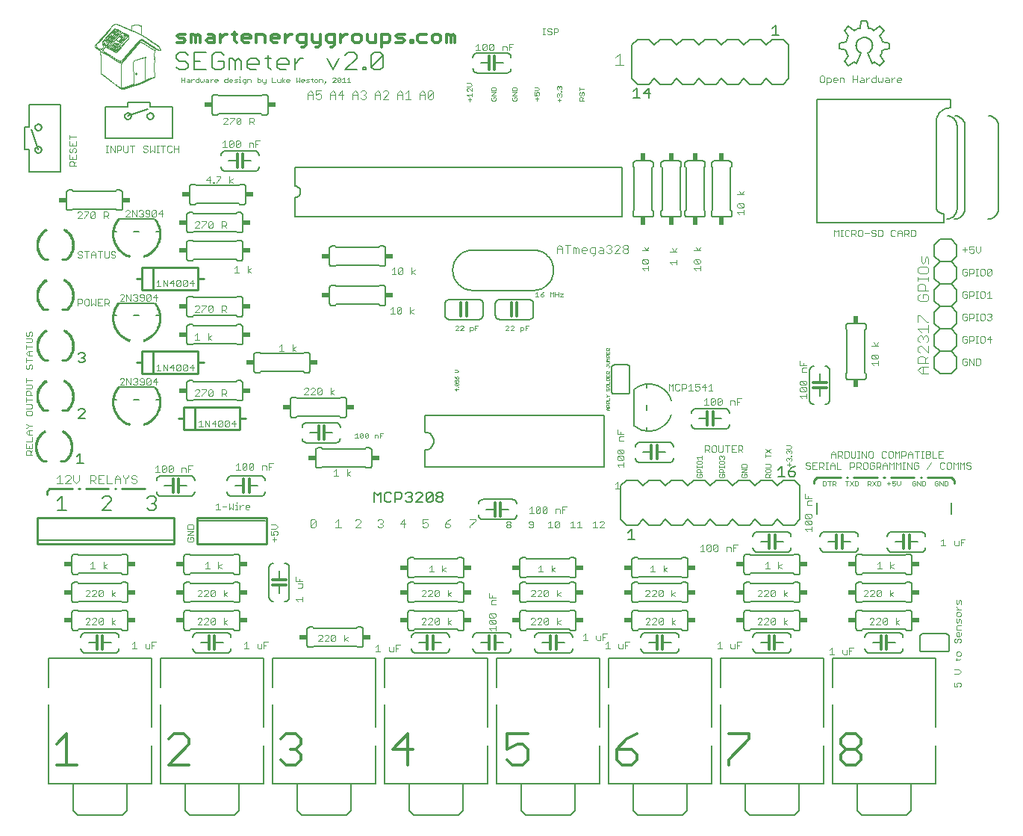
<source format=gto>
G75*
G70*
%OFA0B0*%
%FSLAX24Y24*%
%IPPOS*%
%LPD*%
%AMOC8*
5,1,8,0,0,1.08239X$1,22.5*
%
%ADD10C,0.0120*%
%ADD11C,0.0060*%
%ADD12C,0.0100*%
%ADD13C,0.0030*%
%ADD14C,0.0020*%
%ADD15C,0.0040*%
%ADD16C,0.0010*%
%ADD17C,0.0070*%
%ADD18C,0.0130*%
%ADD19R,0.0032X0.0006*%
%ADD20R,0.0098X0.0006*%
%ADD21R,0.0149X0.0006*%
%ADD22R,0.0059X0.0006*%
%ADD23R,0.0078X0.0006*%
%ADD24R,0.0045X0.0006*%
%ADD25R,0.0078X0.0006*%
%ADD26R,0.0039X0.0007*%
%ADD27R,0.0071X0.0007*%
%ADD28R,0.0039X0.0006*%
%ADD29R,0.0072X0.0006*%
%ADD30R,0.0065X0.0006*%
%ADD31R,0.0033X0.0006*%
%ADD32R,0.0111X0.0006*%
%ADD33R,0.0039X0.0006*%
%ADD34R,0.0156X0.0006*%
%ADD35R,0.0052X0.0006*%
%ADD36R,0.0124X0.0006*%
%ADD37R,0.0163X0.0006*%
%ADD38R,0.0058X0.0006*%
%ADD39R,0.0013X0.0006*%
%ADD40R,0.0013X0.0007*%
%ADD41R,0.0059X0.0007*%
%ADD42R,0.0046X0.0007*%
%ADD43R,0.0052X0.0006*%
%ADD44R,0.0046X0.0006*%
%ADD45R,0.0071X0.0006*%
%ADD46R,0.0032X0.0007*%
%ADD47R,0.0052X0.0007*%
%ADD48R,0.0078X0.0007*%
%ADD49R,0.0084X0.0006*%
%ADD50R,0.0085X0.0006*%
%ADD51R,0.0033X0.0007*%
%ADD52R,0.0058X0.0007*%
%ADD53R,0.0020X0.0006*%
%ADD54R,0.0013X0.0006*%
%ADD55R,0.0013X0.0007*%
%ADD56R,0.0019X0.0006*%
%ADD57R,0.0007X0.0006*%
%ADD58R,0.0104X0.0006*%
%ADD59R,0.0026X0.0006*%
%ADD60R,0.0026X0.0006*%
%ADD61R,0.0019X0.0007*%
%ADD62R,0.0020X0.0007*%
%ADD63R,0.0091X0.0006*%
%ADD64R,0.0026X0.0007*%
%ADD65R,0.0026X0.0007*%
%ADD66R,0.0039X0.0007*%
%ADD67R,0.0104X0.0006*%
%ADD68R,0.0136X0.0006*%
%ADD69R,0.0072X0.0007*%
%ADD70R,0.0006X0.0007*%
%ADD71R,0.0006X0.0006*%
%ADD72R,0.0091X0.0007*%
%ADD73R,0.0007X0.0007*%
%ADD74R,0.0097X0.0006*%
%ADD75R,0.0130X0.0006*%
%ADD76R,0.0045X0.0007*%
%ADD77R,0.0091X0.0007*%
%ADD78R,0.0091X0.0006*%
%ADD79R,0.0084X0.0007*%
%ADD80R,0.0117X0.0006*%
%ADD81R,0.0052X0.0007*%
%ADD82R,0.0123X0.0006*%
%ADD83R,0.0110X0.0006*%
%ADD84R,0.0195X0.0006*%
%ADD85R,0.0340X0.0240*%
%ADD86C,0.0050*%
%ADD87C,0.0080*%
%ADD88R,0.0240X0.0340*%
D10*
X002991Y002398D02*
X003912Y002398D01*
X003451Y002398D02*
X003451Y003779D01*
X002991Y003319D01*
X007991Y003549D02*
X008221Y003779D01*
X008681Y003779D01*
X008912Y003549D01*
X008912Y003319D01*
X007991Y002398D01*
X008912Y002398D01*
X012991Y002628D02*
X013221Y002398D01*
X013681Y002398D01*
X013912Y002628D01*
X013912Y002859D01*
X013681Y003089D01*
X013451Y003089D01*
X013681Y003089D02*
X013912Y003319D01*
X013912Y003549D01*
X013681Y003779D01*
X013221Y003779D01*
X012991Y003549D01*
X010051Y007538D02*
X010051Y007838D01*
X010051Y008138D01*
X009801Y008138D02*
X009801Y007838D01*
X009801Y007538D01*
X012631Y010418D02*
X012931Y010418D01*
X013231Y010418D01*
X013231Y010668D02*
X012931Y010668D01*
X012631Y010668D01*
X011586Y014538D02*
X011586Y014838D01*
X011586Y015138D01*
X011336Y015138D02*
X011336Y014838D01*
X011336Y014538D01*
X008436Y014538D02*
X008436Y014838D01*
X008436Y015138D01*
X008186Y015138D02*
X008186Y014838D01*
X008186Y014538D01*
X014686Y016913D02*
X014686Y017213D01*
X014686Y017513D01*
X014936Y017513D02*
X014936Y017213D01*
X014936Y016913D01*
X021051Y022413D02*
X021051Y023013D01*
X021301Y023013D02*
X021301Y022413D01*
X023301Y022413D02*
X023301Y023013D01*
X023551Y023013D02*
X023551Y022413D01*
X029551Y016638D02*
X029551Y016338D01*
X029551Y016038D01*
X029801Y016038D02*
X029801Y016338D01*
X029801Y016638D01*
X032051Y017538D02*
X032051Y017838D01*
X032051Y018138D01*
X032301Y018138D02*
X032301Y017838D01*
X032301Y017538D01*
X036756Y019218D02*
X037056Y019218D01*
X037356Y019218D01*
X037356Y019468D02*
X037056Y019468D01*
X036756Y019468D01*
X037811Y012638D02*
X037811Y012338D01*
X037811Y012038D01*
X038061Y012038D02*
X038061Y012338D01*
X038061Y012638D01*
X040811Y012638D02*
X040811Y012338D01*
X040811Y012038D01*
X041061Y012038D02*
X041061Y012338D01*
X041061Y012638D01*
X035061Y012638D02*
X035061Y012338D01*
X035061Y012038D01*
X034811Y012038D02*
X034811Y012338D01*
X034811Y012638D01*
X034801Y008138D02*
X034801Y007838D01*
X034801Y007538D01*
X035051Y007538D02*
X035051Y007838D01*
X035051Y008138D01*
X039801Y008138D02*
X039801Y007838D01*
X039801Y007538D01*
X040051Y007538D02*
X040051Y007838D01*
X040051Y008138D01*
X038681Y003779D02*
X038221Y003779D01*
X037991Y003549D01*
X037991Y003319D01*
X038221Y003089D01*
X038681Y003089D01*
X038912Y002859D01*
X038912Y002628D01*
X038681Y002398D01*
X038221Y002398D01*
X037991Y002628D01*
X037991Y002859D01*
X038221Y003089D01*
X038681Y003089D02*
X038912Y003319D01*
X038912Y003549D01*
X038681Y003779D01*
X033912Y003779D02*
X033912Y003549D01*
X032991Y002628D01*
X032991Y002398D01*
X032991Y003779D02*
X033912Y003779D01*
X028912Y003779D02*
X028451Y003549D01*
X027991Y003089D01*
X028681Y003089D01*
X028912Y002859D01*
X028912Y002628D01*
X028681Y002398D01*
X028221Y002398D01*
X027991Y002628D01*
X027991Y003089D01*
X024037Y003089D02*
X024037Y002628D01*
X023806Y002398D01*
X023346Y002398D01*
X023116Y002628D01*
X023116Y003089D02*
X023576Y003319D01*
X023806Y003319D01*
X024037Y003089D01*
X024037Y003779D02*
X023116Y003779D01*
X023116Y003089D01*
X018912Y003089D02*
X017991Y003089D01*
X018681Y003779D01*
X018681Y002398D01*
X019551Y007538D02*
X019551Y007838D01*
X019551Y008138D01*
X019801Y008138D02*
X019801Y007838D01*
X019801Y007538D01*
X022311Y007538D02*
X022311Y007838D01*
X022311Y008138D01*
X022561Y008138D02*
X022561Y007838D01*
X022561Y007538D01*
X025051Y007538D02*
X025051Y007838D01*
X025051Y008138D01*
X025301Y008138D02*
X025301Y007838D01*
X025301Y007538D01*
X029801Y007538D02*
X029801Y007838D01*
X029801Y008138D01*
X030051Y008138D02*
X030051Y007838D01*
X030051Y007538D01*
X022811Y013488D02*
X022811Y013788D01*
X022811Y014088D01*
X022561Y014088D02*
X022561Y013788D01*
X022561Y013488D01*
X005051Y008138D02*
X005051Y007838D01*
X005051Y007538D01*
X004801Y007538D02*
X004801Y007838D01*
X004801Y008138D01*
X011061Y029038D02*
X011061Y029338D01*
X011061Y029638D01*
X011311Y029638D02*
X011311Y029338D01*
X011311Y029038D01*
X022301Y033413D02*
X022301Y033713D01*
X022301Y034013D01*
X022551Y034013D02*
X022551Y033713D01*
X022551Y033413D01*
D11*
X002631Y005088D02*
X002631Y001538D01*
X003731Y001538D01*
X006131Y001538D01*
X006131Y000338D01*
X005931Y000138D01*
X003931Y000138D01*
X003731Y000338D01*
X003731Y001538D01*
X006131Y001538D02*
X007231Y001538D01*
X007231Y003238D01*
X007231Y004088D02*
X007231Y007138D01*
X002631Y007138D01*
X002631Y005838D01*
X004281Y007388D02*
X005581Y007388D01*
X005607Y007390D01*
X005633Y007395D01*
X005658Y007403D01*
X005681Y007415D01*
X005703Y007429D01*
X005722Y007447D01*
X005740Y007466D01*
X005754Y007488D01*
X005766Y007511D01*
X005774Y007536D01*
X005779Y007562D01*
X005781Y007588D01*
X005431Y007838D02*
X005051Y007838D01*
X004801Y007838D02*
X004431Y007838D01*
X004081Y007588D02*
X004083Y007562D01*
X004088Y007536D01*
X004096Y007511D01*
X004108Y007488D01*
X004122Y007466D01*
X004140Y007447D01*
X004159Y007429D01*
X004181Y007415D01*
X004204Y007403D01*
X004229Y007395D01*
X004255Y007390D01*
X004281Y007388D01*
X004081Y008088D02*
X004083Y008114D01*
X004088Y008140D01*
X004096Y008165D01*
X004108Y008188D01*
X004122Y008210D01*
X004140Y008229D01*
X004159Y008247D01*
X004181Y008261D01*
X004204Y008273D01*
X004229Y008281D01*
X004255Y008286D01*
X004281Y008288D01*
X005581Y008288D01*
X005607Y008286D01*
X005633Y008281D01*
X005658Y008273D01*
X005681Y008261D01*
X005703Y008247D01*
X005722Y008229D01*
X005740Y008210D01*
X005754Y008188D01*
X005766Y008165D01*
X005774Y008140D01*
X005779Y008114D01*
X005781Y008088D01*
X005931Y008388D02*
X006081Y008388D01*
X006098Y008390D01*
X006115Y008394D01*
X006131Y008401D01*
X006145Y008411D01*
X006158Y008424D01*
X006168Y008438D01*
X006175Y008454D01*
X006179Y008471D01*
X006181Y008488D01*
X006181Y009188D01*
X006179Y009205D01*
X006175Y009222D01*
X006168Y009238D01*
X006158Y009252D01*
X006145Y009265D01*
X006131Y009275D01*
X006115Y009282D01*
X006098Y009286D01*
X006081Y009288D01*
X005931Y009288D01*
X005881Y009238D01*
X003981Y009238D01*
X003931Y009288D01*
X003781Y009288D01*
X003764Y009286D01*
X003747Y009282D01*
X003731Y009275D01*
X003717Y009265D01*
X003704Y009252D01*
X003694Y009238D01*
X003687Y009222D01*
X003683Y009205D01*
X003681Y009188D01*
X003681Y008488D01*
X003683Y008471D01*
X003687Y008454D01*
X003694Y008438D01*
X003704Y008424D01*
X003717Y008411D01*
X003731Y008401D01*
X003747Y008394D01*
X003764Y008390D01*
X003781Y008388D01*
X003931Y008388D01*
X003981Y008438D01*
X005881Y008438D01*
X005931Y008388D01*
X005931Y009638D02*
X005881Y009688D01*
X003981Y009688D01*
X003931Y009638D01*
X003781Y009638D01*
X003764Y009640D01*
X003747Y009644D01*
X003731Y009651D01*
X003717Y009661D01*
X003704Y009674D01*
X003694Y009688D01*
X003687Y009704D01*
X003683Y009721D01*
X003681Y009738D01*
X003681Y010438D01*
X003683Y010455D01*
X003687Y010472D01*
X003694Y010488D01*
X003704Y010502D01*
X003717Y010515D01*
X003731Y010525D01*
X003747Y010532D01*
X003764Y010536D01*
X003781Y010538D01*
X003931Y010538D01*
X003981Y010488D01*
X005881Y010488D01*
X005931Y010538D01*
X006081Y010538D01*
X006098Y010536D01*
X006115Y010532D01*
X006131Y010525D01*
X006145Y010515D01*
X006158Y010502D01*
X006168Y010488D01*
X006175Y010472D01*
X006179Y010455D01*
X006181Y010438D01*
X006181Y009738D01*
X006179Y009721D01*
X006175Y009704D01*
X006168Y009688D01*
X006158Y009674D01*
X006145Y009661D01*
X006131Y009651D01*
X006115Y009644D01*
X006098Y009640D01*
X006081Y009638D01*
X005931Y009638D01*
X005931Y010888D02*
X005881Y010938D01*
X003981Y010938D01*
X003931Y010888D01*
X003781Y010888D01*
X003764Y010890D01*
X003747Y010894D01*
X003731Y010901D01*
X003717Y010911D01*
X003704Y010924D01*
X003694Y010938D01*
X003687Y010954D01*
X003683Y010971D01*
X003681Y010988D01*
X003681Y011688D01*
X003683Y011705D01*
X003687Y011722D01*
X003694Y011738D01*
X003704Y011752D01*
X003717Y011765D01*
X003731Y011775D01*
X003747Y011782D01*
X003764Y011786D01*
X003781Y011788D01*
X003931Y011788D01*
X003981Y011738D01*
X005881Y011738D01*
X005931Y011788D01*
X006081Y011788D01*
X006098Y011786D01*
X006115Y011782D01*
X006131Y011775D01*
X006145Y011765D01*
X006158Y011752D01*
X006168Y011738D01*
X006175Y011722D01*
X006179Y011705D01*
X006181Y011688D01*
X006181Y010988D01*
X006179Y010971D01*
X006175Y010954D01*
X006168Y010938D01*
X006158Y010924D01*
X006145Y010911D01*
X006131Y010901D01*
X006115Y010894D01*
X006098Y010890D01*
X006081Y010888D01*
X005931Y010888D01*
X008189Y012405D02*
X002173Y012405D01*
X003024Y013743D02*
X003451Y013743D01*
X003237Y013743D02*
X003237Y014384D01*
X003024Y014170D01*
X005023Y014277D02*
X005130Y014384D01*
X005344Y014384D01*
X005450Y014277D01*
X005450Y014170D01*
X005023Y013743D01*
X005450Y013743D01*
X007023Y013850D02*
X007130Y013743D01*
X007344Y013743D01*
X007450Y013850D01*
X007450Y013957D01*
X007344Y014064D01*
X007237Y014064D01*
X007344Y014064D02*
X007450Y014170D01*
X007450Y014277D01*
X007344Y014384D01*
X007130Y014384D01*
X007023Y014277D01*
X007656Y014388D02*
X008956Y014388D01*
X008982Y014390D01*
X009008Y014395D01*
X009033Y014403D01*
X009056Y014415D01*
X009078Y014429D01*
X009097Y014447D01*
X009115Y014466D01*
X009129Y014488D01*
X009141Y014511D01*
X009149Y014536D01*
X009154Y014562D01*
X009156Y014588D01*
X008806Y014838D02*
X008436Y014838D01*
X008186Y014838D02*
X007806Y014838D01*
X007456Y014588D02*
X007458Y014562D01*
X007463Y014536D01*
X007471Y014511D01*
X007483Y014488D01*
X007497Y014466D01*
X007515Y014447D01*
X007534Y014429D01*
X007556Y014415D01*
X007579Y014403D01*
X007604Y014395D01*
X007630Y014390D01*
X007656Y014388D01*
X007456Y015088D02*
X007458Y015114D01*
X007463Y015140D01*
X007471Y015165D01*
X007483Y015188D01*
X007497Y015210D01*
X007515Y015229D01*
X007534Y015247D01*
X007556Y015261D01*
X007579Y015273D01*
X007604Y015281D01*
X007630Y015286D01*
X007656Y015288D01*
X008956Y015288D01*
X008982Y015286D01*
X009008Y015281D01*
X009033Y015273D01*
X009056Y015261D01*
X009078Y015247D01*
X009097Y015229D01*
X009115Y015210D01*
X009129Y015188D01*
X009141Y015165D01*
X009149Y015140D01*
X009154Y015114D01*
X009156Y015088D01*
X010606Y015088D02*
X010608Y015114D01*
X010613Y015140D01*
X010621Y015165D01*
X010633Y015188D01*
X010647Y015210D01*
X010665Y015229D01*
X010684Y015247D01*
X010706Y015261D01*
X010729Y015273D01*
X010754Y015281D01*
X010780Y015286D01*
X010806Y015288D01*
X012106Y015288D01*
X012132Y015286D01*
X012158Y015281D01*
X012183Y015273D01*
X012206Y015261D01*
X012228Y015247D01*
X012247Y015229D01*
X012265Y015210D01*
X012279Y015188D01*
X012291Y015165D01*
X012299Y015140D01*
X012304Y015114D01*
X012306Y015088D01*
X011956Y014838D02*
X011586Y014838D01*
X011336Y014838D02*
X010956Y014838D01*
X010606Y014588D02*
X010608Y014562D01*
X010613Y014536D01*
X010621Y014511D01*
X010633Y014488D01*
X010647Y014466D01*
X010665Y014447D01*
X010684Y014429D01*
X010706Y014415D01*
X010729Y014403D01*
X010754Y014395D01*
X010780Y014390D01*
X010806Y014388D01*
X012106Y014388D01*
X012132Y014390D01*
X012158Y014395D01*
X012183Y014403D01*
X012206Y014415D01*
X012228Y014429D01*
X012247Y014447D01*
X012265Y014466D01*
X012279Y014488D01*
X012291Y014511D01*
X012299Y014536D01*
X012304Y014562D01*
X012306Y014588D01*
X012314Y013271D02*
X009298Y013271D01*
X008931Y011788D02*
X008781Y011788D01*
X008764Y011786D01*
X008747Y011782D01*
X008731Y011775D01*
X008717Y011765D01*
X008704Y011752D01*
X008694Y011738D01*
X008687Y011722D01*
X008683Y011705D01*
X008681Y011688D01*
X008681Y010988D01*
X008683Y010971D01*
X008687Y010954D01*
X008694Y010938D01*
X008704Y010924D01*
X008717Y010911D01*
X008731Y010901D01*
X008747Y010894D01*
X008764Y010890D01*
X008781Y010888D01*
X008931Y010888D01*
X008981Y010938D01*
X010881Y010938D01*
X010931Y010888D01*
X011081Y010888D01*
X011098Y010890D01*
X011115Y010894D01*
X011131Y010901D01*
X011145Y010911D01*
X011158Y010924D01*
X011168Y010938D01*
X011175Y010954D01*
X011179Y010971D01*
X011181Y010988D01*
X011181Y011688D01*
X011179Y011705D01*
X011175Y011722D01*
X011168Y011738D01*
X011158Y011752D01*
X011145Y011765D01*
X011131Y011775D01*
X011115Y011782D01*
X011098Y011786D01*
X011081Y011788D01*
X010931Y011788D01*
X010881Y011738D01*
X008981Y011738D01*
X008931Y011788D01*
X008931Y010538D02*
X008781Y010538D01*
X008764Y010536D01*
X008747Y010532D01*
X008731Y010525D01*
X008717Y010515D01*
X008704Y010502D01*
X008694Y010488D01*
X008687Y010472D01*
X008683Y010455D01*
X008681Y010438D01*
X008681Y009738D01*
X008683Y009721D01*
X008687Y009704D01*
X008694Y009688D01*
X008704Y009674D01*
X008717Y009661D01*
X008731Y009651D01*
X008747Y009644D01*
X008764Y009640D01*
X008781Y009638D01*
X008931Y009638D01*
X008981Y009688D01*
X010881Y009688D01*
X010931Y009638D01*
X011081Y009638D01*
X011098Y009640D01*
X011115Y009644D01*
X011131Y009651D01*
X011145Y009661D01*
X011158Y009674D01*
X011168Y009688D01*
X011175Y009704D01*
X011179Y009721D01*
X011181Y009738D01*
X011181Y010438D01*
X011179Y010455D01*
X011175Y010472D01*
X011168Y010488D01*
X011158Y010502D01*
X011145Y010515D01*
X011131Y010525D01*
X011115Y010532D01*
X011098Y010536D01*
X011081Y010538D01*
X010931Y010538D01*
X010881Y010488D01*
X008981Y010488D01*
X008931Y010538D01*
X008931Y009288D02*
X008981Y009238D01*
X010881Y009238D01*
X010931Y009288D01*
X011081Y009288D01*
X011098Y009286D01*
X011115Y009282D01*
X011131Y009275D01*
X011145Y009265D01*
X011158Y009252D01*
X011168Y009238D01*
X011175Y009222D01*
X011179Y009205D01*
X011181Y009188D01*
X011181Y008488D01*
X011179Y008471D01*
X011175Y008454D01*
X011168Y008438D01*
X011158Y008424D01*
X011145Y008411D01*
X011131Y008401D01*
X011115Y008394D01*
X011098Y008390D01*
X011081Y008388D01*
X010931Y008388D01*
X010881Y008438D01*
X008981Y008438D01*
X008931Y008388D01*
X008781Y008388D01*
X008764Y008390D01*
X008747Y008394D01*
X008731Y008401D01*
X008717Y008411D01*
X008704Y008424D01*
X008694Y008438D01*
X008687Y008454D01*
X008683Y008471D01*
X008681Y008488D01*
X008681Y009188D01*
X008683Y009205D01*
X008687Y009222D01*
X008694Y009238D01*
X008704Y009252D01*
X008717Y009265D01*
X008731Y009275D01*
X008747Y009282D01*
X008764Y009286D01*
X008781Y009288D01*
X008931Y009288D01*
X009281Y008288D02*
X010581Y008288D01*
X010607Y008286D01*
X010633Y008281D01*
X010658Y008273D01*
X010681Y008261D01*
X010703Y008247D01*
X010722Y008229D01*
X010740Y008210D01*
X010754Y008188D01*
X010766Y008165D01*
X010774Y008140D01*
X010779Y008114D01*
X010781Y008088D01*
X010431Y007838D02*
X010051Y007838D01*
X009801Y007838D02*
X009431Y007838D01*
X009081Y007588D02*
X009083Y007562D01*
X009088Y007536D01*
X009096Y007511D01*
X009108Y007488D01*
X009122Y007466D01*
X009140Y007447D01*
X009159Y007429D01*
X009181Y007415D01*
X009204Y007403D01*
X009229Y007395D01*
X009255Y007390D01*
X009281Y007388D01*
X010581Y007388D01*
X010607Y007390D01*
X010633Y007395D01*
X010658Y007403D01*
X010681Y007415D01*
X010703Y007429D01*
X010722Y007447D01*
X010740Y007466D01*
X010754Y007488D01*
X010766Y007511D01*
X010774Y007536D01*
X010779Y007562D01*
X010781Y007588D01*
X012231Y007138D02*
X012231Y004088D01*
X012631Y005088D02*
X012631Y001538D01*
X013731Y001538D01*
X016131Y001538D01*
X016131Y000338D01*
X015931Y000138D01*
X013931Y000138D01*
X013731Y000338D01*
X013731Y001538D01*
X012231Y001538D02*
X012231Y003238D01*
X012231Y001538D02*
X011131Y001538D01*
X008731Y001538D01*
X007631Y001538D01*
X007631Y005088D01*
X007631Y005838D02*
X007631Y007138D01*
X012231Y007138D01*
X012631Y007138D02*
X012631Y005838D01*
X012631Y007138D02*
X017231Y007138D01*
X017231Y004088D01*
X017631Y005088D02*
X017631Y001538D01*
X018731Y001538D01*
X021131Y001538D01*
X021131Y000338D01*
X020931Y000138D01*
X018931Y000138D01*
X018731Y000338D01*
X018731Y001538D01*
X017231Y001538D02*
X017231Y003238D01*
X017231Y001538D02*
X016131Y001538D01*
X021131Y001538D02*
X022231Y001538D01*
X022231Y003238D01*
X022231Y004088D02*
X022231Y007138D01*
X017631Y007138D01*
X017631Y005838D01*
X019031Y007388D02*
X020331Y007388D01*
X020357Y007390D01*
X020383Y007395D01*
X020408Y007403D01*
X020431Y007415D01*
X020453Y007429D01*
X020472Y007447D01*
X020490Y007466D01*
X020504Y007488D01*
X020516Y007511D01*
X020524Y007536D01*
X020529Y007562D01*
X020531Y007588D01*
X020181Y007838D02*
X019801Y007838D01*
X019551Y007838D02*
X019181Y007838D01*
X018831Y007588D02*
X018833Y007562D01*
X018838Y007536D01*
X018846Y007511D01*
X018858Y007488D01*
X018872Y007466D01*
X018890Y007447D01*
X018909Y007429D01*
X018931Y007415D01*
X018954Y007403D01*
X018979Y007395D01*
X019005Y007390D01*
X019031Y007388D01*
X018831Y008088D02*
X018833Y008114D01*
X018838Y008140D01*
X018846Y008165D01*
X018858Y008188D01*
X018872Y008210D01*
X018890Y008229D01*
X018909Y008247D01*
X018931Y008261D01*
X018954Y008273D01*
X018979Y008281D01*
X019005Y008286D01*
X019031Y008288D01*
X020331Y008288D01*
X020357Y008286D01*
X020383Y008281D01*
X020408Y008273D01*
X020431Y008261D01*
X020453Y008247D01*
X020472Y008229D01*
X020490Y008210D01*
X020504Y008188D01*
X020516Y008165D01*
X020524Y008140D01*
X020529Y008114D01*
X020531Y008088D01*
X020881Y008438D02*
X018981Y008438D01*
X018931Y008388D01*
X018781Y008388D01*
X018764Y008390D01*
X018747Y008394D01*
X018731Y008401D01*
X018717Y008411D01*
X018704Y008424D01*
X018694Y008438D01*
X018687Y008454D01*
X018683Y008471D01*
X018681Y008488D01*
X018681Y009188D01*
X018683Y009205D01*
X018687Y009222D01*
X018694Y009238D01*
X018704Y009252D01*
X018717Y009265D01*
X018731Y009275D01*
X018747Y009282D01*
X018764Y009286D01*
X018781Y009288D01*
X018931Y009288D01*
X018981Y009238D01*
X020881Y009238D01*
X020931Y009288D01*
X021081Y009288D01*
X021098Y009286D01*
X021115Y009282D01*
X021131Y009275D01*
X021145Y009265D01*
X021158Y009252D01*
X021168Y009238D01*
X021175Y009222D01*
X021179Y009205D01*
X021181Y009188D01*
X021181Y008488D01*
X021179Y008471D01*
X021175Y008454D01*
X021168Y008438D01*
X021158Y008424D01*
X021145Y008411D01*
X021131Y008401D01*
X021115Y008394D01*
X021098Y008390D01*
X021081Y008388D01*
X020931Y008388D01*
X020881Y008438D01*
X021781Y008288D02*
X023081Y008288D01*
X023107Y008286D01*
X023133Y008281D01*
X023158Y008273D01*
X023181Y008261D01*
X023203Y008247D01*
X023222Y008229D01*
X023240Y008210D01*
X023254Y008188D01*
X023266Y008165D01*
X023274Y008140D01*
X023279Y008114D01*
X023281Y008088D01*
X022931Y007838D02*
X022561Y007838D01*
X022311Y007838D02*
X021931Y007838D01*
X021581Y007588D02*
X021583Y007562D01*
X021588Y007536D01*
X021596Y007511D01*
X021608Y007488D01*
X021622Y007466D01*
X021640Y007447D01*
X021659Y007429D01*
X021681Y007415D01*
X021704Y007403D01*
X021729Y007395D01*
X021755Y007390D01*
X021781Y007388D01*
X023081Y007388D01*
X023107Y007390D01*
X023133Y007395D01*
X023158Y007403D01*
X023181Y007415D01*
X023203Y007429D01*
X023222Y007447D01*
X023240Y007466D01*
X023254Y007488D01*
X023266Y007511D01*
X023274Y007536D01*
X023279Y007562D01*
X023281Y007588D01*
X022631Y007138D02*
X022631Y005838D01*
X022631Y005088D02*
X022631Y001538D01*
X023731Y001538D01*
X026131Y001538D01*
X026131Y000338D01*
X025931Y000138D01*
X023931Y000138D01*
X023731Y000338D01*
X023731Y001538D01*
X026131Y001538D02*
X027231Y001538D01*
X027231Y003238D01*
X027231Y004088D02*
X027231Y007138D01*
X022631Y007138D01*
X021581Y008088D02*
X021583Y008114D01*
X021588Y008140D01*
X021596Y008165D01*
X021608Y008188D01*
X021622Y008210D01*
X021640Y008229D01*
X021659Y008247D01*
X021681Y008261D01*
X021704Y008273D01*
X021729Y008281D01*
X021755Y008286D01*
X021781Y008288D01*
X021081Y009638D02*
X020931Y009638D01*
X020881Y009688D01*
X018981Y009688D01*
X018931Y009638D01*
X018781Y009638D01*
X018764Y009640D01*
X018747Y009644D01*
X018731Y009651D01*
X018717Y009661D01*
X018704Y009674D01*
X018694Y009688D01*
X018687Y009704D01*
X018683Y009721D01*
X018681Y009738D01*
X018681Y010438D01*
X018683Y010455D01*
X018687Y010472D01*
X018694Y010488D01*
X018704Y010502D01*
X018717Y010515D01*
X018731Y010525D01*
X018747Y010532D01*
X018764Y010536D01*
X018781Y010538D01*
X018931Y010538D01*
X018981Y010488D01*
X020881Y010488D01*
X020931Y010538D01*
X021081Y010538D01*
X021098Y010536D01*
X021115Y010532D01*
X021131Y010525D01*
X021145Y010515D01*
X021158Y010502D01*
X021168Y010488D01*
X021175Y010472D01*
X021179Y010455D01*
X021181Y010438D01*
X021181Y009738D01*
X021179Y009721D01*
X021175Y009704D01*
X021168Y009688D01*
X021158Y009674D01*
X021145Y009661D01*
X021131Y009651D01*
X021115Y009644D01*
X021098Y009640D01*
X021081Y009638D01*
X021081Y010738D02*
X020931Y010738D01*
X020881Y010788D01*
X018981Y010788D01*
X018931Y010738D01*
X018781Y010738D01*
X018764Y010740D01*
X018747Y010744D01*
X018731Y010751D01*
X018717Y010761D01*
X018704Y010774D01*
X018694Y010788D01*
X018687Y010804D01*
X018683Y010821D01*
X018681Y010838D01*
X018681Y011538D01*
X018683Y011555D01*
X018687Y011572D01*
X018694Y011588D01*
X018704Y011602D01*
X018717Y011615D01*
X018731Y011625D01*
X018747Y011632D01*
X018764Y011636D01*
X018781Y011638D01*
X018931Y011638D01*
X018981Y011588D01*
X020881Y011588D01*
X020931Y011638D01*
X021081Y011638D01*
X021098Y011636D01*
X021115Y011632D01*
X021131Y011625D01*
X021145Y011615D01*
X021158Y011602D01*
X021168Y011588D01*
X021175Y011572D01*
X021179Y011555D01*
X021181Y011538D01*
X021181Y010838D01*
X021179Y010821D01*
X021175Y010804D01*
X021168Y010788D01*
X021158Y010774D01*
X021145Y010761D01*
X021131Y010751D01*
X021115Y010744D01*
X021098Y010740D01*
X021081Y010738D01*
X023681Y010838D02*
X023681Y011538D01*
X023683Y011555D01*
X023687Y011572D01*
X023694Y011588D01*
X023704Y011602D01*
X023717Y011615D01*
X023731Y011625D01*
X023747Y011632D01*
X023764Y011636D01*
X023781Y011638D01*
X023931Y011638D01*
X023981Y011588D01*
X025881Y011588D01*
X025931Y011638D01*
X026081Y011638D01*
X026098Y011636D01*
X026115Y011632D01*
X026131Y011625D01*
X026145Y011615D01*
X026158Y011602D01*
X026168Y011588D01*
X026175Y011572D01*
X026179Y011555D01*
X026181Y011538D01*
X026181Y010838D01*
X026179Y010821D01*
X026175Y010804D01*
X026168Y010788D01*
X026158Y010774D01*
X026145Y010761D01*
X026131Y010751D01*
X026115Y010744D01*
X026098Y010740D01*
X026081Y010738D01*
X025931Y010738D01*
X025881Y010788D01*
X023981Y010788D01*
X023931Y010738D01*
X023781Y010738D01*
X023764Y010740D01*
X023747Y010744D01*
X023731Y010751D01*
X023717Y010761D01*
X023704Y010774D01*
X023694Y010788D01*
X023687Y010804D01*
X023683Y010821D01*
X023681Y010838D01*
X023781Y010538D02*
X023931Y010538D01*
X023981Y010488D01*
X025881Y010488D01*
X025931Y010538D01*
X026081Y010538D01*
X026098Y010536D01*
X026115Y010532D01*
X026131Y010525D01*
X026145Y010515D01*
X026158Y010502D01*
X026168Y010488D01*
X026175Y010472D01*
X026179Y010455D01*
X026181Y010438D01*
X026181Y009738D01*
X026179Y009721D01*
X026175Y009704D01*
X026168Y009688D01*
X026158Y009674D01*
X026145Y009661D01*
X026131Y009651D01*
X026115Y009644D01*
X026098Y009640D01*
X026081Y009638D01*
X025931Y009638D01*
X025881Y009688D01*
X023981Y009688D01*
X023931Y009638D01*
X023781Y009638D01*
X023764Y009640D01*
X023747Y009644D01*
X023731Y009651D01*
X023717Y009661D01*
X023704Y009674D01*
X023694Y009688D01*
X023687Y009704D01*
X023683Y009721D01*
X023681Y009738D01*
X023681Y010438D01*
X023683Y010455D01*
X023687Y010472D01*
X023694Y010488D01*
X023704Y010502D01*
X023717Y010515D01*
X023731Y010525D01*
X023747Y010532D01*
X023764Y010536D01*
X023781Y010538D01*
X023781Y009288D02*
X023931Y009288D01*
X023981Y009238D01*
X025881Y009238D01*
X025931Y009288D01*
X026081Y009288D01*
X026098Y009286D01*
X026115Y009282D01*
X026131Y009275D01*
X026145Y009265D01*
X026158Y009252D01*
X026168Y009238D01*
X026175Y009222D01*
X026179Y009205D01*
X026181Y009188D01*
X026181Y008488D01*
X026179Y008471D01*
X026175Y008454D01*
X026168Y008438D01*
X026158Y008424D01*
X026145Y008411D01*
X026131Y008401D01*
X026115Y008394D01*
X026098Y008390D01*
X026081Y008388D01*
X025931Y008388D01*
X025881Y008438D01*
X023981Y008438D01*
X023931Y008388D01*
X023781Y008388D01*
X023764Y008390D01*
X023747Y008394D01*
X023731Y008401D01*
X023717Y008411D01*
X023704Y008424D01*
X023694Y008438D01*
X023687Y008454D01*
X023683Y008471D01*
X023681Y008488D01*
X023681Y009188D01*
X023683Y009205D01*
X023687Y009222D01*
X023694Y009238D01*
X023704Y009252D01*
X023717Y009265D01*
X023731Y009275D01*
X023747Y009282D01*
X023764Y009286D01*
X023781Y009288D01*
X024531Y008288D02*
X025831Y008288D01*
X025857Y008286D01*
X025883Y008281D01*
X025908Y008273D01*
X025931Y008261D01*
X025953Y008247D01*
X025972Y008229D01*
X025990Y008210D01*
X026004Y008188D01*
X026016Y008165D01*
X026024Y008140D01*
X026029Y008114D01*
X026031Y008088D01*
X025681Y007838D02*
X025301Y007838D01*
X025051Y007838D02*
X024681Y007838D01*
X024331Y007588D02*
X024333Y007562D01*
X024338Y007536D01*
X024346Y007511D01*
X024358Y007488D01*
X024372Y007466D01*
X024390Y007447D01*
X024409Y007429D01*
X024431Y007415D01*
X024454Y007403D01*
X024479Y007395D01*
X024505Y007390D01*
X024531Y007388D01*
X025831Y007388D01*
X025857Y007390D01*
X025883Y007395D01*
X025908Y007403D01*
X025931Y007415D01*
X025953Y007429D01*
X025972Y007447D01*
X025990Y007466D01*
X026004Y007488D01*
X026016Y007511D01*
X026024Y007536D01*
X026029Y007562D01*
X026031Y007588D01*
X027631Y007138D02*
X027631Y005838D01*
X027631Y005088D02*
X027631Y001538D01*
X028731Y001538D01*
X031131Y001538D01*
X031131Y000338D01*
X030931Y000138D01*
X028931Y000138D01*
X028731Y000338D01*
X028731Y001538D01*
X031131Y001538D02*
X032231Y001538D01*
X032231Y003238D01*
X032231Y004088D02*
X032231Y007138D01*
X027631Y007138D01*
X029281Y007388D02*
X030581Y007388D01*
X030607Y007390D01*
X030633Y007395D01*
X030658Y007403D01*
X030681Y007415D01*
X030703Y007429D01*
X030722Y007447D01*
X030740Y007466D01*
X030754Y007488D01*
X030766Y007511D01*
X030774Y007536D01*
X030779Y007562D01*
X030781Y007588D01*
X030431Y007838D02*
X030051Y007838D01*
X029801Y007838D02*
X029431Y007838D01*
X029081Y007588D02*
X029083Y007562D01*
X029088Y007536D01*
X029096Y007511D01*
X029108Y007488D01*
X029122Y007466D01*
X029140Y007447D01*
X029159Y007429D01*
X029181Y007415D01*
X029204Y007403D01*
X029229Y007395D01*
X029255Y007390D01*
X029281Y007388D01*
X029081Y008088D02*
X029083Y008114D01*
X029088Y008140D01*
X029096Y008165D01*
X029108Y008188D01*
X029122Y008210D01*
X029140Y008229D01*
X029159Y008247D01*
X029181Y008261D01*
X029204Y008273D01*
X029229Y008281D01*
X029255Y008286D01*
X029281Y008288D01*
X030581Y008288D01*
X030607Y008286D01*
X030633Y008281D01*
X030658Y008273D01*
X030681Y008261D01*
X030703Y008247D01*
X030722Y008229D01*
X030740Y008210D01*
X030754Y008188D01*
X030766Y008165D01*
X030774Y008140D01*
X030779Y008114D01*
X030781Y008088D01*
X030931Y008388D02*
X031081Y008388D01*
X031098Y008390D01*
X031115Y008394D01*
X031131Y008401D01*
X031145Y008411D01*
X031158Y008424D01*
X031168Y008438D01*
X031175Y008454D01*
X031179Y008471D01*
X031181Y008488D01*
X031181Y009188D01*
X031179Y009205D01*
X031175Y009222D01*
X031168Y009238D01*
X031158Y009252D01*
X031145Y009265D01*
X031131Y009275D01*
X031115Y009282D01*
X031098Y009286D01*
X031081Y009288D01*
X030931Y009288D01*
X030881Y009238D01*
X028981Y009238D01*
X028931Y009288D01*
X028781Y009288D01*
X028764Y009286D01*
X028747Y009282D01*
X028731Y009275D01*
X028717Y009265D01*
X028704Y009252D01*
X028694Y009238D01*
X028687Y009222D01*
X028683Y009205D01*
X028681Y009188D01*
X028681Y008488D01*
X028683Y008471D01*
X028687Y008454D01*
X028694Y008438D01*
X028704Y008424D01*
X028717Y008411D01*
X028731Y008401D01*
X028747Y008394D01*
X028764Y008390D01*
X028781Y008388D01*
X028931Y008388D01*
X028981Y008438D01*
X030881Y008438D01*
X030931Y008388D01*
X030931Y009638D02*
X030881Y009688D01*
X028981Y009688D01*
X028931Y009638D01*
X028781Y009638D01*
X028764Y009640D01*
X028747Y009644D01*
X028731Y009651D01*
X028717Y009661D01*
X028704Y009674D01*
X028694Y009688D01*
X028687Y009704D01*
X028683Y009721D01*
X028681Y009738D01*
X028681Y010438D01*
X028683Y010455D01*
X028687Y010472D01*
X028694Y010488D01*
X028704Y010502D01*
X028717Y010515D01*
X028731Y010525D01*
X028747Y010532D01*
X028764Y010536D01*
X028781Y010538D01*
X028931Y010538D01*
X028981Y010488D01*
X030881Y010488D01*
X030931Y010538D01*
X031081Y010538D01*
X031098Y010536D01*
X031115Y010532D01*
X031131Y010525D01*
X031145Y010515D01*
X031158Y010502D01*
X031168Y010488D01*
X031175Y010472D01*
X031179Y010455D01*
X031181Y010438D01*
X031181Y009738D01*
X031179Y009721D01*
X031175Y009704D01*
X031168Y009688D01*
X031158Y009674D01*
X031145Y009661D01*
X031131Y009651D01*
X031115Y009644D01*
X031098Y009640D01*
X031081Y009638D01*
X030931Y009638D01*
X030931Y010738D02*
X030881Y010788D01*
X028981Y010788D01*
X028931Y010738D01*
X028781Y010738D01*
X028764Y010740D01*
X028747Y010744D01*
X028731Y010751D01*
X028717Y010761D01*
X028704Y010774D01*
X028694Y010788D01*
X028687Y010804D01*
X028683Y010821D01*
X028681Y010838D01*
X028681Y011538D01*
X028683Y011555D01*
X028687Y011572D01*
X028694Y011588D01*
X028704Y011602D01*
X028717Y011615D01*
X028731Y011625D01*
X028747Y011632D01*
X028764Y011636D01*
X028781Y011638D01*
X028931Y011638D01*
X028981Y011588D01*
X030881Y011588D01*
X030931Y011638D01*
X031081Y011638D01*
X031098Y011636D01*
X031115Y011632D01*
X031131Y011625D01*
X031145Y011615D01*
X031158Y011602D01*
X031168Y011588D01*
X031175Y011572D01*
X031179Y011555D01*
X031181Y011538D01*
X031181Y010838D01*
X031179Y010821D01*
X031175Y010804D01*
X031168Y010788D01*
X031158Y010774D01*
X031145Y010761D01*
X031131Y010751D01*
X031115Y010744D01*
X031098Y010740D01*
X031081Y010738D01*
X030931Y010738D01*
X030931Y013088D02*
X030431Y013088D01*
X030181Y013338D01*
X029931Y013088D01*
X029431Y013088D01*
X029181Y013338D01*
X028931Y013088D01*
X028431Y013088D01*
X028181Y013338D01*
X028181Y014838D01*
X028431Y015088D01*
X028931Y015088D01*
X029181Y014838D01*
X029431Y015088D01*
X029931Y015088D01*
X030181Y014838D01*
X030431Y015088D01*
X030931Y015088D01*
X031181Y014838D01*
X031431Y015088D01*
X031931Y015088D01*
X032181Y014838D01*
X032431Y015088D01*
X032931Y015088D01*
X033181Y014838D01*
X033431Y015088D01*
X033931Y015088D01*
X034181Y014838D01*
X034431Y015088D01*
X034931Y015088D01*
X035181Y014838D01*
X035431Y015088D01*
X035931Y015088D01*
X036181Y014838D01*
X036181Y013338D01*
X035931Y013088D01*
X035431Y013088D01*
X035181Y013338D01*
X034931Y013088D01*
X034431Y013088D01*
X034181Y013338D01*
X033931Y013088D01*
X033431Y013088D01*
X033181Y013338D01*
X032931Y013088D01*
X032431Y013088D01*
X032181Y013338D01*
X031931Y013088D01*
X031431Y013088D01*
X031181Y013338D01*
X030931Y013088D01*
X033681Y011688D02*
X033681Y010988D01*
X033683Y010971D01*
X033687Y010954D01*
X033694Y010938D01*
X033704Y010924D01*
X033717Y010911D01*
X033731Y010901D01*
X033747Y010894D01*
X033764Y010890D01*
X033781Y010888D01*
X033931Y010888D01*
X033981Y010938D01*
X035881Y010938D01*
X035931Y010888D01*
X036081Y010888D01*
X036098Y010890D01*
X036115Y010894D01*
X036131Y010901D01*
X036145Y010911D01*
X036158Y010924D01*
X036168Y010938D01*
X036175Y010954D01*
X036179Y010971D01*
X036181Y010988D01*
X036181Y011688D01*
X036179Y011705D01*
X036175Y011722D01*
X036168Y011738D01*
X036158Y011752D01*
X036145Y011765D01*
X036131Y011775D01*
X036115Y011782D01*
X036098Y011786D01*
X036081Y011788D01*
X035931Y011788D01*
X035881Y011738D01*
X033981Y011738D01*
X033931Y011788D01*
X033781Y011788D01*
X033764Y011786D01*
X033747Y011782D01*
X033731Y011775D01*
X033717Y011765D01*
X033704Y011752D01*
X033694Y011738D01*
X033687Y011722D01*
X033683Y011705D01*
X033681Y011688D01*
X034281Y011888D02*
X035581Y011888D01*
X035607Y011890D01*
X035633Y011895D01*
X035658Y011903D01*
X035681Y011915D01*
X035703Y011929D01*
X035722Y011947D01*
X035740Y011966D01*
X035754Y011988D01*
X035766Y012011D01*
X035774Y012036D01*
X035779Y012062D01*
X035781Y012088D01*
X035431Y012338D02*
X035061Y012338D01*
X034811Y012338D02*
X034431Y012338D01*
X034081Y012088D02*
X034083Y012062D01*
X034088Y012036D01*
X034096Y012011D01*
X034108Y011988D01*
X034122Y011966D01*
X034140Y011947D01*
X034159Y011929D01*
X034181Y011915D01*
X034204Y011903D01*
X034229Y011895D01*
X034255Y011890D01*
X034281Y011888D01*
X034081Y012588D02*
X034083Y012614D01*
X034088Y012640D01*
X034096Y012665D01*
X034108Y012688D01*
X034122Y012710D01*
X034140Y012729D01*
X034159Y012747D01*
X034181Y012761D01*
X034204Y012773D01*
X034229Y012781D01*
X034255Y012786D01*
X034281Y012788D01*
X035581Y012788D01*
X035607Y012786D01*
X035633Y012781D01*
X035658Y012773D01*
X035681Y012761D01*
X035703Y012747D01*
X035722Y012729D01*
X035740Y012710D01*
X035754Y012688D01*
X035766Y012665D01*
X035774Y012640D01*
X035779Y012614D01*
X035781Y012588D01*
X037081Y012588D02*
X037083Y012614D01*
X037088Y012640D01*
X037096Y012665D01*
X037108Y012688D01*
X037122Y012710D01*
X037140Y012729D01*
X037159Y012747D01*
X037181Y012761D01*
X037204Y012773D01*
X037229Y012781D01*
X037255Y012786D01*
X037281Y012788D01*
X038581Y012788D01*
X038607Y012786D01*
X038633Y012781D01*
X038658Y012773D01*
X038681Y012761D01*
X038703Y012747D01*
X038722Y012729D01*
X038740Y012710D01*
X038754Y012688D01*
X038766Y012665D01*
X038774Y012640D01*
X038779Y012614D01*
X038781Y012588D01*
X038431Y012338D02*
X038061Y012338D01*
X037811Y012338D02*
X037431Y012338D01*
X037081Y012088D02*
X037083Y012062D01*
X037088Y012036D01*
X037096Y012011D01*
X037108Y011988D01*
X037122Y011966D01*
X037140Y011947D01*
X037159Y011929D01*
X037181Y011915D01*
X037204Y011903D01*
X037229Y011895D01*
X037255Y011890D01*
X037281Y011888D01*
X038581Y011888D01*
X038607Y011890D01*
X038633Y011895D01*
X038658Y011903D01*
X038681Y011915D01*
X038703Y011929D01*
X038722Y011947D01*
X038740Y011966D01*
X038754Y011988D01*
X038766Y012011D01*
X038774Y012036D01*
X038779Y012062D01*
X038781Y012088D01*
X038781Y011788D02*
X038931Y011788D01*
X038981Y011738D01*
X040881Y011738D01*
X040931Y011788D01*
X041081Y011788D01*
X041098Y011786D01*
X041115Y011782D01*
X041131Y011775D01*
X041145Y011765D01*
X041158Y011752D01*
X041168Y011738D01*
X041175Y011722D01*
X041179Y011705D01*
X041181Y011688D01*
X041181Y010988D01*
X041179Y010971D01*
X041175Y010954D01*
X041168Y010938D01*
X041158Y010924D01*
X041145Y010911D01*
X041131Y010901D01*
X041115Y010894D01*
X041098Y010890D01*
X041081Y010888D01*
X040931Y010888D01*
X040881Y010938D01*
X038981Y010938D01*
X038931Y010888D01*
X038781Y010888D01*
X038764Y010890D01*
X038747Y010894D01*
X038731Y010901D01*
X038717Y010911D01*
X038704Y010924D01*
X038694Y010938D01*
X038687Y010954D01*
X038683Y010971D01*
X038681Y010988D01*
X038681Y011688D01*
X038683Y011705D01*
X038687Y011722D01*
X038694Y011738D01*
X038704Y011752D01*
X038717Y011765D01*
X038731Y011775D01*
X038747Y011782D01*
X038764Y011786D01*
X038781Y011788D01*
X038781Y010538D02*
X038931Y010538D01*
X038981Y010488D01*
X040881Y010488D01*
X040931Y010538D01*
X041081Y010538D01*
X041098Y010536D01*
X041115Y010532D01*
X041131Y010525D01*
X041145Y010515D01*
X041158Y010502D01*
X041168Y010488D01*
X041175Y010472D01*
X041179Y010455D01*
X041181Y010438D01*
X041181Y009738D01*
X041179Y009721D01*
X041175Y009704D01*
X041168Y009688D01*
X041158Y009674D01*
X041145Y009661D01*
X041131Y009651D01*
X041115Y009644D01*
X041098Y009640D01*
X041081Y009638D01*
X040931Y009638D01*
X040881Y009688D01*
X038981Y009688D01*
X038931Y009638D01*
X038781Y009638D01*
X038764Y009640D01*
X038747Y009644D01*
X038731Y009651D01*
X038717Y009661D01*
X038704Y009674D01*
X038694Y009688D01*
X038687Y009704D01*
X038683Y009721D01*
X038681Y009738D01*
X038681Y010438D01*
X038683Y010455D01*
X038687Y010472D01*
X038694Y010488D01*
X038704Y010502D01*
X038717Y010515D01*
X038731Y010525D01*
X038747Y010532D01*
X038764Y010536D01*
X038781Y010538D01*
X038781Y009288D02*
X038931Y009288D01*
X038981Y009238D01*
X040881Y009238D01*
X040931Y009288D01*
X041081Y009288D01*
X041098Y009286D01*
X041115Y009282D01*
X041131Y009275D01*
X041145Y009265D01*
X041158Y009252D01*
X041168Y009238D01*
X041175Y009222D01*
X041179Y009205D01*
X041181Y009188D01*
X041181Y008488D01*
X041179Y008471D01*
X041175Y008454D01*
X041168Y008438D01*
X041158Y008424D01*
X041145Y008411D01*
X041131Y008401D01*
X041115Y008394D01*
X041098Y008390D01*
X041081Y008388D01*
X040931Y008388D01*
X040881Y008438D01*
X038981Y008438D01*
X038931Y008388D01*
X038781Y008388D01*
X038764Y008390D01*
X038747Y008394D01*
X038731Y008401D01*
X038717Y008411D01*
X038704Y008424D01*
X038694Y008438D01*
X038687Y008454D01*
X038683Y008471D01*
X038681Y008488D01*
X038681Y009188D01*
X038683Y009205D01*
X038687Y009222D01*
X038694Y009238D01*
X038704Y009252D01*
X038717Y009265D01*
X038731Y009275D01*
X038747Y009282D01*
X038764Y009286D01*
X038781Y009288D01*
X039281Y008288D02*
X040581Y008288D01*
X040607Y008286D01*
X040633Y008281D01*
X040658Y008273D01*
X040681Y008261D01*
X040703Y008247D01*
X040722Y008229D01*
X040740Y008210D01*
X040754Y008188D01*
X040766Y008165D01*
X040774Y008140D01*
X040779Y008114D01*
X040781Y008088D01*
X040431Y007838D02*
X040051Y007838D01*
X039801Y007838D02*
X039431Y007838D01*
X039081Y007588D02*
X039083Y007562D01*
X039088Y007536D01*
X039096Y007511D01*
X039108Y007488D01*
X039122Y007466D01*
X039140Y007447D01*
X039159Y007429D01*
X039181Y007415D01*
X039204Y007403D01*
X039229Y007395D01*
X039255Y007390D01*
X039281Y007388D01*
X040581Y007388D01*
X040607Y007390D01*
X040633Y007395D01*
X040658Y007403D01*
X040681Y007415D01*
X040703Y007429D01*
X040722Y007447D01*
X040740Y007466D01*
X040754Y007488D01*
X040766Y007511D01*
X040774Y007536D01*
X040779Y007562D01*
X040781Y007588D01*
X041531Y007538D02*
X041531Y008138D01*
X041533Y008155D01*
X041537Y008172D01*
X041544Y008188D01*
X041554Y008202D01*
X041567Y008215D01*
X041581Y008225D01*
X041597Y008232D01*
X041614Y008236D01*
X041631Y008238D01*
X042731Y008238D01*
X042748Y008236D01*
X042765Y008232D01*
X042781Y008225D01*
X042795Y008215D01*
X042808Y008202D01*
X042818Y008188D01*
X042825Y008172D01*
X042829Y008155D01*
X042831Y008138D01*
X042831Y007538D01*
X042829Y007521D01*
X042825Y007504D01*
X042818Y007488D01*
X042808Y007474D01*
X042795Y007461D01*
X042781Y007451D01*
X042765Y007444D01*
X042748Y007440D01*
X042731Y007438D01*
X041631Y007438D01*
X041614Y007440D01*
X041597Y007444D01*
X041581Y007451D01*
X041567Y007461D01*
X041554Y007474D01*
X041544Y007488D01*
X041537Y007504D01*
X041533Y007521D01*
X041531Y007538D01*
X042231Y007138D02*
X042231Y004088D01*
X042231Y003238D02*
X042231Y001538D01*
X041131Y001538D01*
X038731Y001538D01*
X037631Y001538D01*
X037631Y005088D01*
X037631Y005838D02*
X037631Y007138D01*
X042231Y007138D01*
X039281Y008288D02*
X039255Y008286D01*
X039229Y008281D01*
X039204Y008273D01*
X039181Y008261D01*
X039159Y008247D01*
X039140Y008229D01*
X039122Y008210D01*
X039108Y008188D01*
X039096Y008165D01*
X039088Y008140D01*
X039083Y008114D01*
X039081Y008088D01*
X037231Y007138D02*
X037231Y004088D01*
X037231Y003238D02*
X037231Y001538D01*
X036131Y001538D01*
X033731Y001538D01*
X032631Y001538D01*
X032631Y005088D01*
X032631Y005838D02*
X032631Y007138D01*
X037231Y007138D01*
X035581Y007388D02*
X034281Y007388D01*
X034255Y007390D01*
X034229Y007395D01*
X034204Y007403D01*
X034181Y007415D01*
X034159Y007429D01*
X034140Y007447D01*
X034122Y007466D01*
X034108Y007488D01*
X034096Y007511D01*
X034088Y007536D01*
X034083Y007562D01*
X034081Y007588D01*
X034431Y007838D02*
X034801Y007838D01*
X035051Y007838D02*
X035431Y007838D01*
X035781Y007588D02*
X035779Y007562D01*
X035774Y007536D01*
X035766Y007511D01*
X035754Y007488D01*
X035740Y007466D01*
X035722Y007447D01*
X035703Y007429D01*
X035681Y007415D01*
X035658Y007403D01*
X035633Y007395D01*
X035607Y007390D01*
X035581Y007388D01*
X035781Y008088D02*
X035779Y008114D01*
X035774Y008140D01*
X035766Y008165D01*
X035754Y008188D01*
X035740Y008210D01*
X035722Y008229D01*
X035703Y008247D01*
X035681Y008261D01*
X035658Y008273D01*
X035633Y008281D01*
X035607Y008286D01*
X035581Y008288D01*
X034281Y008288D01*
X034255Y008286D01*
X034229Y008281D01*
X034204Y008273D01*
X034181Y008261D01*
X034159Y008247D01*
X034140Y008229D01*
X034122Y008210D01*
X034108Y008188D01*
X034096Y008165D01*
X034088Y008140D01*
X034083Y008114D01*
X034081Y008088D01*
X033931Y008388D02*
X033981Y008438D01*
X035881Y008438D01*
X035931Y008388D01*
X036081Y008388D01*
X036098Y008390D01*
X036115Y008394D01*
X036131Y008401D01*
X036145Y008411D01*
X036158Y008424D01*
X036168Y008438D01*
X036175Y008454D01*
X036179Y008471D01*
X036181Y008488D01*
X036181Y009188D01*
X036179Y009205D01*
X036175Y009222D01*
X036168Y009238D01*
X036158Y009252D01*
X036145Y009265D01*
X036131Y009275D01*
X036115Y009282D01*
X036098Y009286D01*
X036081Y009288D01*
X035931Y009288D01*
X035881Y009238D01*
X033981Y009238D01*
X033931Y009288D01*
X033781Y009288D01*
X033764Y009286D01*
X033747Y009282D01*
X033731Y009275D01*
X033717Y009265D01*
X033704Y009252D01*
X033694Y009238D01*
X033687Y009222D01*
X033683Y009205D01*
X033681Y009188D01*
X033681Y008488D01*
X033683Y008471D01*
X033687Y008454D01*
X033694Y008438D01*
X033704Y008424D01*
X033717Y008411D01*
X033731Y008401D01*
X033747Y008394D01*
X033764Y008390D01*
X033781Y008388D01*
X033931Y008388D01*
X033931Y009638D02*
X033781Y009638D01*
X033764Y009640D01*
X033747Y009644D01*
X033731Y009651D01*
X033717Y009661D01*
X033704Y009674D01*
X033694Y009688D01*
X033687Y009704D01*
X033683Y009721D01*
X033681Y009738D01*
X033681Y010438D01*
X033683Y010455D01*
X033687Y010472D01*
X033694Y010488D01*
X033704Y010502D01*
X033717Y010515D01*
X033731Y010525D01*
X033747Y010532D01*
X033764Y010536D01*
X033781Y010538D01*
X033931Y010538D01*
X033981Y010488D01*
X035881Y010488D01*
X035931Y010538D01*
X036081Y010538D01*
X036098Y010536D01*
X036115Y010532D01*
X036131Y010525D01*
X036145Y010515D01*
X036158Y010502D01*
X036168Y010488D01*
X036175Y010472D01*
X036179Y010455D01*
X036181Y010438D01*
X036181Y009738D01*
X036179Y009721D01*
X036175Y009704D01*
X036168Y009688D01*
X036158Y009674D01*
X036145Y009661D01*
X036131Y009651D01*
X036115Y009644D01*
X036098Y009640D01*
X036081Y009638D01*
X035931Y009638D01*
X035881Y009688D01*
X033981Y009688D01*
X033931Y009638D01*
X040281Y011888D02*
X041581Y011888D01*
X041607Y011890D01*
X041633Y011895D01*
X041658Y011903D01*
X041681Y011915D01*
X041703Y011929D01*
X041722Y011947D01*
X041740Y011966D01*
X041754Y011988D01*
X041766Y012011D01*
X041774Y012036D01*
X041779Y012062D01*
X041781Y012088D01*
X041431Y012338D02*
X041061Y012338D01*
X040811Y012338D02*
X040431Y012338D01*
X040081Y012088D02*
X040083Y012062D01*
X040088Y012036D01*
X040096Y012011D01*
X040108Y011988D01*
X040122Y011966D01*
X040140Y011947D01*
X040159Y011929D01*
X040181Y011915D01*
X040204Y011903D01*
X040229Y011895D01*
X040255Y011890D01*
X040281Y011888D01*
X040081Y012588D02*
X040083Y012614D01*
X040088Y012640D01*
X040096Y012665D01*
X040108Y012688D01*
X040122Y012710D01*
X040140Y012729D01*
X040159Y012747D01*
X040181Y012761D01*
X040204Y012773D01*
X040229Y012781D01*
X040255Y012786D01*
X040281Y012788D01*
X041581Y012788D01*
X041607Y012786D01*
X041633Y012781D01*
X041658Y012773D01*
X041681Y012761D01*
X041703Y012747D01*
X041722Y012729D01*
X041740Y012710D01*
X041754Y012688D01*
X041766Y012665D01*
X041774Y012640D01*
X041779Y012614D01*
X041781Y012588D01*
X037506Y018688D02*
X037506Y019988D01*
X037504Y020014D01*
X037499Y020040D01*
X037491Y020065D01*
X037479Y020088D01*
X037465Y020110D01*
X037447Y020129D01*
X037428Y020147D01*
X037406Y020161D01*
X037383Y020173D01*
X037358Y020181D01*
X037332Y020186D01*
X037306Y020188D01*
X037056Y019838D02*
X037056Y019468D01*
X037056Y019218D02*
X037056Y018838D01*
X037306Y018488D02*
X037332Y018490D01*
X037358Y018495D01*
X037383Y018503D01*
X037406Y018515D01*
X037428Y018529D01*
X037447Y018547D01*
X037465Y018566D01*
X037479Y018588D01*
X037491Y018611D01*
X037499Y018636D01*
X037504Y018662D01*
X037506Y018688D01*
X036806Y018488D02*
X036780Y018490D01*
X036754Y018495D01*
X036729Y018503D01*
X036706Y018515D01*
X036684Y018529D01*
X036665Y018547D01*
X036647Y018566D01*
X036633Y018588D01*
X036621Y018611D01*
X036613Y018636D01*
X036608Y018662D01*
X036606Y018688D01*
X036606Y019988D01*
X036608Y020014D01*
X036613Y020040D01*
X036621Y020065D01*
X036633Y020088D01*
X036647Y020110D01*
X036665Y020129D01*
X036684Y020147D01*
X036706Y020161D01*
X036729Y020173D01*
X036754Y020181D01*
X036780Y020186D01*
X036806Y020188D01*
X038231Y019838D02*
X038281Y019888D01*
X038281Y021788D01*
X038231Y021838D01*
X038231Y021988D01*
X038233Y022005D01*
X038237Y022022D01*
X038244Y022038D01*
X038254Y022052D01*
X038267Y022065D01*
X038281Y022075D01*
X038297Y022082D01*
X038314Y022086D01*
X038331Y022088D01*
X039031Y022088D01*
X039048Y022086D01*
X039065Y022082D01*
X039081Y022075D01*
X039095Y022065D01*
X039108Y022052D01*
X039118Y022038D01*
X039125Y022022D01*
X039129Y022005D01*
X039131Y021988D01*
X039131Y021838D01*
X039081Y021788D01*
X039081Y019888D01*
X039131Y019838D01*
X039131Y019688D01*
X039129Y019671D01*
X039125Y019654D01*
X039118Y019638D01*
X039108Y019624D01*
X039095Y019611D01*
X039081Y019601D01*
X039065Y019594D01*
X039048Y019590D01*
X039031Y019588D01*
X038331Y019588D01*
X038314Y019590D01*
X038297Y019594D01*
X038281Y019601D01*
X038267Y019611D01*
X038254Y019624D01*
X038244Y019638D01*
X038237Y019654D01*
X038233Y019671D01*
X038231Y019688D01*
X038231Y019838D01*
X042181Y020088D02*
X042431Y019838D01*
X042931Y019838D01*
X043181Y020088D01*
X043181Y020588D01*
X042931Y020838D01*
X043181Y021088D01*
X043181Y021588D01*
X042931Y021838D01*
X042431Y021838D01*
X042181Y021588D01*
X042181Y021088D01*
X042431Y020838D01*
X042931Y020838D01*
X042431Y020838D02*
X042181Y020588D01*
X042181Y020088D01*
X042431Y021838D02*
X042181Y022088D01*
X042181Y022588D01*
X042431Y022838D01*
X042181Y023088D01*
X042181Y023588D01*
X042431Y023838D01*
X042181Y024088D01*
X042181Y024588D01*
X042431Y024838D01*
X042181Y025088D01*
X042181Y025588D01*
X042431Y025838D01*
X042931Y025838D01*
X043181Y025588D01*
X043181Y025088D01*
X042931Y024838D01*
X043181Y024588D01*
X043181Y024088D01*
X042931Y023838D01*
X043181Y023588D01*
X043181Y023088D01*
X042931Y022838D01*
X043181Y022588D01*
X043181Y022088D01*
X042931Y021838D01*
X042931Y022838D02*
X042431Y022838D01*
X042431Y023838D02*
X042931Y023838D01*
X042931Y024838D02*
X042431Y024838D01*
X033131Y026938D02*
X033131Y027088D01*
X033081Y027138D01*
X033081Y029038D01*
X033131Y029088D01*
X033131Y029238D01*
X033129Y029255D01*
X033125Y029272D01*
X033118Y029288D01*
X033108Y029302D01*
X033095Y029315D01*
X033081Y029325D01*
X033065Y029332D01*
X033048Y029336D01*
X033031Y029338D01*
X032331Y029338D01*
X032314Y029336D01*
X032297Y029332D01*
X032281Y029325D01*
X032267Y029315D01*
X032254Y029302D01*
X032244Y029288D01*
X032237Y029272D01*
X032233Y029255D01*
X032231Y029238D01*
X032231Y029088D01*
X032281Y029038D01*
X032281Y027138D01*
X032231Y027088D01*
X032231Y026938D01*
X032233Y026921D01*
X032237Y026904D01*
X032244Y026888D01*
X032254Y026874D01*
X032267Y026861D01*
X032281Y026851D01*
X032297Y026844D01*
X032314Y026840D01*
X032331Y026838D01*
X033031Y026838D01*
X033048Y026840D01*
X033065Y026844D01*
X033081Y026851D01*
X033095Y026861D01*
X033108Y026874D01*
X033118Y026888D01*
X033125Y026904D01*
X033129Y026921D01*
X033131Y026938D01*
X031943Y026938D02*
X031943Y027088D01*
X031893Y027138D01*
X031893Y029038D01*
X031943Y029088D01*
X031943Y029238D01*
X031941Y029255D01*
X031937Y029272D01*
X031930Y029288D01*
X031920Y029302D01*
X031907Y029315D01*
X031893Y029325D01*
X031877Y029332D01*
X031860Y029336D01*
X031843Y029338D01*
X031143Y029338D01*
X031126Y029336D01*
X031109Y029332D01*
X031093Y029325D01*
X031079Y029315D01*
X031066Y029302D01*
X031056Y029288D01*
X031049Y029272D01*
X031045Y029255D01*
X031043Y029238D01*
X031043Y029088D01*
X031093Y029038D01*
X031093Y027138D01*
X031043Y027088D01*
X031043Y026938D01*
X031045Y026921D01*
X031049Y026904D01*
X031056Y026888D01*
X031066Y026874D01*
X031079Y026861D01*
X031093Y026851D01*
X031109Y026844D01*
X031126Y026840D01*
X031143Y026838D01*
X031843Y026838D01*
X031860Y026840D01*
X031877Y026844D01*
X031893Y026851D01*
X031907Y026861D01*
X031920Y026874D01*
X031930Y026888D01*
X031937Y026904D01*
X031941Y026921D01*
X031943Y026938D01*
X030881Y026938D02*
X030881Y027088D01*
X030831Y027138D01*
X030831Y029038D01*
X030881Y029088D01*
X030881Y029238D01*
X030879Y029255D01*
X030875Y029272D01*
X030868Y029288D01*
X030858Y029302D01*
X030845Y029315D01*
X030831Y029325D01*
X030815Y029332D01*
X030798Y029336D01*
X030781Y029338D01*
X030081Y029338D01*
X030064Y029336D01*
X030047Y029332D01*
X030031Y029325D01*
X030017Y029315D01*
X030004Y029302D01*
X029994Y029288D01*
X029987Y029272D01*
X029983Y029255D01*
X029981Y029238D01*
X029981Y029088D01*
X030031Y029038D01*
X030031Y027138D01*
X029981Y027088D01*
X029981Y026938D01*
X029983Y026921D01*
X029987Y026904D01*
X029994Y026888D01*
X030004Y026874D01*
X030017Y026861D01*
X030031Y026851D01*
X030047Y026844D01*
X030064Y026840D01*
X030081Y026838D01*
X030781Y026838D01*
X030798Y026840D01*
X030815Y026844D01*
X030831Y026851D01*
X030845Y026861D01*
X030858Y026874D01*
X030868Y026888D01*
X030875Y026904D01*
X030879Y026921D01*
X030881Y026938D01*
X029631Y026938D02*
X029631Y027088D01*
X029581Y027138D01*
X029581Y029038D01*
X029631Y029088D01*
X029631Y029238D01*
X029629Y029255D01*
X029625Y029272D01*
X029618Y029288D01*
X029608Y029302D01*
X029595Y029315D01*
X029581Y029325D01*
X029565Y029332D01*
X029548Y029336D01*
X029531Y029338D01*
X028831Y029338D01*
X028814Y029336D01*
X028797Y029332D01*
X028781Y029325D01*
X028767Y029315D01*
X028754Y029302D01*
X028744Y029288D01*
X028737Y029272D01*
X028733Y029255D01*
X028731Y029238D01*
X028731Y029088D01*
X028781Y029038D01*
X028781Y027138D01*
X028731Y027088D01*
X028731Y026938D01*
X028733Y026921D01*
X028737Y026904D01*
X028744Y026888D01*
X028754Y026874D01*
X028767Y026861D01*
X028781Y026851D01*
X028797Y026844D01*
X028814Y026840D01*
X028831Y026838D01*
X029531Y026838D01*
X029548Y026840D01*
X029565Y026844D01*
X029581Y026851D01*
X029595Y026861D01*
X029608Y026874D01*
X029618Y026888D01*
X029625Y026904D01*
X029629Y026921D01*
X029631Y026938D01*
X028231Y026863D02*
X028231Y029063D01*
X013631Y029063D01*
X013631Y028213D01*
X013661Y028211D01*
X013691Y028206D01*
X013720Y028197D01*
X013747Y028184D01*
X013773Y028169D01*
X013797Y028150D01*
X013818Y028129D01*
X013837Y028105D01*
X013852Y028079D01*
X013865Y028052D01*
X013874Y028023D01*
X013879Y027993D01*
X013881Y027963D01*
X013879Y027933D01*
X013874Y027903D01*
X013865Y027874D01*
X013852Y027847D01*
X013837Y027821D01*
X013818Y027797D01*
X013797Y027776D01*
X013773Y027757D01*
X013747Y027742D01*
X013720Y027729D01*
X013691Y027720D01*
X013661Y027715D01*
X013631Y027713D01*
X013631Y026863D01*
X028231Y026863D01*
X024281Y022963D02*
X024281Y022463D01*
X024279Y022437D01*
X024274Y022411D01*
X024266Y022386D01*
X024254Y022363D01*
X024240Y022341D01*
X024222Y022322D01*
X024203Y022304D01*
X024181Y022290D01*
X024158Y022278D01*
X024133Y022270D01*
X024107Y022265D01*
X024081Y022263D01*
X022781Y022263D01*
X022755Y022265D01*
X022729Y022270D01*
X022704Y022278D01*
X022681Y022290D01*
X022659Y022304D01*
X022640Y022322D01*
X022622Y022341D01*
X022608Y022363D01*
X022596Y022386D01*
X022588Y022411D01*
X022583Y022437D01*
X022581Y022463D01*
X022581Y022963D01*
X022583Y022989D01*
X022588Y023015D01*
X022596Y023040D01*
X022608Y023063D01*
X022622Y023085D01*
X022640Y023104D01*
X022659Y023122D01*
X022681Y023136D01*
X022704Y023148D01*
X022729Y023156D01*
X022755Y023161D01*
X022781Y023163D01*
X024081Y023163D01*
X024107Y023161D01*
X024133Y023156D01*
X024158Y023148D01*
X024181Y023136D01*
X024203Y023122D01*
X024222Y023104D01*
X024240Y023085D01*
X024254Y023063D01*
X024266Y023040D01*
X024274Y023015D01*
X024279Y022989D01*
X024281Y022963D01*
X022031Y022963D02*
X022031Y022463D01*
X022029Y022437D01*
X022024Y022411D01*
X022016Y022386D01*
X022004Y022363D01*
X021990Y022341D01*
X021972Y022322D01*
X021953Y022304D01*
X021931Y022290D01*
X021908Y022278D01*
X021883Y022270D01*
X021857Y022265D01*
X021831Y022263D01*
X020531Y022263D01*
X020505Y022265D01*
X020479Y022270D01*
X020454Y022278D01*
X020431Y022290D01*
X020409Y022304D01*
X020390Y022322D01*
X020372Y022341D01*
X020358Y022363D01*
X020346Y022386D01*
X020338Y022411D01*
X020333Y022437D01*
X020331Y022463D01*
X020331Y022963D01*
X020333Y022989D01*
X020338Y023015D01*
X020346Y023040D01*
X020358Y023063D01*
X020372Y023085D01*
X020390Y023104D01*
X020409Y023122D01*
X020431Y023136D01*
X020454Y023148D01*
X020479Y023156D01*
X020505Y023161D01*
X020531Y023163D01*
X021831Y023163D01*
X021857Y023161D01*
X021883Y023156D01*
X021908Y023148D01*
X021931Y023136D01*
X021953Y023122D01*
X021972Y023104D01*
X021990Y023085D01*
X022004Y023063D01*
X022016Y023040D01*
X022024Y023015D01*
X022029Y022989D01*
X022031Y022963D01*
X017681Y022988D02*
X017681Y023688D01*
X017679Y023705D01*
X017675Y023722D01*
X017668Y023738D01*
X017658Y023752D01*
X017645Y023765D01*
X017631Y023775D01*
X017615Y023782D01*
X017598Y023786D01*
X017581Y023788D01*
X017431Y023788D01*
X017381Y023738D01*
X015481Y023738D01*
X015431Y023788D01*
X015281Y023788D01*
X015264Y023786D01*
X015247Y023782D01*
X015231Y023775D01*
X015217Y023765D01*
X015204Y023752D01*
X015194Y023738D01*
X015187Y023722D01*
X015183Y023705D01*
X015181Y023688D01*
X015181Y022988D01*
X015183Y022971D01*
X015187Y022954D01*
X015194Y022938D01*
X015204Y022924D01*
X015217Y022911D01*
X015231Y022901D01*
X015247Y022894D01*
X015264Y022890D01*
X015281Y022888D01*
X015431Y022888D01*
X015481Y022938D01*
X017381Y022938D01*
X017431Y022888D01*
X017581Y022888D01*
X017598Y022890D01*
X017615Y022894D01*
X017631Y022901D01*
X017645Y022911D01*
X017658Y022924D01*
X017668Y022938D01*
X017675Y022954D01*
X017679Y022971D01*
X017681Y022988D01*
X017581Y024638D02*
X017431Y024638D01*
X017381Y024688D01*
X015481Y024688D01*
X015431Y024638D01*
X015281Y024638D01*
X015264Y024640D01*
X015247Y024644D01*
X015231Y024651D01*
X015217Y024661D01*
X015204Y024674D01*
X015194Y024688D01*
X015187Y024704D01*
X015183Y024721D01*
X015181Y024738D01*
X015181Y025438D01*
X015183Y025455D01*
X015187Y025472D01*
X015194Y025488D01*
X015204Y025502D01*
X015217Y025515D01*
X015231Y025525D01*
X015247Y025532D01*
X015264Y025536D01*
X015281Y025538D01*
X015431Y025538D01*
X015481Y025488D01*
X017381Y025488D01*
X017431Y025538D01*
X017581Y025538D01*
X017598Y025536D01*
X017615Y025532D01*
X017631Y025525D01*
X017645Y025515D01*
X017658Y025502D01*
X017668Y025488D01*
X017675Y025472D01*
X017679Y025455D01*
X017681Y025438D01*
X017681Y024738D01*
X017679Y024721D01*
X017675Y024704D01*
X017668Y024688D01*
X017658Y024674D01*
X017645Y024661D01*
X017631Y024651D01*
X017615Y024644D01*
X017598Y024640D01*
X017581Y024638D01*
X014206Y020788D02*
X014056Y020788D01*
X014006Y020738D01*
X012106Y020738D01*
X012056Y020788D01*
X011906Y020788D01*
X011889Y020786D01*
X011872Y020782D01*
X011856Y020775D01*
X011842Y020765D01*
X011829Y020752D01*
X011819Y020738D01*
X011812Y020722D01*
X011808Y020705D01*
X011806Y020688D01*
X011806Y019988D01*
X011808Y019971D01*
X011812Y019954D01*
X011819Y019938D01*
X011829Y019924D01*
X011842Y019911D01*
X011856Y019901D01*
X011872Y019894D01*
X011889Y019890D01*
X011906Y019888D01*
X012056Y019888D01*
X012106Y019938D01*
X014006Y019938D01*
X014056Y019888D01*
X014206Y019888D01*
X014223Y019890D01*
X014240Y019894D01*
X014256Y019901D01*
X014270Y019911D01*
X014283Y019924D01*
X014293Y019938D01*
X014300Y019954D01*
X014304Y019971D01*
X014306Y019988D01*
X014306Y020688D01*
X014304Y020705D01*
X014300Y020722D01*
X014293Y020738D01*
X014283Y020752D01*
X014270Y020765D01*
X014256Y020775D01*
X014240Y020782D01*
X014223Y020786D01*
X014206Y020788D01*
X013681Y018788D02*
X013731Y018738D01*
X015631Y018738D01*
X015681Y018788D01*
X015831Y018788D01*
X015848Y018786D01*
X015865Y018782D01*
X015881Y018775D01*
X015895Y018765D01*
X015908Y018752D01*
X015918Y018738D01*
X015925Y018722D01*
X015929Y018705D01*
X015931Y018688D01*
X015931Y017988D01*
X015929Y017971D01*
X015925Y017954D01*
X015918Y017938D01*
X015908Y017924D01*
X015895Y017911D01*
X015881Y017901D01*
X015865Y017894D01*
X015848Y017890D01*
X015831Y017888D01*
X015681Y017888D01*
X015631Y017938D01*
X013731Y017938D01*
X013681Y017888D01*
X013531Y017888D01*
X013514Y017890D01*
X013497Y017894D01*
X013481Y017901D01*
X013467Y017911D01*
X013454Y017924D01*
X013444Y017938D01*
X013437Y017954D01*
X013433Y017971D01*
X013431Y017988D01*
X013431Y018688D01*
X013433Y018705D01*
X013437Y018722D01*
X013444Y018738D01*
X013454Y018752D01*
X013467Y018765D01*
X013481Y018775D01*
X013497Y018782D01*
X013514Y018786D01*
X013531Y018788D01*
X013681Y018788D01*
X014156Y017663D02*
X015456Y017663D01*
X015482Y017661D01*
X015508Y017656D01*
X015533Y017648D01*
X015556Y017636D01*
X015578Y017622D01*
X015597Y017604D01*
X015615Y017585D01*
X015629Y017563D01*
X015641Y017540D01*
X015649Y017515D01*
X015654Y017489D01*
X015656Y017463D01*
X015306Y017213D02*
X014936Y017213D01*
X014686Y017213D02*
X014306Y017213D01*
X013956Y016963D02*
X013958Y016937D01*
X013963Y016911D01*
X013971Y016886D01*
X013983Y016863D01*
X013997Y016841D01*
X014015Y016822D01*
X014034Y016804D01*
X014056Y016790D01*
X014079Y016778D01*
X014104Y016770D01*
X014130Y016765D01*
X014156Y016763D01*
X015456Y016763D01*
X015482Y016765D01*
X015508Y016770D01*
X015533Y016778D01*
X015556Y016790D01*
X015578Y016804D01*
X015597Y016822D01*
X015615Y016841D01*
X015629Y016863D01*
X015641Y016886D01*
X015649Y016911D01*
X015654Y016937D01*
X015656Y016963D01*
X014856Y016488D02*
X016756Y016488D01*
X016806Y016538D01*
X016956Y016538D01*
X016973Y016536D01*
X016990Y016532D01*
X017006Y016525D01*
X017020Y016515D01*
X017033Y016502D01*
X017043Y016488D01*
X017050Y016472D01*
X017054Y016455D01*
X017056Y016438D01*
X017056Y015738D01*
X017054Y015721D01*
X017050Y015704D01*
X017043Y015688D01*
X017033Y015674D01*
X017020Y015661D01*
X017006Y015651D01*
X016990Y015644D01*
X016973Y015640D01*
X016956Y015638D01*
X016806Y015638D01*
X016756Y015688D01*
X014856Y015688D01*
X014806Y015638D01*
X014656Y015638D01*
X014639Y015640D01*
X014622Y015644D01*
X014606Y015651D01*
X014592Y015661D01*
X014579Y015674D01*
X014569Y015688D01*
X014562Y015704D01*
X014558Y015721D01*
X014556Y015738D01*
X014556Y016438D01*
X014558Y016455D01*
X014562Y016472D01*
X014569Y016488D01*
X014579Y016502D01*
X014592Y016515D01*
X014606Y016525D01*
X014622Y016532D01*
X014639Y016536D01*
X014656Y016538D01*
X014806Y016538D01*
X014856Y016488D01*
X013956Y017463D02*
X013958Y017489D01*
X013963Y017515D01*
X013971Y017540D01*
X013983Y017563D01*
X013997Y017585D01*
X014015Y017604D01*
X014034Y017622D01*
X014056Y017636D01*
X014079Y017648D01*
X014104Y017656D01*
X014130Y017661D01*
X014156Y017663D01*
X011306Y018738D02*
X011306Y019438D01*
X011304Y019455D01*
X011300Y019472D01*
X011293Y019488D01*
X011283Y019502D01*
X011270Y019515D01*
X011256Y019525D01*
X011240Y019532D01*
X011223Y019536D01*
X011206Y019538D01*
X011056Y019538D01*
X011006Y019488D01*
X009106Y019488D01*
X009056Y019538D01*
X008906Y019538D01*
X008889Y019536D01*
X008872Y019532D01*
X008856Y019525D01*
X008842Y019515D01*
X008829Y019502D01*
X008819Y019488D01*
X008812Y019472D01*
X008808Y019455D01*
X008806Y019438D01*
X008806Y018738D01*
X008808Y018721D01*
X008812Y018704D01*
X008819Y018688D01*
X008829Y018674D01*
X008842Y018661D01*
X008856Y018651D01*
X008872Y018644D01*
X008889Y018640D01*
X008906Y018638D01*
X009056Y018638D01*
X009106Y018688D01*
X011006Y018688D01*
X011056Y018638D01*
X011206Y018638D01*
X011223Y018640D01*
X011240Y018644D01*
X011256Y018651D01*
X011270Y018661D01*
X011283Y018674D01*
X011293Y018688D01*
X011300Y018704D01*
X011304Y018721D01*
X011306Y018738D01*
X011206Y021138D02*
X011056Y021138D01*
X011006Y021188D01*
X009106Y021188D01*
X009056Y021138D01*
X008906Y021138D01*
X008889Y021140D01*
X008872Y021144D01*
X008856Y021151D01*
X008842Y021161D01*
X008829Y021174D01*
X008819Y021188D01*
X008812Y021204D01*
X008808Y021221D01*
X008806Y021238D01*
X008806Y021938D01*
X008808Y021955D01*
X008812Y021972D01*
X008819Y021988D01*
X008829Y022002D01*
X008842Y022015D01*
X008856Y022025D01*
X008872Y022032D01*
X008889Y022036D01*
X008906Y022038D01*
X009056Y022038D01*
X009106Y021988D01*
X011006Y021988D01*
X011056Y022038D01*
X011206Y022038D01*
X011223Y022036D01*
X011240Y022032D01*
X011256Y022025D01*
X011270Y022015D01*
X011283Y022002D01*
X011293Y021988D01*
X011300Y021972D01*
X011304Y021955D01*
X011306Y021938D01*
X011306Y021238D01*
X011304Y021221D01*
X011300Y021204D01*
X011293Y021188D01*
X011283Y021174D01*
X011270Y021161D01*
X011256Y021151D01*
X011240Y021144D01*
X011223Y021140D01*
X011206Y021138D01*
X011206Y022388D02*
X011056Y022388D01*
X011006Y022438D01*
X009106Y022438D01*
X009056Y022388D01*
X008906Y022388D01*
X008889Y022390D01*
X008872Y022394D01*
X008856Y022401D01*
X008842Y022411D01*
X008829Y022424D01*
X008819Y022438D01*
X008812Y022454D01*
X008808Y022471D01*
X008806Y022488D01*
X008806Y023188D01*
X008808Y023205D01*
X008812Y023222D01*
X008819Y023238D01*
X008829Y023252D01*
X008842Y023265D01*
X008856Y023275D01*
X008872Y023282D01*
X008889Y023286D01*
X008906Y023288D01*
X009056Y023288D01*
X009106Y023238D01*
X011006Y023238D01*
X011056Y023288D01*
X011206Y023288D01*
X011223Y023286D01*
X011240Y023282D01*
X011256Y023275D01*
X011270Y023265D01*
X011283Y023252D01*
X011293Y023238D01*
X011300Y023222D01*
X011304Y023205D01*
X011306Y023188D01*
X011306Y022488D01*
X011304Y022471D01*
X011300Y022454D01*
X011293Y022438D01*
X011283Y022424D01*
X011270Y022411D01*
X011256Y022401D01*
X011240Y022394D01*
X011223Y022390D01*
X011206Y022388D01*
X011206Y024888D02*
X011056Y024888D01*
X011006Y024938D01*
X009106Y024938D01*
X009056Y024888D01*
X008906Y024888D01*
X008889Y024890D01*
X008872Y024894D01*
X008856Y024901D01*
X008842Y024911D01*
X008829Y024924D01*
X008819Y024938D01*
X008812Y024954D01*
X008808Y024971D01*
X008806Y024988D01*
X008806Y025688D01*
X008808Y025705D01*
X008812Y025722D01*
X008819Y025738D01*
X008829Y025752D01*
X008842Y025765D01*
X008856Y025775D01*
X008872Y025782D01*
X008889Y025786D01*
X008906Y025788D01*
X009056Y025788D01*
X009106Y025738D01*
X011006Y025738D01*
X011056Y025788D01*
X011206Y025788D01*
X011223Y025786D01*
X011240Y025782D01*
X011256Y025775D01*
X011270Y025765D01*
X011283Y025752D01*
X011293Y025738D01*
X011300Y025722D01*
X011304Y025705D01*
X011306Y025688D01*
X011306Y024988D01*
X011304Y024971D01*
X011300Y024954D01*
X011293Y024938D01*
X011283Y024924D01*
X011270Y024911D01*
X011256Y024901D01*
X011240Y024894D01*
X011223Y024890D01*
X011206Y024888D01*
X011206Y026138D02*
X011056Y026138D01*
X011006Y026188D01*
X009106Y026188D01*
X009056Y026138D01*
X008906Y026138D01*
X008889Y026140D01*
X008872Y026144D01*
X008856Y026151D01*
X008842Y026161D01*
X008829Y026174D01*
X008819Y026188D01*
X008812Y026204D01*
X008808Y026221D01*
X008806Y026238D01*
X008806Y026938D01*
X008808Y026955D01*
X008812Y026972D01*
X008819Y026988D01*
X008829Y027002D01*
X008842Y027015D01*
X008856Y027025D01*
X008872Y027032D01*
X008889Y027036D01*
X008906Y027038D01*
X009056Y027038D01*
X009106Y026988D01*
X011006Y026988D01*
X011056Y027038D01*
X011206Y027038D01*
X011223Y027036D01*
X011240Y027032D01*
X011256Y027025D01*
X011270Y027015D01*
X011283Y027002D01*
X011293Y026988D01*
X011300Y026972D01*
X011304Y026955D01*
X011306Y026938D01*
X011306Y026238D01*
X011304Y026221D01*
X011300Y026204D01*
X011293Y026188D01*
X011283Y026174D01*
X011270Y026161D01*
X011256Y026151D01*
X011240Y026144D01*
X011223Y026140D01*
X011206Y026138D01*
X011181Y027388D02*
X011331Y027388D01*
X011348Y027390D01*
X011365Y027394D01*
X011381Y027401D01*
X011395Y027411D01*
X011408Y027424D01*
X011418Y027438D01*
X011425Y027454D01*
X011429Y027471D01*
X011431Y027488D01*
X011431Y028188D01*
X011429Y028205D01*
X011425Y028222D01*
X011418Y028238D01*
X011408Y028252D01*
X011395Y028265D01*
X011381Y028275D01*
X011365Y028282D01*
X011348Y028286D01*
X011331Y028288D01*
X011181Y028288D01*
X011131Y028238D01*
X009231Y028238D01*
X009181Y028288D01*
X009031Y028288D01*
X009014Y028286D01*
X008997Y028282D01*
X008981Y028275D01*
X008967Y028265D01*
X008954Y028252D01*
X008944Y028238D01*
X008937Y028222D01*
X008933Y028205D01*
X008931Y028188D01*
X008931Y027488D01*
X008933Y027471D01*
X008937Y027454D01*
X008944Y027438D01*
X008954Y027424D01*
X008967Y027411D01*
X008981Y027401D01*
X008997Y027394D01*
X009014Y027390D01*
X009031Y027388D01*
X009181Y027388D01*
X009231Y027438D01*
X011131Y027438D01*
X011181Y027388D01*
X011831Y028888D02*
X010531Y028888D01*
X010505Y028890D01*
X010479Y028895D01*
X010454Y028903D01*
X010431Y028915D01*
X010409Y028929D01*
X010390Y028947D01*
X010372Y028966D01*
X010358Y028988D01*
X010346Y029011D01*
X010338Y029036D01*
X010333Y029062D01*
X010331Y029088D01*
X010681Y029338D02*
X011061Y029338D01*
X011311Y029338D02*
X011681Y029338D01*
X012031Y029088D02*
X012029Y029062D01*
X012024Y029036D01*
X012016Y029011D01*
X012004Y028988D01*
X011990Y028966D01*
X011972Y028947D01*
X011953Y028929D01*
X011931Y028915D01*
X011908Y028903D01*
X011883Y028895D01*
X011857Y028890D01*
X011831Y028888D01*
X012031Y029588D02*
X012029Y029614D01*
X012024Y029640D01*
X012016Y029665D01*
X012004Y029688D01*
X011990Y029710D01*
X011972Y029729D01*
X011953Y029747D01*
X011931Y029761D01*
X011908Y029773D01*
X011883Y029781D01*
X011857Y029786D01*
X011831Y029788D01*
X010531Y029788D01*
X010505Y029786D01*
X010479Y029781D01*
X010454Y029773D01*
X010431Y029761D01*
X010409Y029747D01*
X010390Y029729D01*
X010372Y029710D01*
X010358Y029688D01*
X010346Y029665D01*
X010338Y029640D01*
X010333Y029614D01*
X010331Y029588D01*
X010181Y031388D02*
X010231Y031438D01*
X012131Y031438D01*
X012181Y031388D01*
X012331Y031388D01*
X012348Y031390D01*
X012365Y031394D01*
X012381Y031401D01*
X012395Y031411D01*
X012408Y031424D01*
X012418Y031438D01*
X012425Y031454D01*
X012429Y031471D01*
X012431Y031488D01*
X012431Y032188D01*
X012429Y032205D01*
X012425Y032222D01*
X012418Y032238D01*
X012408Y032252D01*
X012395Y032265D01*
X012381Y032275D01*
X012365Y032282D01*
X012348Y032286D01*
X012331Y032288D01*
X012181Y032288D01*
X012131Y032238D01*
X010231Y032238D01*
X010181Y032288D01*
X010031Y032288D01*
X010014Y032286D01*
X009997Y032282D01*
X009981Y032275D01*
X009967Y032265D01*
X009954Y032252D01*
X009944Y032238D01*
X009937Y032222D01*
X009933Y032205D01*
X009931Y032188D01*
X009931Y031488D01*
X009933Y031471D01*
X009937Y031454D01*
X009944Y031438D01*
X009954Y031424D01*
X009967Y031411D01*
X009981Y031401D01*
X009997Y031394D01*
X010014Y031390D01*
X010031Y031388D01*
X010181Y031388D01*
X005931Y027938D02*
X005931Y027238D01*
X005929Y027221D01*
X005925Y027204D01*
X005918Y027188D01*
X005908Y027174D01*
X005895Y027161D01*
X005881Y027151D01*
X005865Y027144D01*
X005848Y027140D01*
X005831Y027138D01*
X005681Y027138D01*
X005631Y027188D01*
X003731Y027188D01*
X003681Y027138D01*
X003531Y027138D01*
X003514Y027140D01*
X003497Y027144D01*
X003481Y027151D01*
X003467Y027161D01*
X003454Y027174D01*
X003444Y027188D01*
X003437Y027204D01*
X003433Y027221D01*
X003431Y027238D01*
X003431Y027938D01*
X003433Y027955D01*
X003437Y027972D01*
X003444Y027988D01*
X003454Y028002D01*
X003467Y028015D01*
X003481Y028025D01*
X003497Y028032D01*
X003514Y028036D01*
X003531Y028038D01*
X003681Y028038D01*
X003731Y027988D01*
X005631Y027988D01*
X005681Y028038D01*
X005831Y028038D01*
X005848Y028036D01*
X005865Y028032D01*
X005881Y028025D01*
X005895Y028015D01*
X005908Y028002D01*
X005918Y027988D01*
X005925Y027972D01*
X005929Y027955D01*
X005931Y027938D01*
X019431Y017988D02*
X019431Y017238D01*
X019470Y017236D01*
X019509Y017230D01*
X019547Y017221D01*
X019584Y017208D01*
X019620Y017191D01*
X019653Y017171D01*
X019685Y017147D01*
X019714Y017121D01*
X019740Y017092D01*
X019764Y017060D01*
X019784Y017027D01*
X019801Y016991D01*
X019814Y016954D01*
X019823Y016916D01*
X019829Y016877D01*
X019831Y016838D01*
X019829Y016799D01*
X019823Y016760D01*
X019814Y016722D01*
X019801Y016685D01*
X019784Y016649D01*
X019764Y016616D01*
X019740Y016584D01*
X019714Y016555D01*
X019685Y016529D01*
X019653Y016505D01*
X019620Y016485D01*
X019584Y016468D01*
X019547Y016455D01*
X019509Y016446D01*
X019470Y016440D01*
X019431Y016438D01*
X019431Y015688D01*
X027431Y015688D01*
X027431Y017988D01*
X019431Y017988D01*
X022031Y014238D02*
X023331Y014238D01*
X023357Y014236D01*
X023383Y014231D01*
X023408Y014223D01*
X023431Y014211D01*
X023453Y014197D01*
X023472Y014179D01*
X023490Y014160D01*
X023504Y014138D01*
X023516Y014115D01*
X023524Y014090D01*
X023529Y014064D01*
X023531Y014038D01*
X023181Y013788D02*
X022811Y013788D01*
X022561Y013788D02*
X022181Y013788D01*
X021831Y013538D02*
X021833Y013512D01*
X021838Y013486D01*
X021846Y013461D01*
X021858Y013438D01*
X021872Y013416D01*
X021890Y013397D01*
X021909Y013379D01*
X021931Y013365D01*
X021954Y013353D01*
X021979Y013345D01*
X022005Y013340D01*
X022031Y013338D01*
X023331Y013338D01*
X023357Y013340D01*
X023383Y013345D01*
X023408Y013353D01*
X023431Y013365D01*
X023453Y013379D01*
X023472Y013397D01*
X023490Y013416D01*
X023504Y013438D01*
X023516Y013461D01*
X023524Y013486D01*
X023529Y013512D01*
X023531Y013538D01*
X022031Y014238D02*
X022005Y014236D01*
X021979Y014231D01*
X021954Y014223D01*
X021931Y014211D01*
X021909Y014197D01*
X021890Y014179D01*
X021872Y014160D01*
X021858Y014138D01*
X021846Y014115D01*
X021838Y014090D01*
X021833Y014064D01*
X021831Y014038D01*
X016581Y008538D02*
X016431Y008538D01*
X016381Y008488D01*
X014481Y008488D01*
X014431Y008538D01*
X014281Y008538D01*
X014264Y008536D01*
X014247Y008532D01*
X014231Y008525D01*
X014217Y008515D01*
X014204Y008502D01*
X014194Y008488D01*
X014187Y008472D01*
X014183Y008455D01*
X014181Y008438D01*
X014181Y007738D01*
X014183Y007721D01*
X014187Y007704D01*
X014194Y007688D01*
X014204Y007674D01*
X014217Y007661D01*
X014231Y007651D01*
X014247Y007644D01*
X014264Y007640D01*
X014281Y007638D01*
X014431Y007638D01*
X014481Y007688D01*
X016381Y007688D01*
X016431Y007638D01*
X016581Y007638D01*
X016598Y007640D01*
X016615Y007644D01*
X016631Y007651D01*
X016645Y007661D01*
X016658Y007674D01*
X016668Y007688D01*
X016675Y007704D01*
X016679Y007721D01*
X016681Y007738D01*
X016681Y008438D01*
X016679Y008455D01*
X016675Y008472D01*
X016668Y008488D01*
X016658Y008502D01*
X016645Y008515D01*
X016631Y008525D01*
X016615Y008532D01*
X016598Y008536D01*
X016581Y008538D01*
X013381Y009888D02*
X013381Y011188D01*
X013379Y011214D01*
X013374Y011240D01*
X013366Y011265D01*
X013354Y011288D01*
X013340Y011310D01*
X013322Y011329D01*
X013303Y011347D01*
X013281Y011361D01*
X013258Y011373D01*
X013233Y011381D01*
X013207Y011386D01*
X013181Y011388D01*
X012931Y011038D02*
X012931Y010668D01*
X012931Y010418D02*
X012931Y010038D01*
X013181Y009688D02*
X013207Y009690D01*
X013233Y009695D01*
X013258Y009703D01*
X013281Y009715D01*
X013303Y009729D01*
X013322Y009747D01*
X013340Y009766D01*
X013354Y009788D01*
X013366Y009811D01*
X013374Y009836D01*
X013379Y009862D01*
X013381Y009888D01*
X012681Y009688D02*
X012655Y009690D01*
X012629Y009695D01*
X012604Y009703D01*
X012581Y009715D01*
X012559Y009729D01*
X012540Y009747D01*
X012522Y009766D01*
X012508Y009788D01*
X012496Y009811D01*
X012488Y009836D01*
X012483Y009862D01*
X012481Y009888D01*
X012481Y011188D01*
X012483Y011214D01*
X012488Y011240D01*
X012496Y011265D01*
X012508Y011288D01*
X012522Y011310D01*
X012540Y011329D01*
X012559Y011347D01*
X012581Y011361D01*
X012604Y011373D01*
X012629Y011381D01*
X012655Y011386D01*
X012681Y011388D01*
X009281Y008288D02*
X009255Y008286D01*
X009229Y008281D01*
X009204Y008273D01*
X009181Y008261D01*
X009159Y008247D01*
X009140Y008229D01*
X009122Y008210D01*
X009108Y008188D01*
X009096Y008165D01*
X009088Y008140D01*
X009083Y008114D01*
X009081Y008088D01*
X008731Y001538D02*
X008731Y000338D01*
X008931Y000138D01*
X010931Y000138D01*
X011131Y000338D01*
X011131Y001538D01*
X024331Y008088D02*
X024333Y008114D01*
X024338Y008140D01*
X024346Y008165D01*
X024358Y008188D01*
X024372Y008210D01*
X024390Y008229D01*
X024409Y008247D01*
X024431Y008261D01*
X024454Y008273D01*
X024479Y008281D01*
X024505Y008286D01*
X024531Y008288D01*
X029031Y015888D02*
X030331Y015888D01*
X030357Y015890D01*
X030383Y015895D01*
X030408Y015903D01*
X030431Y015915D01*
X030453Y015929D01*
X030472Y015947D01*
X030490Y015966D01*
X030504Y015988D01*
X030516Y016011D01*
X030524Y016036D01*
X030529Y016062D01*
X030531Y016088D01*
X030181Y016338D02*
X029801Y016338D01*
X029551Y016338D02*
X029181Y016338D01*
X028831Y016088D02*
X028833Y016062D01*
X028838Y016036D01*
X028846Y016011D01*
X028858Y015988D01*
X028872Y015966D01*
X028890Y015947D01*
X028909Y015929D01*
X028931Y015915D01*
X028954Y015903D01*
X028979Y015895D01*
X029005Y015890D01*
X029031Y015888D01*
X028831Y016588D02*
X028833Y016614D01*
X028838Y016640D01*
X028846Y016665D01*
X028858Y016688D01*
X028872Y016710D01*
X028890Y016729D01*
X028909Y016747D01*
X028931Y016761D01*
X028954Y016773D01*
X028979Y016781D01*
X029005Y016786D01*
X029031Y016788D01*
X030331Y016788D01*
X030357Y016786D01*
X030383Y016781D01*
X030408Y016773D01*
X030431Y016761D01*
X030453Y016747D01*
X030472Y016729D01*
X030490Y016710D01*
X030504Y016688D01*
X030516Y016665D01*
X030524Y016640D01*
X030529Y016614D01*
X030531Y016588D01*
X031531Y017388D02*
X032831Y017388D01*
X032857Y017390D01*
X032883Y017395D01*
X032908Y017403D01*
X032931Y017415D01*
X032953Y017429D01*
X032972Y017447D01*
X032990Y017466D01*
X033004Y017488D01*
X033016Y017511D01*
X033024Y017536D01*
X033029Y017562D01*
X033031Y017588D01*
X032681Y017838D02*
X032301Y017838D01*
X032051Y017838D02*
X031681Y017838D01*
X031331Y017588D02*
X031333Y017562D01*
X031338Y017536D01*
X031346Y017511D01*
X031358Y017488D01*
X031372Y017466D01*
X031390Y017447D01*
X031409Y017429D01*
X031431Y017415D01*
X031454Y017403D01*
X031479Y017395D01*
X031505Y017390D01*
X031531Y017388D01*
X031331Y018088D02*
X031333Y018114D01*
X031338Y018140D01*
X031346Y018165D01*
X031358Y018188D01*
X031372Y018210D01*
X031390Y018229D01*
X031409Y018247D01*
X031431Y018261D01*
X031454Y018273D01*
X031479Y018281D01*
X031505Y018286D01*
X031531Y018288D01*
X032831Y018288D01*
X032857Y018286D01*
X032883Y018281D01*
X032908Y018273D01*
X032931Y018261D01*
X032953Y018247D01*
X032972Y018229D01*
X032990Y018210D01*
X033004Y018188D01*
X033016Y018165D01*
X033024Y018140D01*
X033029Y018114D01*
X033031Y018088D01*
X028581Y019038D02*
X028581Y020138D01*
X028579Y020155D01*
X028575Y020172D01*
X028568Y020188D01*
X028558Y020202D01*
X028545Y020215D01*
X028531Y020225D01*
X028515Y020232D01*
X028498Y020236D01*
X028481Y020238D01*
X027881Y020238D01*
X027864Y020236D01*
X027847Y020232D01*
X027831Y020225D01*
X027817Y020215D01*
X027804Y020202D01*
X027794Y020188D01*
X027787Y020172D01*
X027783Y020155D01*
X027781Y020138D01*
X027781Y019038D01*
X027783Y019021D01*
X027787Y019004D01*
X027794Y018988D01*
X027804Y018974D01*
X027817Y018961D01*
X027831Y018951D01*
X027847Y018944D01*
X027864Y018940D01*
X027881Y018938D01*
X028481Y018938D01*
X028498Y018940D01*
X028515Y018944D01*
X028531Y018951D01*
X028545Y018961D01*
X028558Y018974D01*
X028568Y018988D01*
X028575Y019004D01*
X028579Y019021D01*
X028581Y019038D01*
X028931Y032768D02*
X029431Y032768D01*
X029681Y033018D01*
X029931Y032768D01*
X030431Y032768D01*
X030681Y033018D01*
X030931Y032768D01*
X031431Y032768D01*
X031681Y033018D01*
X031931Y032768D01*
X032431Y032768D01*
X032681Y033018D01*
X032931Y032768D01*
X033431Y032768D01*
X033681Y033018D01*
X033931Y032768D01*
X034431Y032768D01*
X034681Y033018D01*
X034931Y032768D01*
X035431Y032768D01*
X035681Y033018D01*
X035681Y034518D01*
X035431Y034768D01*
X034931Y034768D01*
X034681Y034518D01*
X034431Y034768D01*
X033931Y034768D01*
X033681Y034518D01*
X033431Y034768D01*
X032931Y034768D01*
X032681Y034518D01*
X032431Y034768D01*
X031931Y034768D01*
X031681Y034518D01*
X031431Y034768D01*
X030931Y034768D01*
X030681Y034518D01*
X030431Y034768D01*
X029931Y034768D01*
X029681Y034518D01*
X029431Y034768D01*
X028931Y034768D01*
X028681Y034518D01*
X028681Y033018D01*
X028931Y032768D01*
X023081Y033263D02*
X021781Y033263D01*
X021755Y033265D01*
X021729Y033270D01*
X021704Y033278D01*
X021681Y033290D01*
X021659Y033304D01*
X021640Y033322D01*
X021622Y033341D01*
X021608Y033363D01*
X021596Y033386D01*
X021588Y033411D01*
X021583Y033437D01*
X021581Y033463D01*
X021931Y033713D02*
X022301Y033713D01*
X022551Y033713D02*
X022931Y033713D01*
X023281Y033463D02*
X023279Y033437D01*
X023274Y033411D01*
X023266Y033386D01*
X023254Y033363D01*
X023240Y033341D01*
X023222Y033322D01*
X023203Y033304D01*
X023181Y033290D01*
X023158Y033278D01*
X023133Y033270D01*
X023107Y033265D01*
X023081Y033263D01*
X023281Y033963D02*
X023279Y033989D01*
X023274Y034015D01*
X023266Y034040D01*
X023254Y034063D01*
X023240Y034085D01*
X023222Y034104D01*
X023203Y034122D01*
X023181Y034136D01*
X023158Y034148D01*
X023133Y034156D01*
X023107Y034161D01*
X023081Y034163D01*
X021781Y034163D01*
X021755Y034161D01*
X021729Y034156D01*
X021704Y034148D01*
X021681Y034136D01*
X021659Y034122D01*
X021640Y034104D01*
X021622Y034085D01*
X021608Y034063D01*
X021596Y034040D01*
X021588Y034015D01*
X021583Y033989D01*
X021581Y033963D01*
X033731Y001538D02*
X033731Y000338D01*
X033931Y000138D01*
X035931Y000138D01*
X036131Y000338D01*
X036131Y001538D01*
X038731Y001538D02*
X038731Y000338D01*
X038931Y000138D01*
X040931Y000138D01*
X041131Y000338D01*
X041131Y001538D01*
D12*
X043056Y014963D02*
X043056Y015088D01*
X042931Y015213D01*
X041874Y015213D01*
X041603Y015213D02*
X041554Y015213D01*
X041283Y015213D02*
X040226Y015213D01*
X039955Y015213D02*
X039906Y015213D01*
X039636Y015213D02*
X038579Y015213D01*
X038308Y015213D02*
X038259Y015213D01*
X037988Y015213D02*
X036931Y015213D01*
X036806Y015088D01*
X036806Y014963D01*
X012357Y013409D02*
X012357Y012267D01*
X009255Y012267D01*
X009255Y013409D01*
X012357Y013409D01*
X008232Y013409D02*
X008232Y012267D01*
X002130Y012267D01*
X002130Y013409D01*
X008232Y013409D01*
X006931Y014713D02*
X005908Y014713D01*
X005637Y014713D02*
X005588Y014713D01*
X005317Y014713D02*
X004294Y014713D01*
X004024Y014713D02*
X003975Y014713D01*
X003704Y014713D02*
X002681Y014713D01*
X002556Y014588D01*
X002556Y014463D01*
X002538Y015968D02*
X002358Y015968D01*
X003178Y015968D02*
X003378Y015968D01*
X003441Y018218D02*
X003241Y018218D01*
X002601Y018218D02*
X002421Y018218D01*
X002421Y020468D02*
X002601Y020468D01*
X003241Y020468D02*
X003441Y020468D01*
X003441Y022718D02*
X003241Y022718D01*
X002601Y022718D02*
X002421Y022718D01*
X002421Y024968D02*
X002601Y024968D01*
X003241Y024968D02*
X003441Y024968D01*
X006556Y024088D02*
X006806Y024088D01*
X006806Y023588D01*
X007306Y023588D01*
X007306Y024588D01*
X006806Y024588D01*
X006806Y024088D01*
X007306Y024588D02*
X009306Y024588D01*
X009306Y024088D01*
X009556Y024088D01*
X009306Y024088D02*
X009306Y023588D01*
X007306Y023588D01*
X007306Y020838D02*
X006806Y020838D01*
X006806Y020338D01*
X006556Y020338D01*
X006806Y020338D02*
X006806Y019838D01*
X007306Y019838D01*
X007306Y020838D01*
X009306Y020838D01*
X009306Y020338D01*
X009556Y020338D01*
X009306Y020338D02*
X009306Y019838D01*
X007306Y019838D01*
X008681Y018338D02*
X008681Y017838D01*
X008431Y017838D01*
X008681Y017838D02*
X008681Y017338D01*
X009181Y017338D01*
X009181Y018338D01*
X008681Y018338D01*
X009181Y018338D02*
X011181Y018338D01*
X011181Y017838D01*
X011431Y017838D01*
X011181Y017838D02*
X011181Y017338D01*
X009181Y017338D01*
D13*
X009181Y018853D02*
X009374Y019047D01*
X009374Y019095D01*
X009326Y019144D01*
X009229Y019144D01*
X009181Y019095D01*
X009181Y018853D02*
X009374Y018853D01*
X009476Y018853D02*
X009476Y018902D01*
X009669Y019095D01*
X009669Y019144D01*
X009476Y019144D01*
X009770Y019095D02*
X009819Y019144D01*
X009915Y019144D01*
X009964Y019095D01*
X009770Y018902D01*
X009819Y018853D01*
X009915Y018853D01*
X009964Y018902D01*
X009964Y019095D01*
X009770Y019095D02*
X009770Y018902D01*
X010360Y018950D02*
X010505Y018950D01*
X010553Y018998D01*
X010553Y019095D01*
X010505Y019144D01*
X010360Y019144D01*
X010360Y018853D01*
X010456Y018950D02*
X010553Y018853D01*
X012931Y020853D02*
X013124Y020853D01*
X013028Y020853D02*
X013028Y021144D01*
X012931Y021047D01*
X013520Y021144D02*
X013520Y020853D01*
X013520Y020950D02*
X013665Y021047D01*
X013520Y020950D02*
X013665Y020853D01*
X014090Y019204D02*
X014042Y019155D01*
X014090Y019204D02*
X014187Y019204D01*
X014235Y019155D01*
X014235Y019107D01*
X014042Y018913D01*
X014235Y018913D01*
X014336Y018913D02*
X014530Y019107D01*
X014530Y019155D01*
X014482Y019204D01*
X014385Y019204D01*
X014336Y019155D01*
X014336Y018913D02*
X014530Y018913D01*
X014631Y018962D02*
X014825Y019155D01*
X014825Y018962D01*
X014776Y018913D01*
X014679Y018913D01*
X014631Y018962D01*
X014631Y019155D01*
X014679Y019204D01*
X014776Y019204D01*
X014825Y019155D01*
X015220Y019204D02*
X015220Y018913D01*
X015220Y019010D02*
X015366Y019107D01*
X015220Y019010D02*
X015366Y018913D01*
X015473Y015574D02*
X015473Y015283D01*
X015376Y015283D02*
X015570Y015283D01*
X015376Y015477D02*
X015473Y015574D01*
X015965Y015574D02*
X015965Y015283D01*
X015965Y015380D02*
X016111Y015477D01*
X015965Y015380D02*
X016111Y015283D01*
X016383Y013349D02*
X016321Y013287D01*
X016383Y013349D02*
X016506Y013349D01*
X016568Y013287D01*
X016568Y013225D01*
X016321Y012978D01*
X016568Y012978D01*
X017321Y013040D02*
X017383Y012978D01*
X017506Y012978D01*
X017568Y013040D01*
X017568Y013102D01*
X017506Y013163D01*
X017444Y013163D01*
X017506Y013163D02*
X017568Y013225D01*
X017568Y013287D01*
X017506Y013349D01*
X017383Y013349D01*
X017321Y013287D01*
X018321Y013163D02*
X018568Y013163D01*
X018506Y012978D02*
X018506Y013349D01*
X018321Y013163D01*
X019321Y013163D02*
X019444Y013225D01*
X019506Y013225D01*
X019568Y013163D01*
X019568Y013040D01*
X019506Y012978D01*
X019383Y012978D01*
X019321Y013040D01*
X019321Y013163D02*
X019321Y013349D01*
X019568Y013349D01*
X020321Y013163D02*
X020506Y013163D01*
X020568Y013102D01*
X020568Y013040D01*
X020506Y012978D01*
X020383Y012978D01*
X020321Y013040D01*
X020321Y013163D01*
X020444Y013287D01*
X020568Y013349D01*
X021446Y013349D02*
X021693Y013349D01*
X021693Y013287D01*
X021446Y013040D01*
X021446Y012978D01*
X023071Y013027D02*
X023071Y013075D01*
X023119Y013123D01*
X023216Y013123D01*
X023264Y013075D01*
X023264Y013027D01*
X023216Y012978D01*
X023119Y012978D01*
X023071Y013027D01*
X023119Y013123D02*
X023071Y013172D01*
X023071Y013220D01*
X023119Y013269D01*
X023216Y013269D01*
X023264Y013220D01*
X023264Y013172D01*
X023216Y013123D01*
X024071Y013172D02*
X024119Y013123D01*
X024264Y013123D01*
X024264Y013027D02*
X024264Y013220D01*
X024216Y013269D01*
X024119Y013269D01*
X024071Y013220D01*
X024071Y013172D01*
X024071Y013027D02*
X024119Y012978D01*
X024216Y012978D01*
X024264Y013027D01*
X024289Y013628D02*
X024096Y013628D01*
X024193Y013628D02*
X024193Y013919D01*
X024096Y013822D01*
X024391Y013870D02*
X024439Y013919D01*
X024536Y013919D01*
X024584Y013870D01*
X024391Y013677D01*
X024439Y013628D01*
X024536Y013628D01*
X024584Y013677D01*
X024584Y013870D01*
X024685Y013870D02*
X024734Y013919D01*
X024830Y013919D01*
X024879Y013870D01*
X024685Y013677D01*
X024734Y013628D01*
X024830Y013628D01*
X024879Y013677D01*
X024879Y013870D01*
X024685Y013870D02*
X024685Y013677D01*
X024391Y013677D02*
X024391Y013870D01*
X025275Y013822D02*
X025275Y013628D01*
X025468Y013628D02*
X025468Y013773D01*
X025420Y013822D01*
X025275Y013822D01*
X025569Y013773D02*
X025666Y013773D01*
X025569Y013628D02*
X025569Y013919D01*
X025763Y013919D01*
X026043Y013269D02*
X025946Y013172D01*
X026043Y013269D02*
X026043Y012978D01*
X026139Y012978D02*
X025946Y012978D01*
X026241Y012978D02*
X026434Y012978D01*
X026337Y012978D02*
X026337Y013269D01*
X026241Y013172D01*
X026946Y013172D02*
X027043Y013269D01*
X027043Y012978D01*
X027139Y012978D02*
X026946Y012978D01*
X027241Y012978D02*
X027434Y013172D01*
X027434Y013220D01*
X027386Y013269D01*
X027289Y013269D01*
X027241Y013220D01*
X027241Y012978D02*
X027434Y012978D01*
X027946Y014728D02*
X028139Y014728D01*
X028043Y014728D02*
X028043Y015019D01*
X027946Y014922D01*
X028117Y015685D02*
X028021Y015782D01*
X028311Y015782D01*
X028311Y015685D02*
X028311Y015879D01*
X028263Y015980D02*
X028069Y016174D01*
X028263Y016174D01*
X028311Y016125D01*
X028311Y016028D01*
X028263Y015980D01*
X028069Y015980D01*
X028021Y016028D01*
X028021Y016125D01*
X028069Y016174D01*
X028069Y016275D02*
X028021Y016323D01*
X028021Y016420D01*
X028069Y016468D01*
X028263Y016275D01*
X028311Y016323D01*
X028311Y016420D01*
X028263Y016468D01*
X028069Y016468D01*
X028069Y016275D02*
X028263Y016275D01*
X028311Y016864D02*
X028117Y016864D01*
X028117Y017009D01*
X028166Y017057D01*
X028311Y017057D01*
X028311Y017159D02*
X028021Y017159D01*
X028021Y017352D01*
X028166Y017255D02*
X028166Y017159D01*
X030321Y019103D02*
X030321Y019394D01*
X030418Y019297D01*
X030514Y019394D01*
X030514Y019103D01*
X030616Y019152D02*
X030664Y019103D01*
X030761Y019103D01*
X030809Y019152D01*
X030910Y019200D02*
X031055Y019200D01*
X031104Y019248D01*
X031104Y019345D01*
X031055Y019394D01*
X030910Y019394D01*
X030910Y019103D01*
X030809Y019345D02*
X030761Y019394D01*
X030664Y019394D01*
X030616Y019345D01*
X030616Y019152D01*
X031205Y019103D02*
X031398Y019103D01*
X031302Y019103D02*
X031302Y019394D01*
X031205Y019297D01*
X031500Y019248D02*
X031596Y019297D01*
X031645Y019297D01*
X031693Y019248D01*
X031693Y019152D01*
X031645Y019103D01*
X031548Y019103D01*
X031500Y019152D01*
X031500Y019248D02*
X031500Y019394D01*
X031693Y019394D01*
X031794Y019248D02*
X031939Y019394D01*
X031939Y019103D01*
X032089Y019103D02*
X032282Y019103D01*
X032186Y019103D02*
X032186Y019394D01*
X032089Y019297D01*
X031988Y019248D02*
X031794Y019248D01*
X032000Y018749D02*
X032000Y018458D01*
X031903Y018458D02*
X032097Y018458D01*
X032198Y018507D02*
X032391Y018700D01*
X032391Y018507D01*
X032343Y018458D01*
X032246Y018458D01*
X032198Y018507D01*
X032198Y018700D01*
X032246Y018749D01*
X032343Y018749D01*
X032391Y018700D01*
X032492Y018700D02*
X032541Y018749D01*
X032637Y018749D01*
X032686Y018700D01*
X032492Y018507D01*
X032541Y018458D01*
X032637Y018458D01*
X032686Y018507D01*
X032686Y018700D01*
X032492Y018700D02*
X032492Y018507D01*
X032000Y018749D02*
X031903Y018652D01*
X033082Y018652D02*
X033082Y018458D01*
X033275Y018458D02*
X033275Y018603D01*
X033227Y018652D01*
X033082Y018652D01*
X033376Y018603D02*
X033473Y018603D01*
X033376Y018458D02*
X033376Y018749D01*
X033570Y018749D01*
X036176Y018850D02*
X036466Y018850D01*
X036466Y018753D02*
X036466Y018947D01*
X036418Y019048D02*
X036224Y019241D01*
X036418Y019241D01*
X036466Y019193D01*
X036466Y019096D01*
X036418Y019048D01*
X036224Y019048D01*
X036176Y019096D01*
X036176Y019193D01*
X036224Y019241D01*
X036224Y019343D02*
X036176Y019391D01*
X036176Y019488D01*
X036224Y019536D01*
X036418Y019343D01*
X036466Y019391D01*
X036466Y019488D01*
X036418Y019536D01*
X036224Y019536D01*
X036224Y019343D02*
X036418Y019343D01*
X036466Y019932D02*
X036272Y019932D01*
X036272Y020077D01*
X036321Y020125D01*
X036466Y020125D01*
X036466Y020227D02*
X036176Y020227D01*
X036176Y020420D01*
X036321Y020323D02*
X036321Y020227D01*
X036176Y018850D02*
X036272Y018753D01*
X037668Y016394D02*
X037764Y016297D01*
X037764Y016103D01*
X037866Y016103D02*
X037866Y016394D01*
X038011Y016394D01*
X038059Y016345D01*
X038059Y016248D01*
X038011Y016200D01*
X037866Y016200D01*
X037962Y016200D02*
X038059Y016103D01*
X038160Y016103D02*
X038305Y016103D01*
X038354Y016152D01*
X038354Y016345D01*
X038305Y016394D01*
X038160Y016394D01*
X038160Y016103D01*
X038455Y016152D02*
X038455Y016394D01*
X038648Y016394D02*
X038648Y016152D01*
X038600Y016103D01*
X038503Y016103D01*
X038455Y016152D01*
X038410Y015894D02*
X038555Y015894D01*
X038604Y015845D01*
X038604Y015748D01*
X038555Y015700D01*
X038410Y015700D01*
X038410Y015603D02*
X038410Y015894D01*
X038705Y015894D02*
X038850Y015894D01*
X038898Y015845D01*
X038898Y015748D01*
X038850Y015700D01*
X038705Y015700D01*
X038802Y015700D02*
X038898Y015603D01*
X039000Y015652D02*
X039048Y015603D01*
X039145Y015603D01*
X039193Y015652D01*
X039193Y015845D01*
X039145Y015894D01*
X039048Y015894D01*
X039000Y015845D01*
X039000Y015652D01*
X039294Y015652D02*
X039343Y015603D01*
X039439Y015603D01*
X039488Y015652D01*
X039488Y015748D01*
X039391Y015748D01*
X039294Y015652D02*
X039294Y015845D01*
X039343Y015894D01*
X039439Y015894D01*
X039488Y015845D01*
X039589Y015894D02*
X039734Y015894D01*
X039782Y015845D01*
X039782Y015748D01*
X039734Y015700D01*
X039589Y015700D01*
X039686Y015700D02*
X039782Y015603D01*
X039883Y015603D02*
X039883Y015797D01*
X039980Y015894D01*
X040077Y015797D01*
X040077Y015603D01*
X040178Y015603D02*
X040178Y015894D01*
X040275Y015797D01*
X040372Y015894D01*
X040372Y015603D01*
X040473Y015603D02*
X040473Y015894D01*
X040569Y015797D01*
X040666Y015894D01*
X040666Y015603D01*
X040767Y015603D02*
X040864Y015603D01*
X040816Y015603D02*
X040816Y015894D01*
X040864Y015894D02*
X040767Y015894D01*
X040964Y015894D02*
X041157Y015603D01*
X041157Y015894D01*
X041258Y015845D02*
X041258Y015652D01*
X041307Y015603D01*
X041404Y015603D01*
X041452Y015652D01*
X041452Y015748D01*
X041355Y015748D01*
X041258Y015845D02*
X041307Y015894D01*
X041404Y015894D01*
X041452Y015845D01*
X041400Y016103D02*
X041400Y016394D01*
X041303Y016394D02*
X041497Y016394D01*
X041598Y016394D02*
X041694Y016394D01*
X041646Y016394D02*
X041646Y016103D01*
X041598Y016103D02*
X041694Y016103D01*
X041794Y016103D02*
X041939Y016103D01*
X041988Y016152D01*
X041988Y016200D01*
X041939Y016248D01*
X041794Y016248D01*
X041794Y016103D02*
X041794Y016394D01*
X041939Y016394D01*
X041988Y016345D01*
X041988Y016297D01*
X041939Y016248D01*
X042089Y016103D02*
X042089Y016394D01*
X042089Y016103D02*
X042282Y016103D01*
X042383Y016103D02*
X042577Y016103D01*
X042480Y016248D02*
X042383Y016248D01*
X042383Y016103D02*
X042383Y016394D01*
X042577Y016394D01*
X042582Y015894D02*
X042485Y015894D01*
X042437Y015845D01*
X042437Y015652D01*
X042485Y015603D01*
X042582Y015603D01*
X042631Y015652D01*
X042732Y015652D02*
X042780Y015603D01*
X042877Y015603D01*
X042925Y015652D01*
X042925Y015845D01*
X042877Y015894D01*
X042780Y015894D01*
X042732Y015845D01*
X042732Y015652D01*
X042631Y015845D02*
X042582Y015894D01*
X043026Y015894D02*
X043123Y015797D01*
X043220Y015894D01*
X043220Y015603D01*
X043321Y015603D02*
X043321Y015894D01*
X043418Y015797D01*
X043514Y015894D01*
X043514Y015603D01*
X043616Y015652D02*
X043664Y015603D01*
X043761Y015603D01*
X043809Y015652D01*
X043809Y015700D01*
X043761Y015748D01*
X043664Y015748D01*
X043616Y015797D01*
X043616Y015845D01*
X043664Y015894D01*
X043761Y015894D01*
X043809Y015845D01*
X043026Y015894D02*
X043026Y015603D01*
X042041Y015894D02*
X041848Y015603D01*
X041202Y016103D02*
X041202Y016297D01*
X041105Y016394D01*
X041008Y016297D01*
X041008Y016103D01*
X041008Y016248D02*
X041202Y016248D01*
X040907Y016248D02*
X040907Y016345D01*
X040859Y016394D01*
X040714Y016394D01*
X040714Y016103D01*
X040714Y016200D02*
X040859Y016200D01*
X040907Y016248D01*
X040613Y016103D02*
X040613Y016394D01*
X040516Y016297D01*
X040419Y016394D01*
X040419Y016103D01*
X040318Y016152D02*
X040318Y016345D01*
X040270Y016394D01*
X040173Y016394D01*
X040125Y016345D01*
X040125Y016152D01*
X040173Y016103D01*
X040270Y016103D01*
X040318Y016152D01*
X040023Y016152D02*
X039975Y016103D01*
X039878Y016103D01*
X039830Y016152D01*
X039830Y016345D01*
X039878Y016394D01*
X039975Y016394D01*
X040023Y016345D01*
X039434Y016345D02*
X039434Y016152D01*
X039386Y016103D01*
X039289Y016103D01*
X039241Y016152D01*
X039241Y016345D01*
X039289Y016394D01*
X039386Y016394D01*
X039434Y016345D01*
X039139Y016394D02*
X039139Y016103D01*
X038946Y016394D01*
X038946Y016103D01*
X038846Y016103D02*
X038750Y016103D01*
X038798Y016103D02*
X038798Y016394D01*
X038750Y016394D02*
X038846Y016394D01*
X038705Y015894D02*
X038705Y015603D01*
X038014Y015603D02*
X037821Y015603D01*
X037821Y015894D01*
X037720Y015797D02*
X037720Y015603D01*
X037720Y015748D02*
X037526Y015748D01*
X037526Y015797D02*
X037623Y015894D01*
X037720Y015797D01*
X037526Y015797D02*
X037526Y015603D01*
X037427Y015603D02*
X037330Y015603D01*
X037378Y015603D02*
X037378Y015894D01*
X037330Y015894D02*
X037427Y015894D01*
X037229Y015845D02*
X037229Y015748D01*
X037180Y015700D01*
X037035Y015700D01*
X037035Y015603D02*
X037035Y015894D01*
X037180Y015894D01*
X037229Y015845D01*
X037132Y015700D02*
X037229Y015603D01*
X036934Y015603D02*
X036741Y015603D01*
X036741Y015894D01*
X036934Y015894D01*
X036837Y015748D02*
X036741Y015748D01*
X036639Y015700D02*
X036639Y015652D01*
X036591Y015603D01*
X036494Y015603D01*
X036446Y015652D01*
X036494Y015748D02*
X036591Y015748D01*
X036639Y015700D01*
X036639Y015845D02*
X036591Y015894D01*
X036494Y015894D01*
X036446Y015845D01*
X036446Y015797D01*
X036494Y015748D01*
X037571Y016103D02*
X037571Y016297D01*
X037668Y016394D01*
X037764Y016248D02*
X037571Y016248D01*
X039589Y015894D02*
X039589Y015603D01*
X039883Y015748D02*
X040077Y015748D01*
X040964Y015603D02*
X040964Y015894D01*
X042568Y012469D02*
X042471Y012372D01*
X042568Y012469D02*
X042568Y012178D01*
X042664Y012178D02*
X042471Y012178D01*
X043060Y012227D02*
X043109Y012178D01*
X043254Y012178D01*
X043254Y012372D01*
X043355Y012323D02*
X043452Y012323D01*
X043355Y012178D02*
X043355Y012469D01*
X043548Y012469D01*
X043060Y012372D02*
X043060Y012227D01*
X040361Y011352D02*
X040215Y011255D01*
X040361Y011158D01*
X040215Y011158D02*
X040215Y011449D01*
X039820Y011158D02*
X039626Y011158D01*
X039723Y011158D02*
X039723Y011449D01*
X039626Y011352D01*
X039659Y010199D02*
X039756Y010199D01*
X039805Y010150D01*
X039611Y009957D01*
X039659Y009908D01*
X039756Y009908D01*
X039805Y009957D01*
X039805Y010150D01*
X039659Y010199D02*
X039611Y010150D01*
X039611Y009957D01*
X039510Y009908D02*
X039316Y009908D01*
X039510Y010102D01*
X039510Y010150D01*
X039462Y010199D01*
X039365Y010199D01*
X039316Y010150D01*
X039215Y010150D02*
X039167Y010199D01*
X039070Y010199D01*
X039022Y010150D01*
X039215Y010150D02*
X039215Y010102D01*
X039022Y009908D01*
X039215Y009908D01*
X039335Y008949D02*
X039287Y008900D01*
X039335Y008949D02*
X039432Y008949D01*
X039480Y008900D01*
X039480Y008852D01*
X039287Y008658D01*
X039480Y008658D01*
X039581Y008658D02*
X039775Y008852D01*
X039775Y008900D01*
X039727Y008949D01*
X039630Y008949D01*
X039581Y008900D01*
X039581Y008658D02*
X039775Y008658D01*
X039876Y008707D02*
X040070Y008900D01*
X040070Y008707D01*
X040021Y008658D01*
X039924Y008658D01*
X039876Y008707D01*
X039876Y008900D01*
X039924Y008949D01*
X040021Y008949D01*
X040070Y008900D01*
X040465Y008949D02*
X040465Y008658D01*
X040465Y008755D02*
X040611Y008852D01*
X040465Y008755D02*
X040611Y008658D01*
X040346Y009908D02*
X040200Y010005D01*
X040346Y010102D01*
X040200Y010199D02*
X040200Y009908D01*
X038570Y007624D02*
X038376Y007624D01*
X038376Y007333D01*
X038275Y007333D02*
X038275Y007527D01*
X038376Y007478D02*
X038473Y007478D01*
X038275Y007333D02*
X038130Y007333D01*
X038082Y007382D01*
X038082Y007527D01*
X037686Y007333D02*
X037492Y007333D01*
X037589Y007333D02*
X037589Y007624D01*
X037492Y007527D01*
X035611Y008658D02*
X035465Y008755D01*
X035611Y008852D01*
X035465Y008949D02*
X035465Y008658D01*
X035070Y008707D02*
X035070Y008900D01*
X034876Y008707D01*
X034924Y008658D01*
X035021Y008658D01*
X035070Y008707D01*
X035070Y008900D02*
X035021Y008949D01*
X034924Y008949D01*
X034876Y008900D01*
X034876Y008707D01*
X034775Y008658D02*
X034581Y008658D01*
X034775Y008852D01*
X034775Y008900D01*
X034727Y008949D01*
X034630Y008949D01*
X034581Y008900D01*
X034480Y008900D02*
X034480Y008852D01*
X034287Y008658D01*
X034480Y008658D01*
X034480Y008900D02*
X034432Y008949D01*
X034335Y008949D01*
X034287Y008900D01*
X034287Y009908D02*
X034480Y010102D01*
X034480Y010150D01*
X034432Y010199D01*
X034335Y010199D01*
X034287Y010150D01*
X034287Y009908D02*
X034480Y009908D01*
X034581Y009908D02*
X034775Y010102D01*
X034775Y010150D01*
X034727Y010199D01*
X034630Y010199D01*
X034581Y010150D01*
X034581Y009908D02*
X034775Y009908D01*
X034876Y009957D02*
X035070Y010150D01*
X035070Y009957D01*
X035021Y009908D01*
X034924Y009908D01*
X034876Y009957D01*
X034876Y010150D01*
X034924Y010199D01*
X035021Y010199D01*
X035070Y010150D01*
X035465Y010199D02*
X035465Y009908D01*
X035465Y010005D02*
X035611Y009908D01*
X035465Y010005D02*
X035611Y010102D01*
X035361Y011158D02*
X035215Y011255D01*
X035361Y011352D01*
X035215Y011449D02*
X035215Y011158D01*
X034820Y011158D02*
X034626Y011158D01*
X034723Y011158D02*
X034723Y011449D01*
X034626Y011352D01*
X033388Y012219D02*
X033194Y012219D01*
X033194Y011928D01*
X033093Y011928D02*
X033093Y012073D01*
X033045Y012122D01*
X032900Y012122D01*
X032900Y011928D01*
X033194Y012073D02*
X033291Y012073D01*
X032504Y011977D02*
X032455Y011928D01*
X032359Y011928D01*
X032310Y011977D01*
X032504Y012170D01*
X032504Y011977D01*
X032504Y012170D02*
X032455Y012219D01*
X032359Y012219D01*
X032310Y012170D01*
X032310Y011977D01*
X032209Y011977D02*
X032161Y011928D01*
X032064Y011928D01*
X032016Y011977D01*
X032209Y012170D01*
X032209Y011977D01*
X032209Y012170D02*
X032161Y012219D01*
X032064Y012219D01*
X032016Y012170D01*
X032016Y011977D01*
X031914Y011928D02*
X031721Y011928D01*
X031818Y011928D02*
X031818Y012219D01*
X031721Y012122D01*
X030236Y011202D02*
X030090Y011105D01*
X030236Y011008D01*
X030090Y011008D02*
X030090Y011299D01*
X029695Y011008D02*
X029501Y011008D01*
X029598Y011008D02*
X029598Y011299D01*
X029501Y011202D01*
X029417Y010199D02*
X029320Y010199D01*
X029272Y010150D01*
X029417Y010199D02*
X029465Y010150D01*
X029465Y010102D01*
X029272Y009908D01*
X029465Y009908D01*
X029566Y009908D02*
X029760Y010102D01*
X029760Y010150D01*
X029712Y010199D01*
X029615Y010199D01*
X029566Y010150D01*
X029566Y009908D02*
X029760Y009908D01*
X029861Y009957D02*
X030055Y010150D01*
X030055Y009957D01*
X030006Y009908D01*
X029909Y009908D01*
X029861Y009957D01*
X029861Y010150D01*
X029909Y010199D01*
X030006Y010199D01*
X030055Y010150D01*
X030450Y010199D02*
X030450Y009908D01*
X030450Y010005D02*
X030596Y009908D01*
X030450Y010005D02*
X030596Y010102D01*
X030465Y008949D02*
X030465Y008658D01*
X030465Y008755D02*
X030611Y008852D01*
X030465Y008755D02*
X030611Y008658D01*
X030070Y008707D02*
X030070Y008900D01*
X029876Y008707D01*
X029924Y008658D01*
X030021Y008658D01*
X030070Y008707D01*
X030070Y008900D02*
X030021Y008949D01*
X029924Y008949D01*
X029876Y008900D01*
X029876Y008707D01*
X029775Y008658D02*
X029581Y008658D01*
X029775Y008852D01*
X029775Y008900D01*
X029727Y008949D01*
X029630Y008949D01*
X029581Y008900D01*
X029480Y008900D02*
X029432Y008949D01*
X029335Y008949D01*
X029287Y008900D01*
X029480Y008900D02*
X029480Y008852D01*
X029287Y008658D01*
X029480Y008658D01*
X028570Y007874D02*
X028376Y007874D01*
X028376Y007583D01*
X028275Y007583D02*
X028275Y007777D01*
X028376Y007728D02*
X028473Y007728D01*
X028275Y007583D02*
X028130Y007583D01*
X028082Y007632D01*
X028082Y007777D01*
X027686Y007583D02*
X027492Y007583D01*
X027589Y007583D02*
X027589Y007874D01*
X027492Y007777D01*
X027376Y007958D02*
X027376Y008249D01*
X027570Y008249D01*
X027473Y008103D02*
X027376Y008103D01*
X027275Y008152D02*
X027275Y007958D01*
X027130Y007958D01*
X027082Y008007D01*
X027082Y008152D01*
X026686Y007958D02*
X026492Y007958D01*
X026589Y007958D02*
X026589Y008249D01*
X026492Y008152D01*
X025486Y008658D02*
X025340Y008755D01*
X025486Y008852D01*
X025340Y008949D02*
X025340Y008658D01*
X024945Y008707D02*
X024945Y008900D01*
X024751Y008707D01*
X024799Y008658D01*
X024896Y008658D01*
X024945Y008707D01*
X024945Y008900D02*
X024896Y008949D01*
X024799Y008949D01*
X024751Y008900D01*
X024751Y008707D01*
X024650Y008658D02*
X024456Y008658D01*
X024650Y008852D01*
X024650Y008900D01*
X024602Y008949D01*
X024505Y008949D01*
X024456Y008900D01*
X024355Y008900D02*
X024307Y008949D01*
X024210Y008949D01*
X024162Y008900D01*
X024355Y008900D02*
X024355Y008852D01*
X024162Y008658D01*
X024355Y008658D01*
X024355Y009908D02*
X024162Y009908D01*
X024355Y010102D01*
X024355Y010150D01*
X024307Y010199D01*
X024210Y010199D01*
X024162Y010150D01*
X024456Y010150D02*
X024505Y010199D01*
X024602Y010199D01*
X024650Y010150D01*
X024650Y010102D01*
X024456Y009908D01*
X024650Y009908D01*
X024751Y009957D02*
X024945Y010150D01*
X024945Y009957D01*
X024896Y009908D01*
X024799Y009908D01*
X024751Y009957D01*
X024751Y010150D01*
X024799Y010199D01*
X024896Y010199D01*
X024945Y010150D01*
X025340Y010199D02*
X025340Y009908D01*
X025340Y010005D02*
X025486Y009908D01*
X025340Y010005D02*
X025486Y010102D01*
X025236Y011008D02*
X025090Y011105D01*
X025236Y011202D01*
X025090Y011299D02*
X025090Y011008D01*
X024695Y011008D02*
X024501Y011008D01*
X024598Y011008D02*
X024598Y011299D01*
X024501Y011202D01*
X022591Y009851D02*
X022301Y009851D01*
X022301Y010045D01*
X022446Y009948D02*
X022446Y009851D01*
X022446Y009750D02*
X022591Y009750D01*
X022446Y009750D02*
X022397Y009702D01*
X022397Y009557D01*
X022591Y009557D01*
X022543Y009161D02*
X022591Y009113D01*
X022591Y009016D01*
X022543Y008968D01*
X022349Y009161D01*
X022543Y009161D01*
X022543Y008968D02*
X022349Y008968D01*
X022301Y009016D01*
X022301Y009113D01*
X022349Y009161D01*
X022349Y008866D02*
X022543Y008673D01*
X022591Y008721D01*
X022591Y008818D01*
X022543Y008866D01*
X022349Y008866D01*
X022301Y008818D01*
X022301Y008721D01*
X022349Y008673D01*
X022543Y008673D01*
X022591Y008572D02*
X022591Y008378D01*
X022591Y008475D02*
X022301Y008475D01*
X022397Y008378D01*
X020611Y008658D02*
X020465Y008755D01*
X020611Y008852D01*
X020465Y008949D02*
X020465Y008658D01*
X020070Y008707D02*
X020070Y008900D01*
X019876Y008707D01*
X019924Y008658D01*
X020021Y008658D01*
X020070Y008707D01*
X020070Y008900D02*
X020021Y008949D01*
X019924Y008949D01*
X019876Y008900D01*
X019876Y008707D01*
X019775Y008658D02*
X019581Y008658D01*
X019775Y008852D01*
X019775Y008900D01*
X019727Y008949D01*
X019630Y008949D01*
X019581Y008900D01*
X019480Y008900D02*
X019432Y008949D01*
X019335Y008949D01*
X019287Y008900D01*
X019480Y008900D02*
X019480Y008852D01*
X019287Y008658D01*
X019480Y008658D01*
X019480Y009908D02*
X019287Y009908D01*
X019480Y010102D01*
X019480Y010150D01*
X019432Y010199D01*
X019335Y010199D01*
X019287Y010150D01*
X019581Y010150D02*
X019630Y010199D01*
X019727Y010199D01*
X019775Y010150D01*
X019775Y010102D01*
X019581Y009908D01*
X019775Y009908D01*
X019876Y009957D02*
X020070Y010150D01*
X020070Y009957D01*
X020021Y009908D01*
X019924Y009908D01*
X019876Y009957D01*
X019876Y010150D01*
X019924Y010199D01*
X020021Y010199D01*
X020070Y010150D01*
X020465Y010199D02*
X020465Y009908D01*
X020465Y010005D02*
X020611Y009908D01*
X020465Y010005D02*
X020611Y010102D01*
X020361Y011008D02*
X020215Y011105D01*
X020361Y011202D01*
X020215Y011299D02*
X020215Y011008D01*
X019820Y011008D02*
X019626Y011008D01*
X019723Y011008D02*
X019723Y011299D01*
X019626Y011202D01*
X015693Y012978D02*
X015446Y012978D01*
X015569Y012978D02*
X015569Y013349D01*
X015446Y013225D01*
X014568Y013287D02*
X014321Y013040D01*
X014383Y012978D01*
X014506Y012978D01*
X014568Y013040D01*
X014568Y013287D01*
X014506Y013349D01*
X014383Y013349D01*
X014321Y013287D01*
X014321Y013040D01*
X012861Y013030D02*
X012764Y012934D01*
X012571Y012934D01*
X012571Y012832D02*
X012571Y012639D01*
X012716Y012639D01*
X012667Y012736D01*
X012667Y012784D01*
X012716Y012832D01*
X012813Y012832D01*
X012861Y012784D01*
X012861Y012687D01*
X012813Y012639D01*
X012716Y012538D02*
X012716Y012344D01*
X012619Y012441D02*
X012813Y012441D01*
X012861Y013030D02*
X012764Y013127D01*
X012571Y013127D01*
X011567Y013778D02*
X011470Y013778D01*
X011422Y013827D01*
X011422Y013923D01*
X011470Y013972D01*
X011567Y013972D01*
X011615Y013923D01*
X011615Y013875D01*
X011422Y013875D01*
X011321Y013972D02*
X011273Y013972D01*
X011176Y013875D01*
X011176Y013778D02*
X011176Y013972D01*
X011028Y013972D02*
X011028Y013778D01*
X010980Y013778D02*
X011077Y013778D01*
X010879Y013778D02*
X010879Y014069D01*
X010980Y013972D02*
X011028Y013972D01*
X011028Y014069D02*
X011028Y014117D01*
X010782Y013875D02*
X010879Y013778D01*
X010782Y013875D02*
X010685Y013778D01*
X010685Y014069D01*
X010584Y013923D02*
X010391Y013923D01*
X010289Y013778D02*
X010096Y013778D01*
X010193Y013778D02*
X010193Y014069D01*
X010096Y013972D01*
X009111Y013079D02*
X009063Y013127D01*
X008869Y013127D01*
X008821Y013079D01*
X008821Y012934D01*
X009111Y012934D01*
X009111Y013079D01*
X009111Y012832D02*
X008821Y012832D01*
X008821Y012639D02*
X009111Y012832D01*
X009111Y012639D02*
X008821Y012639D01*
X008869Y012538D02*
X008821Y012489D01*
X008821Y012393D01*
X008869Y012344D01*
X009063Y012344D01*
X009111Y012393D01*
X009111Y012489D01*
X009063Y012538D01*
X008966Y012538D01*
X008966Y012441D01*
X009723Y011449D02*
X009723Y011158D01*
X009626Y011158D02*
X009820Y011158D01*
X009626Y011352D02*
X009723Y011449D01*
X010215Y011449D02*
X010215Y011158D01*
X010215Y011255D02*
X010361Y011352D01*
X010215Y011255D02*
X010361Y011158D01*
X010465Y010199D02*
X010465Y009908D01*
X010465Y010005D02*
X010611Y009908D01*
X010465Y010005D02*
X010611Y010102D01*
X010070Y010150D02*
X010070Y009957D01*
X010021Y009908D01*
X009924Y009908D01*
X009876Y009957D01*
X010070Y010150D01*
X010021Y010199D01*
X009924Y010199D01*
X009876Y010150D01*
X009876Y009957D01*
X009775Y009908D02*
X009581Y009908D01*
X009775Y010102D01*
X009775Y010150D01*
X009727Y010199D01*
X009630Y010199D01*
X009581Y010150D01*
X009480Y010150D02*
X009432Y010199D01*
X009335Y010199D01*
X009287Y010150D01*
X009480Y010150D02*
X009480Y010102D01*
X009287Y009908D01*
X009480Y009908D01*
X009432Y008949D02*
X009335Y008949D01*
X009287Y008900D01*
X009432Y008949D02*
X009480Y008900D01*
X009480Y008852D01*
X009287Y008658D01*
X009480Y008658D01*
X009581Y008658D02*
X009775Y008852D01*
X009775Y008900D01*
X009727Y008949D01*
X009630Y008949D01*
X009581Y008900D01*
X009581Y008658D02*
X009775Y008658D01*
X009876Y008707D02*
X010070Y008900D01*
X010070Y008707D01*
X010021Y008658D01*
X009924Y008658D01*
X009876Y008707D01*
X009876Y008900D01*
X009924Y008949D01*
X010021Y008949D01*
X010070Y008900D01*
X010465Y008949D02*
X010465Y008658D01*
X010465Y008755D02*
X010611Y008852D01*
X010465Y008755D02*
X010611Y008658D01*
X011464Y007874D02*
X011464Y007583D01*
X011367Y007583D02*
X011561Y007583D01*
X011367Y007777D02*
X011464Y007874D01*
X011957Y007777D02*
X011957Y007632D01*
X012005Y007583D01*
X012150Y007583D01*
X012150Y007777D01*
X012251Y007728D02*
X012348Y007728D01*
X012251Y007583D02*
X012251Y007874D01*
X012445Y007874D01*
X014662Y007908D02*
X014855Y008102D01*
X014855Y008150D01*
X014807Y008199D01*
X014710Y008199D01*
X014662Y008150D01*
X014662Y007908D02*
X014855Y007908D01*
X014956Y007908D02*
X015150Y008102D01*
X015150Y008150D01*
X015102Y008199D01*
X015005Y008199D01*
X014956Y008150D01*
X014956Y007908D02*
X015150Y007908D01*
X015251Y007957D02*
X015445Y008150D01*
X015445Y007957D01*
X015396Y007908D01*
X015299Y007908D01*
X015251Y007957D01*
X015251Y008150D01*
X015299Y008199D01*
X015396Y008199D01*
X015445Y008150D01*
X015840Y008199D02*
X015840Y007908D01*
X015840Y008005D02*
X015986Y008102D01*
X015840Y008005D02*
X015986Y007908D01*
X017242Y007652D02*
X017339Y007749D01*
X017339Y007458D01*
X017242Y007458D02*
X017436Y007458D01*
X017832Y007507D02*
X017880Y007458D01*
X018025Y007458D01*
X018025Y007652D01*
X018126Y007603D02*
X018223Y007603D01*
X018126Y007458D02*
X018126Y007749D01*
X018320Y007749D01*
X017832Y007652D02*
X017832Y007507D01*
X013966Y009703D02*
X013966Y009897D01*
X013966Y009800D02*
X013676Y009800D01*
X013772Y009703D01*
X013772Y010293D02*
X013918Y010293D01*
X013966Y010341D01*
X013966Y010486D01*
X013772Y010486D01*
X013821Y010587D02*
X013821Y010684D01*
X013966Y010587D02*
X013676Y010587D01*
X013676Y010781D01*
X008876Y015458D02*
X008876Y015749D01*
X009070Y015749D01*
X008973Y015603D02*
X008876Y015603D01*
X008775Y015603D02*
X008775Y015458D01*
X008775Y015603D02*
X008727Y015652D01*
X008582Y015652D01*
X008582Y015458D01*
X008186Y015507D02*
X008186Y015700D01*
X007992Y015507D01*
X008041Y015458D01*
X008137Y015458D01*
X008186Y015507D01*
X008186Y015700D02*
X008137Y015749D01*
X008041Y015749D01*
X007992Y015700D01*
X007992Y015507D01*
X007891Y015507D02*
X007843Y015458D01*
X007746Y015458D01*
X007698Y015507D01*
X007891Y015700D01*
X007891Y015507D01*
X007891Y015700D02*
X007843Y015749D01*
X007746Y015749D01*
X007698Y015700D01*
X007698Y015507D01*
X007597Y015458D02*
X007403Y015458D01*
X007500Y015458D02*
X007500Y015749D01*
X007403Y015652D01*
X006574Y015262D02*
X006513Y015324D01*
X006389Y015324D01*
X006328Y015262D01*
X006328Y015200D01*
X006389Y015138D01*
X006513Y015138D01*
X006574Y015077D01*
X006574Y015015D01*
X006513Y014953D01*
X006389Y014953D01*
X006328Y015015D01*
X006083Y014953D02*
X006083Y015138D01*
X006206Y015262D01*
X006206Y015324D01*
X006083Y015138D02*
X005959Y015262D01*
X005959Y015324D01*
X005838Y015200D02*
X005838Y014953D01*
X005838Y015138D02*
X005591Y015138D01*
X005591Y015200D02*
X005591Y014953D01*
X005470Y014953D02*
X005223Y014953D01*
X005223Y015324D01*
X005101Y015324D02*
X004854Y015324D01*
X004854Y014953D01*
X005101Y014953D01*
X004978Y015138D02*
X004854Y015138D01*
X004733Y015138D02*
X004671Y015077D01*
X004486Y015077D01*
X004609Y015077D02*
X004733Y014953D01*
X004733Y015138D02*
X004733Y015262D01*
X004671Y015324D01*
X004486Y015324D01*
X004486Y014953D01*
X003996Y015077D02*
X003996Y015324D01*
X003749Y015324D02*
X003749Y015077D01*
X003873Y014953D01*
X003996Y015077D01*
X003628Y015200D02*
X003628Y015262D01*
X003566Y015324D01*
X003443Y015324D01*
X003381Y015262D01*
X003136Y015324D02*
X003136Y014953D01*
X003013Y014953D02*
X003260Y014953D01*
X003381Y014953D02*
X003628Y015200D01*
X003628Y014953D02*
X003381Y014953D01*
X003013Y015200D02*
X003136Y015324D01*
X001916Y016228D02*
X001626Y016228D01*
X001626Y016373D01*
X001674Y016422D01*
X001771Y016422D01*
X001819Y016373D01*
X001819Y016228D01*
X001819Y016325D02*
X001916Y016422D01*
X001916Y016523D02*
X001916Y016716D01*
X001916Y016818D02*
X001916Y017011D01*
X001916Y017112D02*
X001722Y017112D01*
X001626Y017209D01*
X001722Y017306D01*
X001916Y017306D01*
X001771Y017306D02*
X001771Y017112D01*
X001674Y017407D02*
X001771Y017504D01*
X001916Y017504D01*
X001771Y017504D02*
X001674Y017600D01*
X001626Y017600D01*
X001626Y017407D02*
X001674Y017407D01*
X001674Y017996D02*
X001868Y017996D01*
X001916Y018044D01*
X001916Y018141D01*
X001868Y018190D01*
X001674Y018190D01*
X001626Y018141D01*
X001626Y018044D01*
X001674Y017996D01*
X001626Y018291D02*
X001868Y018291D01*
X001916Y018339D01*
X001916Y018436D01*
X001868Y018484D01*
X001626Y018484D01*
X001626Y018585D02*
X001626Y018779D01*
X001626Y018682D02*
X001916Y018682D01*
X001916Y018880D02*
X001626Y018880D01*
X001626Y019025D01*
X001674Y019074D01*
X001771Y019074D01*
X001819Y019025D01*
X001819Y018880D01*
X001868Y019175D02*
X001916Y019223D01*
X001916Y019320D01*
X001868Y019368D01*
X001626Y019368D01*
X001626Y019469D02*
X001626Y019663D01*
X001626Y019566D02*
X001916Y019566D01*
X001868Y019175D02*
X001626Y019175D01*
X001674Y020059D02*
X001722Y020059D01*
X001771Y020107D01*
X001771Y020204D01*
X001819Y020252D01*
X001868Y020252D01*
X001916Y020204D01*
X001916Y020107D01*
X001868Y020059D01*
X001674Y020059D02*
X001626Y020107D01*
X001626Y020204D01*
X001674Y020252D01*
X001626Y020353D02*
X001626Y020547D01*
X001626Y020450D02*
X001916Y020450D01*
X001916Y020648D02*
X001722Y020648D01*
X001626Y020745D01*
X001722Y020841D01*
X001916Y020841D01*
X001771Y020841D02*
X001771Y020648D01*
X001626Y020943D02*
X001626Y021136D01*
X001626Y021039D02*
X001916Y021039D01*
X001868Y021237D02*
X001916Y021286D01*
X001916Y021382D01*
X001868Y021431D01*
X001626Y021431D01*
X001674Y021532D02*
X001722Y021532D01*
X001771Y021580D01*
X001771Y021677D01*
X001819Y021725D01*
X001868Y021725D01*
X001916Y021677D01*
X001916Y021580D01*
X001868Y021532D01*
X001674Y021532D02*
X001626Y021580D01*
X001626Y021677D01*
X001674Y021725D01*
X001626Y021237D02*
X001868Y021237D01*
X003946Y022891D02*
X003946Y023181D01*
X004091Y023181D01*
X004139Y023133D01*
X004139Y023036D01*
X004091Y022987D01*
X003946Y022987D01*
X004241Y022939D02*
X004241Y023133D01*
X004289Y023181D01*
X004386Y023181D01*
X004434Y023133D01*
X004434Y022939D01*
X004386Y022891D01*
X004289Y022891D01*
X004241Y022939D01*
X004535Y022891D02*
X004632Y022987D01*
X004729Y022891D01*
X004729Y023181D01*
X004830Y023181D02*
X004830Y022891D01*
X005023Y022891D01*
X005124Y022891D02*
X005124Y023181D01*
X005270Y023181D01*
X005318Y023133D01*
X005318Y023036D01*
X005270Y022987D01*
X005124Y022987D01*
X005221Y022987D02*
X005318Y022891D01*
X005023Y023181D02*
X004830Y023181D01*
X004830Y023036D02*
X004927Y023036D01*
X004535Y023181D02*
X004535Y022891D01*
X005821Y023103D02*
X006014Y023297D01*
X006014Y023345D01*
X005966Y023394D01*
X005869Y023394D01*
X005821Y023345D01*
X005821Y023103D02*
X006014Y023103D01*
X006116Y023103D02*
X006116Y023394D01*
X006309Y023103D01*
X006309Y023394D01*
X006410Y023345D02*
X006459Y023394D01*
X006555Y023394D01*
X006604Y023345D01*
X006604Y023297D01*
X006555Y023248D01*
X006604Y023200D01*
X006604Y023152D01*
X006555Y023103D01*
X006459Y023103D01*
X006410Y023152D01*
X006507Y023248D02*
X006555Y023248D01*
X006705Y023297D02*
X006705Y023345D01*
X006753Y023394D01*
X006850Y023394D01*
X006898Y023345D01*
X006898Y023152D01*
X006850Y023103D01*
X006753Y023103D01*
X006705Y023152D01*
X006753Y023248D02*
X006898Y023248D01*
X007000Y023152D02*
X007193Y023345D01*
X007193Y023152D01*
X007145Y023103D01*
X007048Y023103D01*
X007000Y023152D01*
X007000Y023345D01*
X007048Y023394D01*
X007145Y023394D01*
X007193Y023345D01*
X007294Y023248D02*
X007439Y023394D01*
X007439Y023103D01*
X007488Y023248D02*
X007294Y023248D01*
X006753Y023248D02*
X006705Y023297D01*
X005564Y025016D02*
X005468Y025016D01*
X005419Y025064D01*
X005318Y025064D02*
X005318Y025306D01*
X005419Y025258D02*
X005419Y025209D01*
X005468Y025161D01*
X005564Y025161D01*
X005613Y025113D01*
X005613Y025064D01*
X005564Y025016D01*
X005613Y025258D02*
X005564Y025306D01*
X005468Y025306D01*
X005419Y025258D01*
X005318Y025064D02*
X005270Y025016D01*
X005173Y025016D01*
X005125Y025064D01*
X005125Y025306D01*
X005023Y025306D02*
X004830Y025306D01*
X004927Y025306D02*
X004927Y025016D01*
X004729Y025016D02*
X004729Y025209D01*
X004632Y025306D01*
X004535Y025209D01*
X004535Y025016D01*
X004535Y025161D02*
X004729Y025161D01*
X004434Y025306D02*
X004241Y025306D01*
X004337Y025306D02*
X004337Y025016D01*
X004139Y025064D02*
X004091Y025016D01*
X003994Y025016D01*
X003946Y025064D01*
X003994Y025161D02*
X004091Y025161D01*
X004139Y025113D01*
X004139Y025064D01*
X003994Y025161D02*
X003946Y025209D01*
X003946Y025258D01*
X003994Y025306D01*
X004091Y025306D01*
X004139Y025258D01*
X004119Y026783D02*
X003925Y026783D01*
X004119Y026977D01*
X004119Y027025D01*
X004070Y027074D01*
X003974Y027074D01*
X003925Y027025D01*
X004220Y027074D02*
X004413Y027074D01*
X004413Y027025D01*
X004220Y026832D01*
X004220Y026783D01*
X004515Y026832D02*
X004708Y027025D01*
X004708Y026832D01*
X004660Y026783D01*
X004563Y026783D01*
X004515Y026832D01*
X004515Y027025D01*
X004563Y027074D01*
X004660Y027074D01*
X004708Y027025D01*
X005104Y027074D02*
X005249Y027074D01*
X005297Y027025D01*
X005297Y026928D01*
X005249Y026880D01*
X005104Y026880D01*
X005201Y026880D02*
X005297Y026783D01*
X005104Y026783D02*
X005104Y027074D01*
X006071Y027095D02*
X006119Y027144D01*
X006216Y027144D01*
X006264Y027095D01*
X006264Y027047D01*
X006071Y026853D01*
X006264Y026853D01*
X006366Y026853D02*
X006366Y027144D01*
X006559Y026853D01*
X006559Y027144D01*
X006660Y027095D02*
X006709Y027144D01*
X006805Y027144D01*
X006854Y027095D01*
X006854Y027047D01*
X006805Y026998D01*
X006854Y026950D01*
X006854Y026902D01*
X006805Y026853D01*
X006709Y026853D01*
X006660Y026902D01*
X006757Y026998D02*
X006805Y026998D01*
X006955Y027047D02*
X007003Y026998D01*
X007148Y026998D01*
X007148Y026902D02*
X007148Y027095D01*
X007100Y027144D01*
X007003Y027144D01*
X006955Y027095D01*
X006955Y027047D01*
X006955Y026902D02*
X007003Y026853D01*
X007100Y026853D01*
X007148Y026902D01*
X007250Y026902D02*
X007443Y027095D01*
X007443Y026902D01*
X007395Y026853D01*
X007298Y026853D01*
X007250Y026902D01*
X007250Y027095D01*
X007298Y027144D01*
X007395Y027144D01*
X007443Y027095D01*
X007544Y026998D02*
X007738Y026998D01*
X007689Y026853D02*
X007689Y027144D01*
X007544Y026998D01*
X009181Y026595D02*
X009229Y026644D01*
X009326Y026644D01*
X009374Y026595D01*
X009374Y026547D01*
X009181Y026353D01*
X009374Y026353D01*
X009476Y026353D02*
X009476Y026402D01*
X009669Y026595D01*
X009669Y026644D01*
X009476Y026644D01*
X009770Y026595D02*
X009819Y026644D01*
X009915Y026644D01*
X009964Y026595D01*
X009770Y026402D01*
X009819Y026353D01*
X009915Y026353D01*
X009964Y026402D01*
X009964Y026595D01*
X009770Y026595D02*
X009770Y026402D01*
X010360Y026450D02*
X010505Y026450D01*
X010553Y026498D01*
X010553Y026595D01*
X010505Y026644D01*
X010360Y026644D01*
X010360Y026353D01*
X010456Y026450D02*
X010553Y026353D01*
X011028Y024644D02*
X011028Y024353D01*
X011124Y024353D02*
X010931Y024353D01*
X010931Y024547D02*
X011028Y024644D01*
X011520Y024644D02*
X011520Y024353D01*
X011520Y024450D02*
X011665Y024353D01*
X011520Y024450D02*
X011665Y024547D01*
X010505Y022894D02*
X010360Y022894D01*
X010360Y022603D01*
X010360Y022700D02*
X010505Y022700D01*
X010553Y022748D01*
X010553Y022845D01*
X010505Y022894D01*
X010456Y022700D02*
X010553Y022603D01*
X009964Y022652D02*
X009915Y022603D01*
X009819Y022603D01*
X009770Y022652D01*
X009964Y022845D01*
X009964Y022652D01*
X009964Y022845D02*
X009915Y022894D01*
X009819Y022894D01*
X009770Y022845D01*
X009770Y022652D01*
X009669Y022845D02*
X009476Y022652D01*
X009476Y022603D01*
X009374Y022603D02*
X009181Y022603D01*
X009374Y022797D01*
X009374Y022845D01*
X009326Y022894D01*
X009229Y022894D01*
X009181Y022845D01*
X009476Y022894D02*
X009669Y022894D01*
X009669Y022845D01*
X009770Y021644D02*
X009770Y021353D01*
X009770Y021450D02*
X009915Y021547D01*
X009770Y021450D02*
X009915Y021353D01*
X009374Y021353D02*
X009181Y021353D01*
X009278Y021353D02*
X009278Y021644D01*
X009181Y021547D01*
X007439Y019644D02*
X007294Y019498D01*
X007488Y019498D01*
X007439Y019353D02*
X007439Y019644D01*
X007193Y019595D02*
X007145Y019644D01*
X007048Y019644D01*
X007000Y019595D01*
X007000Y019402D01*
X007193Y019595D01*
X007193Y019402D01*
X007145Y019353D01*
X007048Y019353D01*
X007000Y019402D01*
X006898Y019402D02*
X006898Y019595D01*
X006850Y019644D01*
X006753Y019644D01*
X006705Y019595D01*
X006705Y019547D01*
X006753Y019498D01*
X006898Y019498D01*
X006898Y019402D02*
X006850Y019353D01*
X006753Y019353D01*
X006705Y019402D01*
X006604Y019402D02*
X006555Y019353D01*
X006459Y019353D01*
X006410Y019402D01*
X006309Y019353D02*
X006309Y019644D01*
X006410Y019595D02*
X006459Y019644D01*
X006555Y019644D01*
X006604Y019595D01*
X006604Y019547D01*
X006555Y019498D01*
X006604Y019450D01*
X006604Y019402D01*
X006555Y019498D02*
X006507Y019498D01*
X006309Y019353D02*
X006116Y019644D01*
X006116Y019353D01*
X006014Y019353D02*
X005821Y019353D01*
X006014Y019547D01*
X006014Y019595D01*
X005966Y019644D01*
X005869Y019644D01*
X005821Y019595D01*
X001916Y016818D02*
X001626Y016818D01*
X001626Y016716D02*
X001626Y016523D01*
X001916Y016523D01*
X001771Y016523D02*
X001771Y016620D01*
X005591Y015200D02*
X005714Y015324D01*
X005838Y015200D01*
X005090Y011449D02*
X005090Y011158D01*
X005090Y011255D02*
X005236Y011352D01*
X005090Y011255D02*
X005236Y011158D01*
X004695Y011158D02*
X004501Y011158D01*
X004598Y011158D02*
X004598Y011449D01*
X004501Y011352D01*
X004432Y010199D02*
X004335Y010199D01*
X004287Y010150D01*
X004432Y010199D02*
X004480Y010150D01*
X004480Y010102D01*
X004287Y009908D01*
X004480Y009908D01*
X004581Y009908D02*
X004775Y010102D01*
X004775Y010150D01*
X004727Y010199D01*
X004630Y010199D01*
X004581Y010150D01*
X004581Y009908D02*
X004775Y009908D01*
X004876Y009957D02*
X005070Y010150D01*
X005070Y009957D01*
X005021Y009908D01*
X004924Y009908D01*
X004876Y009957D01*
X004876Y010150D01*
X004924Y010199D01*
X005021Y010199D01*
X005070Y010150D01*
X005465Y010199D02*
X005465Y009908D01*
X005465Y010005D02*
X005611Y009908D01*
X005465Y010005D02*
X005611Y010102D01*
X005465Y008949D02*
X005465Y008658D01*
X005465Y008755D02*
X005611Y008852D01*
X005465Y008755D02*
X005611Y008658D01*
X005070Y008707D02*
X005070Y008900D01*
X004876Y008707D01*
X004924Y008658D01*
X005021Y008658D01*
X005070Y008707D01*
X005070Y008900D02*
X005021Y008949D01*
X004924Y008949D01*
X004876Y008900D01*
X004876Y008707D01*
X004775Y008658D02*
X004581Y008658D01*
X004775Y008852D01*
X004775Y008900D01*
X004727Y008949D01*
X004630Y008949D01*
X004581Y008900D01*
X004480Y008900D02*
X004432Y008949D01*
X004335Y008949D01*
X004287Y008900D01*
X004480Y008900D02*
X004480Y008852D01*
X004287Y008658D01*
X004480Y008658D01*
X006367Y007777D02*
X006464Y007874D01*
X006464Y007583D01*
X006367Y007583D02*
X006561Y007583D01*
X006957Y007632D02*
X006957Y007777D01*
X006957Y007632D02*
X007005Y007583D01*
X007150Y007583D01*
X007150Y007777D01*
X007251Y007728D02*
X007348Y007728D01*
X007251Y007583D02*
X007251Y007874D01*
X007445Y007874D01*
X010996Y015553D02*
X011189Y015553D01*
X011093Y015553D02*
X011093Y015844D01*
X010996Y015747D01*
X011291Y015795D02*
X011339Y015844D01*
X011436Y015844D01*
X011484Y015795D01*
X011291Y015602D01*
X011339Y015553D01*
X011436Y015553D01*
X011484Y015602D01*
X011484Y015795D01*
X011585Y015795D02*
X011634Y015844D01*
X011730Y015844D01*
X011779Y015795D01*
X011585Y015602D01*
X011634Y015553D01*
X011730Y015553D01*
X011779Y015602D01*
X011779Y015795D01*
X011585Y015795D02*
X011585Y015602D01*
X011291Y015602D02*
X011291Y015795D01*
X012175Y015747D02*
X012320Y015747D01*
X012368Y015698D01*
X012368Y015553D01*
X012469Y015553D02*
X012469Y015844D01*
X012663Y015844D01*
X012566Y015698D02*
X012469Y015698D01*
X012175Y015747D02*
X012175Y015553D01*
X017894Y022533D02*
X018087Y022533D01*
X017991Y022533D02*
X017991Y022824D01*
X017894Y022727D01*
X018189Y022775D02*
X018189Y022582D01*
X018382Y022775D01*
X018382Y022582D01*
X018334Y022533D01*
X018237Y022533D01*
X018189Y022582D01*
X018189Y022775D02*
X018237Y022824D01*
X018334Y022824D01*
X018382Y022775D01*
X018778Y022824D02*
X018778Y022533D01*
X018778Y022630D02*
X018923Y022727D01*
X018778Y022630D02*
X018923Y022533D01*
X018986Y024283D02*
X018840Y024380D01*
X018986Y024477D01*
X018840Y024574D02*
X018840Y024283D01*
X018445Y024332D02*
X018396Y024283D01*
X018299Y024283D01*
X018251Y024332D01*
X018445Y024525D01*
X018445Y024332D01*
X018445Y024525D02*
X018396Y024574D01*
X018299Y024574D01*
X018251Y024525D01*
X018251Y024332D01*
X018150Y024283D02*
X017956Y024283D01*
X018053Y024283D02*
X018053Y024574D01*
X017956Y024477D01*
X011880Y029956D02*
X011880Y030247D01*
X012074Y030247D01*
X011977Y030101D02*
X011880Y030101D01*
X011779Y030101D02*
X011779Y029956D01*
X011779Y030101D02*
X011731Y030150D01*
X011586Y030150D01*
X011586Y029956D01*
X011190Y030005D02*
X011141Y029956D01*
X011045Y029956D01*
X010996Y030005D01*
X011190Y030198D01*
X011190Y030005D01*
X011190Y030198D02*
X011141Y030247D01*
X011045Y030247D01*
X010996Y030198D01*
X010996Y030005D01*
X010895Y030005D02*
X010847Y029956D01*
X010750Y029956D01*
X010702Y030005D01*
X010895Y030198D01*
X010895Y030005D01*
X010895Y030198D02*
X010847Y030247D01*
X010750Y030247D01*
X010702Y030198D01*
X010702Y030005D01*
X010601Y029956D02*
X010407Y029956D01*
X010504Y029956D02*
X010504Y030247D01*
X010407Y030150D01*
X010431Y030978D02*
X010624Y031172D01*
X010624Y031220D01*
X010576Y031269D01*
X010479Y031269D01*
X010431Y031220D01*
X010431Y030978D02*
X010624Y030978D01*
X010726Y030978D02*
X010726Y031027D01*
X010919Y031220D01*
X010919Y031269D01*
X010726Y031269D01*
X011020Y031220D02*
X011020Y031027D01*
X011214Y031220D01*
X011214Y031027D01*
X011165Y030978D01*
X011069Y030978D01*
X011020Y031027D01*
X011020Y031220D02*
X011069Y031269D01*
X011165Y031269D01*
X011214Y031220D01*
X011610Y031269D02*
X011610Y030978D01*
X011610Y031075D02*
X011755Y031075D01*
X011803Y031123D01*
X011803Y031220D01*
X011755Y031269D01*
X011610Y031269D01*
X011706Y031075D02*
X011803Y030978D01*
X010712Y028644D02*
X010712Y028353D01*
X010712Y028450D02*
X010857Y028547D01*
X010712Y028450D02*
X010857Y028353D01*
X010316Y028595D02*
X010123Y028402D01*
X010123Y028353D01*
X010024Y028353D02*
X009976Y028353D01*
X009976Y028402D01*
X010024Y028402D01*
X010024Y028353D01*
X009826Y028353D02*
X009826Y028644D01*
X009681Y028498D01*
X009874Y028498D01*
X010123Y028644D02*
X010316Y028644D01*
X010316Y028595D01*
X008434Y029728D02*
X008434Y030019D01*
X008434Y029873D02*
X008241Y029873D01*
X008139Y029777D02*
X008091Y029728D01*
X007994Y029728D01*
X007946Y029777D01*
X007946Y029970D01*
X007994Y030019D01*
X008091Y030019D01*
X008139Y029970D01*
X008241Y030019D02*
X008241Y029728D01*
X007845Y030019D02*
X007651Y030019D01*
X007748Y030019D02*
X007748Y029728D01*
X007552Y029728D02*
X007455Y029728D01*
X007503Y029728D02*
X007503Y030019D01*
X007455Y030019D02*
X007552Y030019D01*
X007354Y030019D02*
X007354Y029728D01*
X007257Y029825D01*
X007160Y029728D01*
X007160Y030019D01*
X007059Y029970D02*
X007011Y030019D01*
X006914Y030019D01*
X006866Y029970D01*
X006866Y029922D01*
X006914Y029873D01*
X007011Y029873D01*
X007059Y029825D01*
X007059Y029777D01*
X007011Y029728D01*
X006914Y029728D01*
X006866Y029777D01*
X006470Y030019D02*
X006276Y030019D01*
X006373Y030019D02*
X006373Y029728D01*
X006175Y029777D02*
X006175Y030019D01*
X005982Y030019D02*
X005982Y029777D01*
X006030Y029728D01*
X006127Y029728D01*
X006175Y029777D01*
X005880Y029873D02*
X005832Y029825D01*
X005687Y029825D01*
X005687Y029728D02*
X005687Y030019D01*
X005832Y030019D01*
X005880Y029970D01*
X005880Y029873D01*
X005586Y029728D02*
X005586Y030019D01*
X005392Y030019D02*
X005586Y029728D01*
X005392Y029728D02*
X005392Y030019D01*
X005293Y030019D02*
X005196Y030019D01*
X005244Y030019D02*
X005244Y029728D01*
X005196Y029728D02*
X005293Y029728D01*
X003861Y029768D02*
X003813Y029719D01*
X003861Y029768D02*
X003861Y029864D01*
X003813Y029913D01*
X003764Y029913D01*
X003716Y029864D01*
X003716Y029768D01*
X003667Y029719D01*
X003619Y029719D01*
X003571Y029768D01*
X003571Y029864D01*
X003619Y029913D01*
X003571Y030014D02*
X003861Y030014D01*
X003861Y030207D01*
X003716Y030111D02*
X003716Y030014D01*
X003571Y030014D02*
X003571Y030207D01*
X003571Y030309D02*
X003571Y030502D01*
X003571Y030405D02*
X003861Y030405D01*
X003861Y029618D02*
X003861Y029425D01*
X003571Y029425D01*
X003571Y029618D01*
X003716Y029521D02*
X003716Y029425D01*
X003716Y029324D02*
X003764Y029275D01*
X003764Y029130D01*
X003764Y029227D02*
X003861Y029324D01*
X003716Y029324D02*
X003619Y029324D01*
X003571Y029275D01*
X003571Y029130D01*
X003861Y029130D01*
X014196Y032103D02*
X014196Y032350D01*
X014319Y032474D01*
X014443Y032350D01*
X014443Y032103D01*
X014564Y032165D02*
X014626Y032103D01*
X014749Y032103D01*
X014811Y032165D01*
X014811Y032288D01*
X014749Y032350D01*
X014688Y032350D01*
X014564Y032288D01*
X014564Y032474D01*
X014811Y032474D01*
X015196Y032350D02*
X015196Y032103D01*
X015196Y032288D02*
X015443Y032288D01*
X015443Y032350D02*
X015443Y032103D01*
X015564Y032288D02*
X015811Y032288D01*
X015749Y032103D02*
X015749Y032474D01*
X015564Y032288D01*
X015443Y032350D02*
X015319Y032474D01*
X015196Y032350D01*
X014443Y032288D02*
X014196Y032288D01*
X016196Y032288D02*
X016443Y032288D01*
X016443Y032350D02*
X016443Y032103D01*
X016564Y032165D02*
X016626Y032103D01*
X016749Y032103D01*
X016811Y032165D01*
X016811Y032227D01*
X016749Y032288D01*
X016688Y032288D01*
X016749Y032288D02*
X016811Y032350D01*
X016811Y032412D01*
X016749Y032474D01*
X016626Y032474D01*
X016564Y032412D01*
X016443Y032350D02*
X016319Y032474D01*
X016196Y032350D01*
X016196Y032103D01*
X017196Y032103D02*
X017196Y032350D01*
X017319Y032474D01*
X017443Y032350D01*
X017443Y032103D01*
X017564Y032103D02*
X017811Y032350D01*
X017811Y032412D01*
X017749Y032474D01*
X017626Y032474D01*
X017564Y032412D01*
X017443Y032288D02*
X017196Y032288D01*
X017564Y032103D02*
X017811Y032103D01*
X018196Y032103D02*
X018196Y032350D01*
X018319Y032474D01*
X018443Y032350D01*
X018443Y032103D01*
X018564Y032103D02*
X018811Y032103D01*
X018688Y032103D02*
X018688Y032474D01*
X018564Y032350D01*
X018443Y032288D02*
X018196Y032288D01*
X019196Y032288D02*
X019443Y032288D01*
X019443Y032350D02*
X019443Y032103D01*
X019564Y032165D02*
X019811Y032412D01*
X019811Y032165D01*
X019749Y032103D01*
X019626Y032103D01*
X019564Y032165D01*
X019564Y032412D01*
X019626Y032474D01*
X019749Y032474D01*
X019811Y032412D01*
X019443Y032350D02*
X019319Y032474D01*
X019196Y032350D01*
X019196Y032103D01*
X021716Y034271D02*
X021909Y034271D01*
X021812Y034271D02*
X021812Y034561D01*
X021716Y034464D01*
X022010Y034513D02*
X022010Y034319D01*
X022204Y034513D01*
X022204Y034319D01*
X022155Y034271D01*
X022059Y034271D01*
X022010Y034319D01*
X022010Y034513D02*
X022059Y034561D01*
X022155Y034561D01*
X022204Y034513D01*
X022305Y034513D02*
X022353Y034561D01*
X022450Y034561D01*
X022498Y034513D01*
X022305Y034319D01*
X022353Y034271D01*
X022450Y034271D01*
X022498Y034319D01*
X022498Y034513D01*
X022305Y034513D02*
X022305Y034319D01*
X022894Y034271D02*
X022894Y034464D01*
X023039Y034464D01*
X023088Y034416D01*
X023088Y034271D01*
X023189Y034271D02*
X023189Y034561D01*
X023382Y034561D01*
X023286Y034416D02*
X023189Y034416D01*
X024696Y034978D02*
X024793Y034978D01*
X024744Y034978D02*
X024744Y035269D01*
X024696Y035269D02*
X024793Y035269D01*
X024892Y035220D02*
X024892Y035172D01*
X024941Y035123D01*
X025037Y035123D01*
X025086Y035075D01*
X025086Y035027D01*
X025037Y034978D01*
X024941Y034978D01*
X024892Y035027D01*
X024892Y035220D02*
X024941Y035269D01*
X025037Y035269D01*
X025086Y035220D01*
X025187Y035269D02*
X025332Y035269D01*
X025380Y035220D01*
X025380Y035123D01*
X025332Y035075D01*
X025187Y035075D01*
X025187Y034978D02*
X025187Y035269D01*
X033472Y027992D02*
X033569Y027847D01*
X033666Y027992D01*
X033666Y027847D02*
X033376Y027847D01*
X033424Y027451D02*
X033618Y027258D01*
X033666Y027306D01*
X033666Y027403D01*
X033618Y027451D01*
X033424Y027451D01*
X033376Y027403D01*
X033376Y027306D01*
X033424Y027258D01*
X033618Y027258D01*
X033666Y027157D02*
X033666Y026963D01*
X033666Y027060D02*
X033376Y027060D01*
X033472Y026963D01*
X031728Y025492D02*
X031632Y025347D01*
X031535Y025492D01*
X031438Y025347D02*
X031728Y025347D01*
X031680Y024951D02*
X031487Y024951D01*
X031680Y024758D01*
X031728Y024806D01*
X031728Y024903D01*
X031680Y024951D01*
X031680Y024758D02*
X031487Y024758D01*
X031438Y024806D01*
X031438Y024903D01*
X031487Y024951D01*
X031728Y024657D02*
X031728Y024463D01*
X031728Y024560D02*
X031438Y024560D01*
X031535Y024463D01*
X030666Y024713D02*
X030666Y024907D01*
X030666Y024810D02*
X030376Y024810D01*
X030472Y024713D01*
X030376Y025303D02*
X030666Y025303D01*
X030569Y025303D02*
X030472Y025448D01*
X030569Y025303D02*
X030666Y025448D01*
X029416Y025492D02*
X029319Y025347D01*
X029222Y025492D01*
X029126Y025347D02*
X029416Y025347D01*
X029368Y024951D02*
X029174Y024951D01*
X029368Y024758D01*
X029416Y024806D01*
X029416Y024903D01*
X029368Y024951D01*
X029368Y024758D02*
X029174Y024758D01*
X029126Y024806D01*
X029126Y024903D01*
X029174Y024951D01*
X029416Y024657D02*
X029416Y024463D01*
X029416Y024560D02*
X029126Y024560D01*
X029222Y024463D01*
X037696Y025978D02*
X037696Y026269D01*
X037793Y026172D01*
X037889Y026269D01*
X037889Y025978D01*
X037991Y025978D02*
X038087Y025978D01*
X038039Y025978D02*
X038039Y026269D01*
X037991Y026269D02*
X038087Y026269D01*
X038187Y026220D02*
X038187Y026027D01*
X038235Y025978D01*
X038332Y025978D01*
X038380Y026027D01*
X038482Y026075D02*
X038627Y026075D01*
X038675Y026123D01*
X038675Y026220D01*
X038627Y026269D01*
X038482Y026269D01*
X038482Y025978D01*
X038578Y026075D02*
X038675Y025978D01*
X038776Y026027D02*
X038825Y025978D01*
X038921Y025978D01*
X038970Y026027D01*
X038970Y026220D01*
X038921Y026269D01*
X038825Y026269D01*
X038776Y026220D01*
X038776Y026027D01*
X039071Y026123D02*
X039264Y026123D01*
X039366Y026172D02*
X039414Y026123D01*
X039511Y026123D01*
X039559Y026075D01*
X039559Y026027D01*
X039511Y025978D01*
X039414Y025978D01*
X039366Y026027D01*
X039366Y026172D02*
X039366Y026220D01*
X039414Y026269D01*
X039511Y026269D01*
X039559Y026220D01*
X039660Y026269D02*
X039805Y026269D01*
X039854Y026220D01*
X039854Y026027D01*
X039805Y025978D01*
X039660Y025978D01*
X039660Y026269D01*
X040250Y026220D02*
X040250Y026027D01*
X040298Y025978D01*
X040395Y025978D01*
X040443Y026027D01*
X040544Y025978D02*
X040544Y026172D01*
X040641Y026269D01*
X040738Y026172D01*
X040738Y025978D01*
X040839Y025978D02*
X040839Y026269D01*
X040984Y026269D01*
X041032Y026220D01*
X041032Y026123D01*
X040984Y026075D01*
X040839Y026075D01*
X040936Y026075D02*
X041032Y025978D01*
X041133Y025978D02*
X041279Y025978D01*
X041327Y026027D01*
X041327Y026220D01*
X041279Y026269D01*
X041133Y026269D01*
X041133Y025978D01*
X040738Y026123D02*
X040544Y026123D01*
X040443Y026220D02*
X040395Y026269D01*
X040298Y026269D01*
X040250Y026220D01*
X038380Y026220D02*
X038332Y026269D01*
X038235Y026269D01*
X038187Y026220D01*
X043446Y025373D02*
X043639Y025373D01*
X043741Y025373D02*
X043837Y025422D01*
X043886Y025422D01*
X043934Y025373D01*
X043934Y025277D01*
X043886Y025228D01*
X043789Y025228D01*
X043741Y025277D01*
X043741Y025373D02*
X043741Y025519D01*
X043934Y025519D01*
X044035Y025519D02*
X044035Y025325D01*
X044132Y025228D01*
X044229Y025325D01*
X044229Y025519D01*
X043543Y025470D02*
X043543Y025277D01*
X043591Y024519D02*
X043494Y024519D01*
X043446Y024470D01*
X043446Y024277D01*
X043494Y024228D01*
X043591Y024228D01*
X043639Y024277D01*
X043639Y024373D01*
X043543Y024373D01*
X043639Y024470D02*
X043591Y024519D01*
X043741Y024519D02*
X043886Y024519D01*
X043934Y024470D01*
X043934Y024373D01*
X043886Y024325D01*
X043741Y024325D01*
X043741Y024228D02*
X043741Y024519D01*
X044035Y024519D02*
X044132Y024519D01*
X044084Y024519D02*
X044084Y024228D01*
X044132Y024228D02*
X044035Y024228D01*
X044232Y024277D02*
X044280Y024228D01*
X044377Y024228D01*
X044425Y024277D01*
X044425Y024470D01*
X044377Y024519D01*
X044280Y024519D01*
X044232Y024470D01*
X044232Y024277D01*
X044526Y024277D02*
X044720Y024470D01*
X044720Y024277D01*
X044671Y024228D01*
X044575Y024228D01*
X044526Y024277D01*
X044526Y024470D01*
X044575Y024519D01*
X044671Y024519D01*
X044720Y024470D01*
X044623Y023519D02*
X044623Y023228D01*
X044526Y023228D02*
X044720Y023228D01*
X044526Y023422D02*
X044623Y023519D01*
X044425Y023470D02*
X044377Y023519D01*
X044280Y023519D01*
X044232Y023470D01*
X044232Y023277D01*
X044280Y023228D01*
X044377Y023228D01*
X044425Y023277D01*
X044425Y023470D01*
X044132Y023519D02*
X044035Y023519D01*
X044084Y023519D02*
X044084Y023228D01*
X044132Y023228D02*
X044035Y023228D01*
X043934Y023373D02*
X043886Y023325D01*
X043741Y023325D01*
X043741Y023228D02*
X043741Y023519D01*
X043886Y023519D01*
X043934Y023470D01*
X043934Y023373D01*
X043639Y023373D02*
X043639Y023277D01*
X043591Y023228D01*
X043494Y023228D01*
X043446Y023277D01*
X043446Y023470D01*
X043494Y023519D01*
X043591Y023519D01*
X043639Y023470D01*
X043639Y023373D02*
X043543Y023373D01*
X043591Y022519D02*
X043494Y022519D01*
X043446Y022470D01*
X043446Y022277D01*
X043494Y022228D01*
X043591Y022228D01*
X043639Y022277D01*
X043639Y022373D01*
X043543Y022373D01*
X043639Y022470D02*
X043591Y022519D01*
X043741Y022519D02*
X043886Y022519D01*
X043934Y022470D01*
X043934Y022373D01*
X043886Y022325D01*
X043741Y022325D01*
X043741Y022228D02*
X043741Y022519D01*
X044035Y022519D02*
X044132Y022519D01*
X044084Y022519D02*
X044084Y022228D01*
X044132Y022228D02*
X044035Y022228D01*
X044232Y022277D02*
X044280Y022228D01*
X044377Y022228D01*
X044425Y022277D01*
X044425Y022470D01*
X044377Y022519D01*
X044280Y022519D01*
X044232Y022470D01*
X044232Y022277D01*
X044526Y022277D02*
X044575Y022228D01*
X044671Y022228D01*
X044720Y022277D01*
X044720Y022325D01*
X044671Y022373D01*
X044623Y022373D01*
X044671Y022373D02*
X044720Y022422D01*
X044720Y022470D01*
X044671Y022519D01*
X044575Y022519D01*
X044526Y022470D01*
X044671Y021519D02*
X044526Y021373D01*
X044720Y021373D01*
X044671Y021228D02*
X044671Y021519D01*
X044425Y021470D02*
X044377Y021519D01*
X044280Y021519D01*
X044232Y021470D01*
X044232Y021277D01*
X044280Y021228D01*
X044377Y021228D01*
X044425Y021277D01*
X044425Y021470D01*
X044132Y021519D02*
X044035Y021519D01*
X044084Y021519D02*
X044084Y021228D01*
X044132Y021228D02*
X044035Y021228D01*
X043934Y021373D02*
X043886Y021325D01*
X043741Y021325D01*
X043741Y021228D02*
X043741Y021519D01*
X043886Y021519D01*
X043934Y021470D01*
X043934Y021373D01*
X043639Y021373D02*
X043543Y021373D01*
X043639Y021373D02*
X043639Y021277D01*
X043591Y021228D01*
X043494Y021228D01*
X043446Y021277D01*
X043446Y021470D01*
X043494Y021519D01*
X043591Y021519D01*
X043639Y021470D01*
X043591Y020519D02*
X043494Y020519D01*
X043446Y020470D01*
X043446Y020277D01*
X043494Y020228D01*
X043591Y020228D01*
X043639Y020277D01*
X043639Y020373D01*
X043543Y020373D01*
X043639Y020470D02*
X043591Y020519D01*
X043741Y020519D02*
X043934Y020228D01*
X043934Y020519D01*
X044035Y020519D02*
X044180Y020519D01*
X044229Y020470D01*
X044229Y020277D01*
X044180Y020228D01*
X044035Y020228D01*
X044035Y020519D01*
X043741Y020519D02*
X043741Y020228D01*
X039666Y020213D02*
X039666Y020407D01*
X039666Y020310D02*
X039376Y020310D01*
X039472Y020213D01*
X039424Y020508D02*
X039376Y020556D01*
X039376Y020653D01*
X039424Y020701D01*
X039618Y020508D01*
X039666Y020556D01*
X039666Y020653D01*
X039618Y020701D01*
X039424Y020701D01*
X039424Y020508D02*
X039618Y020508D01*
X039666Y021097D02*
X039376Y021097D01*
X039472Y021242D02*
X039569Y021097D01*
X039666Y021242D01*
X033613Y016595D02*
X033613Y016498D01*
X033564Y016450D01*
X033419Y016450D01*
X033419Y016353D02*
X033419Y016644D01*
X033564Y016644D01*
X033613Y016595D01*
X033516Y016450D02*
X033613Y016353D01*
X033318Y016353D02*
X033125Y016353D01*
X033125Y016644D01*
X033318Y016644D01*
X033221Y016498D02*
X033125Y016498D01*
X033023Y016644D02*
X032830Y016644D01*
X032927Y016644D02*
X032927Y016353D01*
X032729Y016402D02*
X032729Y016644D01*
X032535Y016644D02*
X032535Y016402D01*
X032584Y016353D01*
X032680Y016353D01*
X032729Y016402D01*
X032434Y016402D02*
X032434Y016595D01*
X032386Y016644D01*
X032289Y016644D01*
X032241Y016595D01*
X032241Y016402D01*
X032289Y016353D01*
X032386Y016353D01*
X032434Y016402D01*
X032139Y016353D02*
X032043Y016450D01*
X032091Y016450D02*
X031946Y016450D01*
X031946Y016353D02*
X031946Y016644D01*
X032091Y016644D01*
X032139Y016595D01*
X032139Y016498D01*
X032091Y016450D01*
X036396Y014477D02*
X036396Y014284D01*
X036686Y014284D01*
X036686Y014182D02*
X036541Y014182D01*
X036492Y014134D01*
X036492Y013989D01*
X036686Y013989D01*
X036541Y014284D02*
X036541Y014380D01*
X036444Y013593D02*
X036638Y013400D01*
X036686Y013448D01*
X036686Y013545D01*
X036638Y013593D01*
X036444Y013593D01*
X036396Y013545D01*
X036396Y013448D01*
X036444Y013400D01*
X036638Y013400D01*
X036638Y013299D02*
X036686Y013250D01*
X036686Y013153D01*
X036638Y013105D01*
X036444Y013299D01*
X036638Y013299D01*
X036444Y013299D02*
X036396Y013250D01*
X036396Y013153D01*
X036444Y013105D01*
X036638Y013105D01*
X036686Y013004D02*
X036686Y012810D01*
X036686Y012907D02*
X036396Y012907D01*
X036492Y012810D01*
X033570Y007874D02*
X033376Y007874D01*
X033376Y007583D01*
X033275Y007583D02*
X033275Y007777D01*
X033376Y007728D02*
X033473Y007728D01*
X033275Y007583D02*
X033130Y007583D01*
X033082Y007632D01*
X033082Y007777D01*
X032686Y007583D02*
X032492Y007583D01*
X032589Y007583D02*
X032589Y007874D01*
X032492Y007777D01*
X025434Y013027D02*
X025386Y012978D01*
X025289Y012978D01*
X025241Y013027D01*
X025434Y013220D01*
X025434Y013027D01*
X025434Y013220D02*
X025386Y013269D01*
X025289Y013269D01*
X025241Y013220D01*
X025241Y013027D01*
X025139Y012978D02*
X024946Y012978D01*
X025043Y012978D02*
X025043Y013269D01*
X024946Y013172D01*
X043167Y009752D02*
X043167Y009607D01*
X043216Y009559D01*
X043264Y009607D01*
X043264Y009704D01*
X043313Y009752D01*
X043361Y009704D01*
X043361Y009559D01*
X043167Y009458D02*
X043167Y009410D01*
X043264Y009313D01*
X043361Y009313D02*
X043167Y009313D01*
X043216Y009212D02*
X043167Y009163D01*
X043167Y009067D01*
X043216Y009018D01*
X043313Y009018D01*
X043361Y009067D01*
X043361Y009163D01*
X043313Y009212D01*
X043216Y009212D01*
X043167Y008917D02*
X043167Y008772D01*
X043216Y008724D01*
X043264Y008772D01*
X043264Y008869D01*
X043313Y008917D01*
X043361Y008869D01*
X043361Y008724D01*
X043361Y008623D02*
X043216Y008623D01*
X043167Y008574D01*
X043167Y008429D01*
X043361Y008429D01*
X043264Y008328D02*
X043264Y008134D01*
X043216Y008134D02*
X043167Y008183D01*
X043167Y008280D01*
X043216Y008328D01*
X043264Y008328D01*
X043361Y008280D02*
X043361Y008183D01*
X043313Y008134D01*
X043216Y008134D01*
X043264Y008033D02*
X043313Y008033D01*
X043361Y007985D01*
X043361Y007888D01*
X043313Y007840D01*
X043216Y007888D02*
X043216Y007985D01*
X043264Y008033D01*
X043119Y008033D02*
X043071Y007985D01*
X043071Y007888D01*
X043119Y007840D01*
X043167Y007840D01*
X043216Y007888D01*
X043216Y007444D02*
X043167Y007396D01*
X043167Y007299D01*
X043216Y007250D01*
X043313Y007250D01*
X043361Y007299D01*
X043361Y007396D01*
X043313Y007444D01*
X043216Y007444D01*
X043167Y007151D02*
X043167Y007054D01*
X043119Y007102D02*
X043313Y007102D01*
X043361Y007151D01*
X043264Y006658D02*
X043071Y006658D01*
X043264Y006658D02*
X043361Y006561D01*
X043264Y006465D01*
X043071Y006465D01*
X043071Y006069D02*
X043071Y005875D01*
X043216Y005875D01*
X043167Y005972D01*
X043167Y006021D01*
X043216Y006069D01*
X043313Y006069D01*
X043361Y006021D01*
X043361Y005924D01*
X043313Y005875D01*
X040654Y032853D02*
X040557Y032853D01*
X040508Y032902D01*
X040508Y032998D01*
X040557Y033047D01*
X040654Y033047D01*
X040702Y032998D01*
X040702Y032950D01*
X040508Y032950D01*
X040408Y033047D02*
X040360Y033047D01*
X040263Y032950D01*
X040263Y032853D02*
X040263Y033047D01*
X040162Y032998D02*
X040162Y032853D01*
X040017Y032853D01*
X039968Y032902D01*
X040017Y032950D01*
X040162Y032950D01*
X040162Y032998D02*
X040113Y033047D01*
X040017Y033047D01*
X039867Y033047D02*
X039867Y032902D01*
X039819Y032853D01*
X039770Y032902D01*
X039722Y032853D01*
X039674Y032902D01*
X039674Y033047D01*
X039572Y033047D02*
X039427Y033047D01*
X039379Y032998D01*
X039379Y032902D01*
X039427Y032853D01*
X039572Y032853D01*
X039572Y033144D01*
X039279Y033047D02*
X039230Y033047D01*
X039133Y032950D01*
X039133Y032853D02*
X039133Y033047D01*
X039032Y032998D02*
X039032Y032853D01*
X038887Y032853D01*
X038839Y032902D01*
X038887Y032950D01*
X039032Y032950D01*
X039032Y032998D02*
X038984Y033047D01*
X038887Y033047D01*
X038738Y032998D02*
X038544Y032998D01*
X038544Y032853D02*
X038544Y033144D01*
X038738Y033144D02*
X038738Y032853D01*
X038148Y032853D02*
X038148Y032998D01*
X038100Y033047D01*
X037955Y033047D01*
X037955Y032853D01*
X037854Y032950D02*
X037660Y032950D01*
X037660Y032902D02*
X037660Y032998D01*
X037709Y033047D01*
X037805Y033047D01*
X037854Y032998D01*
X037854Y032950D01*
X037805Y032853D02*
X037709Y032853D01*
X037660Y032902D01*
X037559Y032902D02*
X037511Y032853D01*
X037366Y032853D01*
X037366Y032757D02*
X037366Y033047D01*
X037511Y033047D01*
X037559Y032998D01*
X037559Y032902D01*
X037264Y032902D02*
X037264Y033095D01*
X037216Y033144D01*
X037119Y033144D01*
X037071Y033095D01*
X037071Y032902D01*
X037119Y032853D01*
X037216Y032853D01*
X037264Y032902D01*
D14*
X026546Y032551D02*
X026326Y032551D01*
X026326Y032478D02*
X026326Y032624D01*
X026362Y032404D02*
X026326Y032367D01*
X026326Y032293D01*
X026362Y032257D01*
X026399Y032257D01*
X026436Y032293D01*
X026436Y032367D01*
X026473Y032404D01*
X026509Y032404D01*
X026546Y032367D01*
X026546Y032293D01*
X026509Y032257D01*
X026546Y032183D02*
X026473Y032109D01*
X026473Y032146D02*
X026473Y032036D01*
X026546Y032036D02*
X026326Y032036D01*
X026326Y032146D01*
X026362Y032183D01*
X026436Y032183D01*
X026473Y032146D01*
X025546Y032231D02*
X025509Y032194D01*
X025546Y032231D02*
X025546Y032304D01*
X025509Y032341D01*
X025473Y032341D01*
X025436Y032304D01*
X025436Y032268D01*
X025436Y032304D02*
X025399Y032341D01*
X025362Y032341D01*
X025326Y032304D01*
X025326Y032231D01*
X025362Y032194D01*
X025436Y032120D02*
X025436Y031973D01*
X025509Y032047D02*
X025362Y032047D01*
X025509Y032415D02*
X025509Y032452D01*
X025546Y032452D01*
X025546Y032415D01*
X025509Y032415D01*
X025509Y032526D02*
X025546Y032562D01*
X025546Y032636D01*
X025509Y032672D01*
X025473Y032672D01*
X025436Y032636D01*
X025436Y032599D01*
X025436Y032636D02*
X025399Y032672D01*
X025362Y032672D01*
X025326Y032636D01*
X025326Y032562D01*
X025362Y032526D01*
X024546Y032551D02*
X024473Y032625D01*
X024326Y032625D01*
X024326Y032478D02*
X024473Y032478D01*
X024546Y032551D01*
X024509Y032404D02*
X024546Y032367D01*
X024546Y032293D01*
X024509Y032257D01*
X024436Y032257D02*
X024399Y032330D01*
X024399Y032367D01*
X024436Y032404D01*
X024509Y032404D01*
X024436Y032257D02*
X024326Y032257D01*
X024326Y032404D01*
X024436Y032183D02*
X024436Y032036D01*
X024362Y032109D02*
X024509Y032109D01*
X023546Y032146D02*
X023509Y032183D01*
X023436Y032183D01*
X023436Y032109D01*
X023509Y032036D02*
X023546Y032072D01*
X023546Y032146D01*
X023546Y032257D02*
X023326Y032257D01*
X023546Y032404D01*
X023326Y032404D01*
X023326Y032478D02*
X023326Y032588D01*
X023362Y032624D01*
X023509Y032624D01*
X023546Y032588D01*
X023546Y032478D01*
X023326Y032478D01*
X023362Y032183D02*
X023326Y032146D01*
X023326Y032072D01*
X023362Y032036D01*
X023509Y032036D01*
X022608Y032072D02*
X022608Y032146D01*
X022572Y032183D01*
X022498Y032183D01*
X022498Y032109D01*
X022425Y032036D02*
X022572Y032036D01*
X022608Y032072D01*
X022608Y032257D02*
X022388Y032257D01*
X022608Y032404D01*
X022388Y032404D01*
X022388Y032478D02*
X022388Y032588D01*
X022425Y032625D01*
X022572Y032625D01*
X022608Y032588D01*
X022608Y032478D01*
X022388Y032478D01*
X022425Y032183D02*
X022388Y032146D01*
X022388Y032072D01*
X022425Y032036D01*
X021537Y032220D02*
X021537Y032367D01*
X021537Y032441D02*
X021391Y032588D01*
X021354Y032588D01*
X021317Y032551D01*
X021317Y032477D01*
X021354Y032441D01*
X021317Y032293D02*
X021537Y032293D01*
X021537Y032441D02*
X021537Y032588D01*
X021464Y032662D02*
X021537Y032735D01*
X021464Y032809D01*
X021317Y032809D01*
X021317Y032662D02*
X021464Y032662D01*
X021317Y032293D02*
X021391Y032220D01*
X021427Y032146D02*
X021427Y031999D01*
X021354Y032072D02*
X021501Y032072D01*
X016116Y032848D02*
X015969Y032848D01*
X016042Y032848D02*
X016042Y033068D01*
X015969Y032995D01*
X015895Y032848D02*
X015748Y032848D01*
X015821Y032848D02*
X015821Y033068D01*
X015748Y032995D01*
X015674Y033032D02*
X015527Y032885D01*
X015564Y032848D01*
X015637Y032848D01*
X015674Y032885D01*
X015674Y033032D01*
X015637Y033068D01*
X015564Y033068D01*
X015527Y033032D01*
X015527Y032885D01*
X015453Y032848D02*
X015306Y032848D01*
X015453Y032995D01*
X015453Y033032D01*
X015416Y033068D01*
X015343Y033068D01*
X015306Y033032D01*
X015011Y032885D02*
X014974Y032885D01*
X014974Y032848D01*
X015011Y032848D01*
X015011Y032885D01*
X015011Y032848D02*
X014938Y032775D01*
X014863Y032848D02*
X014863Y032958D01*
X014827Y032995D01*
X014717Y032995D01*
X014717Y032848D01*
X014642Y032885D02*
X014642Y032958D01*
X014606Y032995D01*
X014532Y032995D01*
X014496Y032958D01*
X014496Y032885D01*
X014532Y032848D01*
X014606Y032848D01*
X014642Y032885D01*
X014422Y032848D02*
X014385Y032885D01*
X014385Y033032D01*
X014348Y032995D02*
X014422Y032995D01*
X014274Y032995D02*
X014164Y032995D01*
X014127Y032958D01*
X014164Y032922D01*
X014237Y032922D01*
X014274Y032885D01*
X014237Y032848D01*
X014127Y032848D01*
X014053Y032922D02*
X013906Y032922D01*
X013906Y032958D02*
X013906Y032885D01*
X013943Y032848D01*
X014016Y032848D01*
X014053Y032922D02*
X014053Y032958D01*
X014016Y032995D01*
X013943Y032995D01*
X013906Y032958D01*
X013832Y032848D02*
X013832Y033068D01*
X013685Y033068D02*
X013685Y032848D01*
X013759Y032922D01*
X013832Y032848D01*
X013390Y032922D02*
X013390Y032958D01*
X013353Y032995D01*
X013280Y032995D01*
X013243Y032958D01*
X013243Y032885D01*
X013280Y032848D01*
X013353Y032848D01*
X013390Y032922D02*
X013243Y032922D01*
X013169Y032995D02*
X013059Y032922D01*
X013169Y032848D01*
X013059Y032848D02*
X013059Y033068D01*
X012985Y032995D02*
X012985Y032848D01*
X012875Y032848D01*
X012838Y032885D01*
X012838Y032995D01*
X012764Y032848D02*
X012617Y032848D01*
X012617Y033068D01*
X012322Y032995D02*
X012322Y032812D01*
X012285Y032775D01*
X012249Y032775D01*
X012212Y032848D02*
X012322Y032848D01*
X012212Y032848D02*
X012175Y032885D01*
X012175Y032995D01*
X012101Y032958D02*
X012064Y032995D01*
X011954Y032995D01*
X011954Y033068D02*
X011954Y032848D01*
X012064Y032848D01*
X012101Y032885D01*
X012101Y032958D01*
X011659Y032958D02*
X011659Y032848D01*
X011659Y032958D02*
X011622Y032995D01*
X011512Y032995D01*
X011512Y032848D01*
X011438Y032848D02*
X011328Y032848D01*
X011291Y032885D01*
X011291Y032958D01*
X011328Y032995D01*
X011438Y032995D01*
X011438Y032812D01*
X011401Y032775D01*
X011365Y032775D01*
X011217Y032848D02*
X011144Y032848D01*
X011181Y032848D02*
X011181Y032995D01*
X011144Y032995D01*
X011070Y032995D02*
X010960Y032995D01*
X010923Y032958D01*
X010960Y032922D01*
X011033Y032922D01*
X011070Y032885D01*
X011033Y032848D01*
X010923Y032848D01*
X010849Y032922D02*
X010849Y032958D01*
X010812Y032995D01*
X010739Y032995D01*
X010702Y032958D01*
X010702Y032885D01*
X010739Y032848D01*
X010812Y032848D01*
X010849Y032922D02*
X010702Y032922D01*
X010628Y032995D02*
X010518Y032995D01*
X010481Y032958D01*
X010481Y032885D01*
X010518Y032848D01*
X010628Y032848D01*
X010628Y033068D01*
X010186Y032958D02*
X010186Y032922D01*
X010039Y032922D01*
X010039Y032958D02*
X010039Y032885D01*
X010076Y032848D01*
X010149Y032848D01*
X010186Y032958D02*
X010149Y032995D01*
X010076Y032995D01*
X010039Y032958D01*
X009965Y032995D02*
X009928Y032995D01*
X009855Y032922D01*
X009855Y032995D02*
X009855Y032848D01*
X009781Y032848D02*
X009671Y032848D01*
X009634Y032885D01*
X009671Y032922D01*
X009781Y032922D01*
X009781Y032958D02*
X009781Y032848D01*
X009781Y032958D02*
X009744Y032995D01*
X009671Y032995D01*
X009560Y032995D02*
X009560Y032885D01*
X009523Y032848D01*
X009486Y032885D01*
X009450Y032848D01*
X009413Y032885D01*
X009413Y032995D01*
X009339Y032995D02*
X009229Y032995D01*
X009192Y032958D01*
X009192Y032885D01*
X009229Y032848D01*
X009339Y032848D01*
X009339Y033068D01*
X009118Y032995D02*
X009081Y032995D01*
X009008Y032922D01*
X009008Y032995D02*
X009008Y032848D01*
X008934Y032848D02*
X008934Y032958D01*
X008897Y032995D01*
X008824Y032995D01*
X008824Y032922D02*
X008934Y032922D01*
X008934Y032848D02*
X008824Y032848D01*
X008787Y032885D01*
X008824Y032922D01*
X008713Y032958D02*
X008566Y032958D01*
X008566Y032848D02*
X008566Y033068D01*
X008713Y033068D02*
X008713Y032848D01*
X011181Y033068D02*
X011181Y033105D01*
X024365Y023430D02*
X024438Y023503D01*
X024438Y023283D01*
X024365Y023283D02*
X024512Y023283D01*
X024586Y023320D02*
X024586Y023393D01*
X024696Y023393D01*
X024733Y023357D01*
X024733Y023320D01*
X024696Y023283D01*
X024623Y023283D01*
X024586Y023320D01*
X024586Y023393D02*
X024659Y023467D01*
X024733Y023503D01*
X025028Y023503D02*
X025101Y023430D01*
X025175Y023503D01*
X025175Y023283D01*
X025249Y023283D02*
X025249Y023503D01*
X025249Y023393D02*
X025396Y023393D01*
X025470Y023430D02*
X025617Y023430D01*
X025470Y023283D01*
X025617Y023283D01*
X025396Y023283D02*
X025396Y023503D01*
X025028Y023503D02*
X025028Y023283D01*
X024067Y022003D02*
X023920Y022003D01*
X023920Y021783D01*
X023846Y021820D02*
X023809Y021783D01*
X023699Y021783D01*
X023699Y021710D02*
X023699Y021930D01*
X023809Y021930D01*
X023846Y021893D01*
X023846Y021820D01*
X023920Y021893D02*
X023993Y021893D01*
X023404Y021930D02*
X023257Y021783D01*
X023404Y021783D01*
X023404Y021930D02*
X023404Y021967D01*
X023367Y022003D01*
X023294Y022003D01*
X023257Y021967D01*
X023183Y021967D02*
X023146Y022003D01*
X023073Y022003D01*
X023036Y021967D01*
X023183Y021967D02*
X023183Y021930D01*
X023036Y021783D01*
X023183Y021783D01*
X021817Y022003D02*
X021670Y022003D01*
X021670Y021783D01*
X021596Y021820D02*
X021559Y021783D01*
X021449Y021783D01*
X021449Y021710D02*
X021449Y021930D01*
X021559Y021930D01*
X021596Y021893D01*
X021596Y021820D01*
X021670Y021893D02*
X021743Y021893D01*
X021154Y021930D02*
X021007Y021783D01*
X021154Y021783D01*
X021154Y021930D02*
X021154Y021967D01*
X021117Y022003D01*
X021044Y022003D01*
X021007Y021967D01*
X020933Y021967D02*
X020896Y022003D01*
X020823Y022003D01*
X020786Y021967D01*
X020933Y021967D02*
X020933Y021930D01*
X020786Y021783D01*
X020933Y021783D01*
X017568Y017193D02*
X017421Y017193D01*
X017421Y016973D01*
X017347Y016973D02*
X017347Y017083D01*
X017310Y017120D01*
X017200Y017120D01*
X017200Y016973D01*
X017421Y017083D02*
X017494Y017083D01*
X016905Y017010D02*
X016868Y016973D01*
X016795Y016973D01*
X016758Y017010D01*
X016905Y017157D01*
X016905Y017010D01*
X016905Y017157D02*
X016868Y017193D01*
X016795Y017193D01*
X016758Y017157D01*
X016758Y017010D01*
X016684Y017010D02*
X016647Y016973D01*
X016574Y016973D01*
X016537Y017010D01*
X016684Y017157D01*
X016684Y017010D01*
X016684Y017157D02*
X016647Y017193D01*
X016574Y017193D01*
X016537Y017157D01*
X016537Y017010D01*
X016463Y016973D02*
X016316Y016973D01*
X016389Y016973D02*
X016389Y017193D01*
X016316Y017120D01*
X031576Y016107D02*
X031796Y016107D01*
X031796Y016034D02*
X031796Y016180D01*
X031649Y016034D02*
X031576Y016107D01*
X031612Y015959D02*
X031576Y015923D01*
X031576Y015849D01*
X031612Y015813D01*
X031759Y015813D01*
X031796Y015849D01*
X031796Y015923D01*
X031759Y015959D01*
X031612Y015959D01*
X031576Y015739D02*
X031576Y015665D01*
X031576Y015702D02*
X031796Y015702D01*
X031796Y015665D02*
X031796Y015739D01*
X031686Y015591D02*
X031723Y015554D01*
X031723Y015444D01*
X031796Y015444D02*
X031576Y015444D01*
X031576Y015554D01*
X031612Y015591D01*
X031686Y015591D01*
X031686Y015370D02*
X031686Y015297D01*
X031686Y015370D02*
X031759Y015370D01*
X031796Y015333D01*
X031796Y015260D01*
X031759Y015223D01*
X031612Y015223D01*
X031576Y015260D01*
X031576Y015333D01*
X031612Y015370D01*
X032576Y015333D02*
X032576Y015260D01*
X032612Y015223D01*
X032759Y015223D01*
X032796Y015260D01*
X032796Y015333D01*
X032759Y015370D01*
X032686Y015370D01*
X032686Y015297D01*
X032612Y015370D02*
X032576Y015333D01*
X032576Y015444D02*
X032576Y015554D01*
X032612Y015591D01*
X032686Y015591D01*
X032723Y015554D01*
X032723Y015444D01*
X032796Y015444D02*
X032576Y015444D01*
X032576Y015665D02*
X032576Y015739D01*
X032576Y015702D02*
X032796Y015702D01*
X032796Y015665D02*
X032796Y015739D01*
X032759Y015813D02*
X032796Y015849D01*
X032796Y015923D01*
X032759Y015959D01*
X032612Y015959D01*
X032576Y015923D01*
X032576Y015849D01*
X032612Y015813D01*
X032759Y015813D01*
X032759Y016034D02*
X032796Y016070D01*
X032796Y016144D01*
X032759Y016180D01*
X032723Y016180D01*
X032686Y016144D01*
X032686Y016107D01*
X032686Y016144D02*
X032649Y016180D01*
X032612Y016180D01*
X032576Y016144D01*
X032576Y016070D01*
X032612Y016034D01*
X033576Y015775D02*
X033576Y015665D01*
X033796Y015665D01*
X033796Y015775D01*
X033759Y015812D01*
X033612Y015812D01*
X033576Y015775D01*
X033576Y015591D02*
X033796Y015591D01*
X033576Y015444D01*
X033796Y015444D01*
X033759Y015370D02*
X033686Y015370D01*
X033686Y015297D01*
X033759Y015370D02*
X033796Y015333D01*
X033796Y015260D01*
X033759Y015223D01*
X033612Y015223D01*
X033576Y015260D01*
X033576Y015333D01*
X033612Y015370D01*
X034638Y015333D02*
X034675Y015370D01*
X034748Y015370D01*
X034785Y015333D01*
X034785Y015223D01*
X034858Y015223D02*
X034638Y015223D01*
X034638Y015333D01*
X034675Y015444D02*
X034822Y015444D01*
X034858Y015481D01*
X034858Y015554D01*
X034822Y015591D01*
X034675Y015591D01*
X034638Y015554D01*
X034638Y015481D01*
X034675Y015444D01*
X034785Y015297D02*
X034858Y015370D01*
X034822Y015665D02*
X034858Y015702D01*
X034858Y015775D01*
X034822Y015812D01*
X034638Y015812D01*
X034638Y015665D02*
X034822Y015665D01*
X034638Y016107D02*
X034638Y016254D01*
X034638Y016181D02*
X034858Y016181D01*
X034858Y016328D02*
X034638Y016475D01*
X034638Y016328D02*
X034858Y016475D01*
X035576Y016497D02*
X035723Y016497D01*
X035796Y016570D01*
X035723Y016643D01*
X035576Y016643D01*
X035612Y016422D02*
X035649Y016422D01*
X035686Y016386D01*
X035723Y016422D01*
X035759Y016422D01*
X035796Y016386D01*
X035796Y016312D01*
X035759Y016276D01*
X035759Y016202D02*
X035796Y016202D01*
X035796Y016165D01*
X035759Y016165D01*
X035759Y016202D01*
X035759Y016091D02*
X035796Y016054D01*
X035796Y015981D01*
X035759Y015944D01*
X035686Y016018D02*
X035686Y016054D01*
X035723Y016091D01*
X035759Y016091D01*
X035686Y016054D02*
X035649Y016091D01*
X035612Y016091D01*
X035576Y016054D01*
X035576Y015981D01*
X035612Y015944D01*
X035686Y015870D02*
X035686Y015723D01*
X035759Y015797D02*
X035612Y015797D01*
X035612Y016276D02*
X035576Y016312D01*
X035576Y016386D01*
X035612Y016422D01*
X035686Y016386D02*
X035686Y016349D01*
X037191Y015068D02*
X037301Y015068D01*
X037338Y015032D01*
X037338Y014885D01*
X037301Y014848D01*
X037191Y014848D01*
X037191Y015068D01*
X037412Y015068D02*
X037559Y015068D01*
X037485Y015068D02*
X037485Y014848D01*
X037633Y014848D02*
X037633Y015068D01*
X037743Y015068D01*
X037780Y015032D01*
X037780Y014958D01*
X037743Y014922D01*
X037633Y014922D01*
X037706Y014922D02*
X037780Y014848D01*
X038191Y015068D02*
X038338Y015068D01*
X038264Y015068D02*
X038264Y014848D01*
X038412Y014848D02*
X038559Y015068D01*
X038633Y015068D02*
X038743Y015068D01*
X038780Y015032D01*
X038780Y014885D01*
X038743Y014848D01*
X038633Y014848D01*
X038633Y015068D01*
X038412Y015068D02*
X038559Y014848D01*
X039191Y014848D02*
X039191Y015068D01*
X039301Y015068D01*
X039338Y015032D01*
X039338Y014958D01*
X039301Y014922D01*
X039191Y014922D01*
X039264Y014922D02*
X039338Y014848D01*
X039412Y014848D02*
X039559Y015068D01*
X039633Y015068D02*
X039743Y015068D01*
X039780Y015032D01*
X039780Y014885D01*
X039743Y014848D01*
X039633Y014848D01*
X039633Y015068D01*
X039412Y015068D02*
X039559Y014848D01*
X040066Y014958D02*
X040213Y014958D01*
X040287Y014958D02*
X040360Y014995D01*
X040397Y014995D01*
X040434Y014958D01*
X040434Y014885D01*
X040397Y014848D01*
X040324Y014848D01*
X040287Y014885D01*
X040287Y014958D02*
X040287Y015068D01*
X040434Y015068D01*
X040508Y015068D02*
X040508Y014922D01*
X040581Y014848D01*
X040655Y014922D01*
X040655Y015068D01*
X041191Y015032D02*
X041191Y014885D01*
X041228Y014848D01*
X041301Y014848D01*
X041338Y014885D01*
X041338Y014958D01*
X041264Y014958D01*
X041191Y015032D02*
X041228Y015068D01*
X041301Y015068D01*
X041338Y015032D01*
X041412Y015068D02*
X041559Y014848D01*
X041559Y015068D01*
X041633Y015068D02*
X041743Y015068D01*
X041780Y015032D01*
X041780Y014885D01*
X041743Y014848D01*
X041633Y014848D01*
X041633Y015068D01*
X041412Y015068D02*
X041412Y014848D01*
X042191Y014885D02*
X042228Y014848D01*
X042301Y014848D01*
X042338Y014885D01*
X042338Y014958D01*
X042264Y014958D01*
X042191Y015032D02*
X042191Y014885D01*
X042191Y015032D02*
X042228Y015068D01*
X042301Y015068D01*
X042338Y015032D01*
X042412Y015068D02*
X042559Y014848D01*
X042559Y015068D01*
X042633Y015068D02*
X042743Y015068D01*
X042780Y015032D01*
X042780Y014885D01*
X042743Y014848D01*
X042633Y014848D01*
X042633Y015068D01*
X042412Y015068D02*
X042412Y014848D01*
X040139Y014885D02*
X040139Y015032D01*
D15*
X041604Y019858D02*
X041451Y020012D01*
X041604Y020165D01*
X041911Y020165D01*
X041911Y020319D02*
X041451Y020319D01*
X041451Y020549D01*
X041527Y020626D01*
X041681Y020626D01*
X041758Y020549D01*
X041758Y020319D01*
X041758Y020472D02*
X041911Y020626D01*
X041911Y020779D02*
X041604Y021086D01*
X041527Y021086D01*
X041451Y021009D01*
X041451Y020856D01*
X041527Y020779D01*
X041911Y020779D02*
X041911Y021086D01*
X041834Y021239D02*
X041911Y021316D01*
X041911Y021469D01*
X041834Y021546D01*
X041758Y021546D01*
X041681Y021469D01*
X041681Y021393D01*
X041681Y021469D02*
X041604Y021546D01*
X041527Y021546D01*
X041451Y021469D01*
X041451Y021316D01*
X041527Y021239D01*
X041604Y021700D02*
X041451Y021853D01*
X041911Y021853D01*
X041911Y021700D02*
X041911Y022007D01*
X041911Y022160D02*
X041834Y022160D01*
X041527Y022467D01*
X041451Y022467D01*
X041451Y022160D01*
X041527Y023081D02*
X041834Y023081D01*
X041911Y023157D01*
X041911Y023311D01*
X041834Y023388D01*
X041681Y023388D01*
X041681Y023234D01*
X041527Y023081D02*
X041451Y023157D01*
X041451Y023311D01*
X041527Y023388D01*
X041451Y023541D02*
X041451Y023771D01*
X041527Y023848D01*
X041681Y023848D01*
X041758Y023771D01*
X041758Y023541D01*
X041911Y023541D02*
X041451Y023541D01*
X041451Y024001D02*
X041451Y024155D01*
X041451Y024078D02*
X041911Y024078D01*
X041911Y024001D02*
X041911Y024155D01*
X041834Y024308D02*
X041911Y024385D01*
X041911Y024539D01*
X041834Y024615D01*
X041527Y024615D01*
X041451Y024539D01*
X041451Y024385D01*
X041527Y024308D01*
X041834Y024308D01*
X041911Y024769D02*
X041911Y024999D01*
X041834Y025076D01*
X041758Y024999D01*
X041758Y024845D01*
X041681Y024769D01*
X041604Y024845D01*
X041604Y025076D01*
X041681Y020165D02*
X041681Y019858D01*
X041604Y019858D02*
X041911Y019858D01*
X028513Y025293D02*
X028453Y025233D01*
X028332Y025233D01*
X028272Y025293D01*
X028272Y025353D01*
X028332Y025413D01*
X028453Y025413D01*
X028513Y025353D01*
X028513Y025293D01*
X028453Y025413D02*
X028513Y025473D01*
X028513Y025534D01*
X028453Y025594D01*
X028332Y025594D01*
X028272Y025534D01*
X028272Y025473D01*
X028332Y025413D01*
X028144Y025473D02*
X028144Y025534D01*
X028084Y025594D01*
X027964Y025594D01*
X027904Y025534D01*
X027776Y025534D02*
X027716Y025594D01*
X027596Y025594D01*
X027536Y025534D01*
X027656Y025413D02*
X027716Y025413D01*
X027776Y025353D01*
X027776Y025293D01*
X027716Y025233D01*
X027596Y025233D01*
X027536Y025293D01*
X027408Y025233D02*
X027228Y025233D01*
X027167Y025293D01*
X027228Y025353D01*
X027408Y025353D01*
X027408Y025413D02*
X027408Y025233D01*
X027408Y025413D02*
X027348Y025473D01*
X027228Y025473D01*
X027039Y025473D02*
X026859Y025473D01*
X026799Y025413D01*
X026799Y025293D01*
X026859Y025233D01*
X027039Y025233D01*
X027039Y025173D02*
X027039Y025473D01*
X027039Y025173D02*
X026979Y025113D01*
X026919Y025113D01*
X026611Y025233D02*
X026491Y025233D01*
X026431Y025293D01*
X026431Y025413D01*
X026491Y025473D01*
X026611Y025473D01*
X026671Y025413D01*
X026671Y025353D01*
X026431Y025353D01*
X026303Y025413D02*
X026303Y025233D01*
X026183Y025233D02*
X026183Y025413D01*
X026243Y025473D01*
X026303Y025413D01*
X026183Y025413D02*
X026123Y025473D01*
X026063Y025473D01*
X026063Y025233D01*
X025814Y025233D02*
X025814Y025594D01*
X025694Y025594D02*
X025934Y025594D01*
X025566Y025473D02*
X025566Y025233D01*
X025566Y025413D02*
X025326Y025413D01*
X025326Y025473D02*
X025446Y025594D01*
X025566Y025473D01*
X025326Y025473D02*
X025326Y025233D01*
X027716Y025413D02*
X027776Y025473D01*
X027776Y025534D01*
X027904Y025233D02*
X028144Y025473D01*
X028144Y025233D02*
X027904Y025233D01*
X027951Y033608D02*
X028298Y033608D01*
X028124Y033608D02*
X028124Y034129D01*
X027951Y033955D01*
X009071Y024019D02*
X008931Y023878D01*
X009118Y023878D01*
X009071Y023738D02*
X009071Y024019D01*
X008823Y023972D02*
X008637Y023785D01*
X008683Y023738D01*
X008777Y023738D01*
X008823Y023785D01*
X008823Y023972D01*
X008777Y024019D01*
X008683Y024019D01*
X008637Y023972D01*
X008637Y023785D01*
X008529Y023785D02*
X008482Y023738D01*
X008389Y023738D01*
X008342Y023785D01*
X008529Y023972D01*
X008529Y023785D01*
X008529Y023972D02*
X008482Y024019D01*
X008389Y024019D01*
X008342Y023972D01*
X008342Y023785D01*
X008234Y023878D02*
X008047Y023878D01*
X008187Y024019D01*
X008187Y023738D01*
X007940Y023738D02*
X007940Y024019D01*
X007753Y024019D02*
X007940Y023738D01*
X007753Y023738D02*
X007753Y024019D01*
X007551Y024019D02*
X007551Y023738D01*
X007458Y023738D02*
X007645Y023738D01*
X007458Y023925D02*
X007551Y024019D01*
X007551Y020269D02*
X007551Y019988D01*
X007458Y019988D02*
X007645Y019988D01*
X007753Y019988D02*
X007753Y020269D01*
X007940Y019988D01*
X007940Y020269D01*
X008047Y020128D02*
X008234Y020128D01*
X008342Y020035D02*
X008529Y020222D01*
X008529Y020035D01*
X008482Y019988D01*
X008389Y019988D01*
X008342Y020035D01*
X008342Y020222D01*
X008389Y020269D01*
X008482Y020269D01*
X008529Y020222D01*
X008637Y020222D02*
X008683Y020269D01*
X008777Y020269D01*
X008823Y020222D01*
X008637Y020035D01*
X008683Y019988D01*
X008777Y019988D01*
X008823Y020035D01*
X008823Y020222D01*
X008931Y020128D02*
X009118Y020128D01*
X009071Y019988D02*
X009071Y020269D01*
X008931Y020128D01*
X008637Y020035D02*
X008637Y020222D01*
X008187Y020269D02*
X008187Y019988D01*
X008047Y020128D02*
X008187Y020269D01*
X007551Y020269D02*
X007458Y020175D01*
X009426Y017769D02*
X009426Y017488D01*
X009333Y017488D02*
X009520Y017488D01*
X009628Y017488D02*
X009628Y017769D01*
X009815Y017488D01*
X009815Y017769D01*
X009922Y017628D02*
X010109Y017628D01*
X010217Y017535D02*
X010404Y017722D01*
X010404Y017535D01*
X010357Y017488D01*
X010264Y017488D01*
X010217Y017535D01*
X010217Y017722D01*
X010264Y017769D01*
X010357Y017769D01*
X010404Y017722D01*
X010512Y017722D02*
X010558Y017769D01*
X010652Y017769D01*
X010698Y017722D01*
X010512Y017535D01*
X010558Y017488D01*
X010652Y017488D01*
X010698Y017535D01*
X010698Y017722D01*
X010806Y017628D02*
X010993Y017628D01*
X010946Y017488D02*
X010946Y017769D01*
X010806Y017628D01*
X010512Y017535D02*
X010512Y017722D01*
X010062Y017769D02*
X009922Y017628D01*
X010062Y017488D02*
X010062Y017769D01*
X009426Y017769D02*
X009333Y017675D01*
D16*
X005701Y019255D02*
X005756Y019212D01*
X005720Y019163D01*
X005686Y019112D01*
X005657Y019058D01*
X005630Y019003D01*
X005606Y018947D01*
X005587Y018889D01*
X005570Y018830D01*
X005557Y018770D01*
X005548Y018710D01*
X005543Y018649D01*
X005541Y018587D01*
X005543Y018526D01*
X005548Y018465D01*
X005558Y018405D01*
X005571Y018345D01*
X005587Y018286D01*
X005607Y018228D01*
X005630Y018172D01*
X005657Y018117D01*
X005687Y018063D01*
X005720Y018012D01*
X005756Y017963D01*
X005796Y017916D01*
X005837Y017871D01*
X005882Y017829D01*
X005929Y017790D01*
X005978Y017754D01*
X006029Y017720D01*
X006083Y017690D01*
X006138Y017663D01*
X006194Y017640D01*
X006252Y017620D01*
X006232Y017553D01*
X006231Y017553D01*
X006170Y017574D01*
X006109Y017599D01*
X006050Y017628D01*
X005993Y017660D01*
X005939Y017696D01*
X005886Y017735D01*
X005836Y017777D01*
X005788Y017822D01*
X005743Y017869D01*
X005701Y017919D01*
X005663Y017972D01*
X005627Y018027D01*
X005595Y018084D01*
X005566Y018143D01*
X005541Y018203D01*
X005520Y018265D01*
X005503Y018328D01*
X005489Y018392D01*
X005479Y018457D01*
X005473Y018522D01*
X005471Y018588D01*
X005473Y018653D01*
X005479Y018718D01*
X005489Y018783D01*
X005502Y018847D01*
X005520Y018910D01*
X005541Y018972D01*
X005566Y019032D01*
X005595Y019091D01*
X005627Y019148D01*
X005662Y019203D01*
X005701Y019256D01*
X005708Y019250D01*
X005670Y019198D01*
X005634Y019143D01*
X005603Y019087D01*
X005574Y019028D01*
X005549Y018968D01*
X005528Y018907D01*
X005511Y018845D01*
X005497Y018781D01*
X005488Y018717D01*
X005482Y018652D01*
X005480Y018588D01*
X005482Y018523D01*
X005488Y018458D01*
X005498Y018394D01*
X005511Y018330D01*
X005529Y018268D01*
X005550Y018207D01*
X005575Y018147D01*
X005603Y018088D01*
X005635Y018032D01*
X005670Y017977D01*
X005708Y017925D01*
X005750Y017875D01*
X005794Y017828D01*
X005842Y017783D01*
X005891Y017742D01*
X005944Y017703D01*
X005998Y017668D01*
X006055Y017636D01*
X006113Y017608D01*
X006173Y017583D01*
X006234Y017561D01*
X006237Y017570D01*
X006176Y017591D01*
X006116Y017616D01*
X006059Y017644D01*
X006003Y017676D01*
X005949Y017711D01*
X005897Y017749D01*
X005848Y017790D01*
X005801Y017834D01*
X005757Y017881D01*
X005716Y017931D01*
X005677Y017982D01*
X005643Y018036D01*
X005611Y018093D01*
X005583Y018150D01*
X005558Y018210D01*
X005537Y018271D01*
X005520Y018333D01*
X005507Y018396D01*
X005497Y018459D01*
X005491Y018523D01*
X005489Y018587D01*
X005491Y018652D01*
X005497Y018716D01*
X005506Y018779D01*
X005520Y018842D01*
X005537Y018904D01*
X005558Y018965D01*
X005582Y019025D01*
X005611Y019083D01*
X005642Y019139D01*
X005677Y019193D01*
X005715Y019245D01*
X005722Y019239D01*
X005684Y019188D01*
X005650Y019134D01*
X005618Y019078D01*
X005591Y019021D01*
X005566Y018962D01*
X005546Y018902D01*
X005529Y018840D01*
X005515Y018778D01*
X005506Y018715D01*
X005500Y018651D01*
X005498Y018587D01*
X005500Y018524D01*
X005506Y018460D01*
X005515Y018397D01*
X005529Y018335D01*
X005546Y018273D01*
X005567Y018213D01*
X005591Y018154D01*
X005619Y018097D01*
X005650Y018041D01*
X005685Y017988D01*
X005723Y017936D01*
X005763Y017887D01*
X005807Y017841D01*
X005854Y017797D01*
X005902Y017756D01*
X005954Y017718D01*
X006007Y017683D01*
X006063Y017652D01*
X006120Y017624D01*
X006179Y017599D01*
X006239Y017579D01*
X006242Y017587D01*
X006182Y017608D01*
X006124Y017632D01*
X006067Y017660D01*
X006012Y017691D01*
X005959Y017726D01*
X005908Y017763D01*
X005859Y017804D01*
X005813Y017847D01*
X005770Y017893D01*
X005730Y017942D01*
X005692Y017993D01*
X005658Y018046D01*
X005627Y018101D01*
X005599Y018158D01*
X005575Y018216D01*
X005554Y018276D01*
X005537Y018337D01*
X005524Y018399D01*
X005515Y018461D01*
X005509Y018524D01*
X005507Y018587D01*
X005509Y018651D01*
X005515Y018714D01*
X005524Y018776D01*
X005537Y018838D01*
X005554Y018899D01*
X005575Y018959D01*
X005599Y019017D01*
X005626Y019074D01*
X005657Y019129D01*
X005692Y019182D01*
X005729Y019233D01*
X005736Y019228D01*
X005699Y019177D01*
X005665Y019125D01*
X005634Y019070D01*
X005607Y019014D01*
X005583Y018956D01*
X005563Y018896D01*
X005546Y018836D01*
X005533Y018775D01*
X005523Y018713D01*
X005518Y018650D01*
X005516Y018587D01*
X005518Y018525D01*
X005524Y018462D01*
X005533Y018400D01*
X005546Y018339D01*
X005563Y018279D01*
X005584Y018219D01*
X005607Y018161D01*
X005635Y018105D01*
X005666Y018050D01*
X005700Y017998D01*
X005737Y017947D01*
X005777Y017899D01*
X005820Y017853D01*
X005865Y017810D01*
X005914Y017770D01*
X005964Y017733D01*
X006017Y017699D01*
X006071Y017668D01*
X006127Y017640D01*
X006185Y017616D01*
X006245Y017596D01*
X006247Y017604D01*
X006189Y017625D01*
X006131Y017649D01*
X006075Y017676D01*
X006021Y017707D01*
X005969Y017740D01*
X005919Y017777D01*
X005871Y017817D01*
X005826Y017860D01*
X005784Y017905D01*
X005744Y017953D01*
X005707Y018003D01*
X005673Y018055D01*
X005643Y018109D01*
X005616Y018165D01*
X005592Y018223D01*
X005572Y018281D01*
X005555Y018341D01*
X005542Y018402D01*
X005533Y018463D01*
X005527Y018525D01*
X005525Y018587D01*
X005527Y018650D01*
X005532Y018711D01*
X005542Y018773D01*
X005555Y018834D01*
X005571Y018894D01*
X005592Y018952D01*
X005615Y019010D01*
X005642Y019066D01*
X005673Y019120D01*
X005706Y019172D01*
X005743Y019222D01*
X005750Y019217D01*
X005714Y019167D01*
X005681Y019115D01*
X005650Y019062D01*
X005623Y019006D01*
X005600Y018949D01*
X005580Y018891D01*
X005563Y018832D01*
X005551Y018771D01*
X005541Y018710D01*
X005536Y018649D01*
X005534Y018587D01*
X005536Y018526D01*
X005541Y018465D01*
X005551Y018404D01*
X005564Y018343D01*
X005580Y018284D01*
X005600Y018226D01*
X005624Y018169D01*
X005651Y018113D01*
X005681Y018060D01*
X005714Y018008D01*
X005751Y017958D01*
X005790Y017911D01*
X005833Y017866D01*
X005877Y017824D01*
X005925Y017784D01*
X005974Y017748D01*
X006026Y017714D01*
X006079Y017684D01*
X006135Y017657D01*
X006192Y017633D01*
X006250Y017613D01*
X006880Y017553D02*
X006860Y017620D01*
X006918Y017640D01*
X006974Y017663D01*
X007029Y017690D01*
X007082Y017720D01*
X007134Y017754D01*
X007183Y017790D01*
X007230Y017829D01*
X007274Y017871D01*
X007316Y017916D01*
X007356Y017963D01*
X007392Y018012D01*
X007425Y018063D01*
X007455Y018117D01*
X007482Y018172D01*
X007505Y018228D01*
X007525Y018286D01*
X007541Y018345D01*
X007554Y018405D01*
X007564Y018465D01*
X007569Y018526D01*
X007571Y018587D01*
X007569Y018649D01*
X007564Y018710D01*
X007555Y018770D01*
X007542Y018830D01*
X007525Y018889D01*
X007506Y018947D01*
X007482Y019003D01*
X007455Y019058D01*
X007426Y019112D01*
X007392Y019163D01*
X007356Y019212D01*
X007411Y019255D01*
X007411Y019256D01*
X007450Y019203D01*
X007485Y019148D01*
X007517Y019091D01*
X007546Y019032D01*
X007571Y018972D01*
X007592Y018910D01*
X007610Y018847D01*
X007623Y018783D01*
X007633Y018718D01*
X007639Y018653D01*
X007641Y018587D01*
X007639Y018522D01*
X007633Y018457D01*
X007623Y018392D01*
X007609Y018328D01*
X007592Y018265D01*
X007571Y018203D01*
X007546Y018143D01*
X007517Y018084D01*
X007485Y018027D01*
X007449Y017972D01*
X007411Y017919D01*
X007369Y017869D01*
X007324Y017822D01*
X007276Y017777D01*
X007226Y017735D01*
X007173Y017696D01*
X007119Y017660D01*
X007062Y017628D01*
X007003Y017599D01*
X006942Y017574D01*
X006881Y017553D01*
X006878Y017561D01*
X006939Y017583D01*
X006999Y017608D01*
X007057Y017636D01*
X007114Y017668D01*
X007168Y017703D01*
X007221Y017742D01*
X007270Y017783D01*
X007318Y017828D01*
X007362Y017875D01*
X007403Y017925D01*
X007442Y017977D01*
X007477Y018032D01*
X007509Y018088D01*
X007537Y018147D01*
X007562Y018207D01*
X007583Y018268D01*
X007601Y018330D01*
X007614Y018394D01*
X007624Y018458D01*
X007630Y018523D01*
X007632Y018587D01*
X007630Y018652D01*
X007624Y018717D01*
X007615Y018781D01*
X007601Y018845D01*
X007584Y018907D01*
X007563Y018968D01*
X007538Y019028D01*
X007509Y019087D01*
X007478Y019143D01*
X007443Y019198D01*
X007404Y019250D01*
X007397Y019245D01*
X007435Y019193D01*
X007470Y019139D01*
X007501Y019083D01*
X007530Y019025D01*
X007554Y018965D01*
X007575Y018904D01*
X007592Y018842D01*
X007606Y018779D01*
X007615Y018716D01*
X007621Y018652D01*
X007623Y018587D01*
X007621Y018523D01*
X007615Y018459D01*
X007605Y018396D01*
X007592Y018333D01*
X007575Y018271D01*
X007554Y018210D01*
X007529Y018150D01*
X007501Y018093D01*
X007469Y018036D01*
X007435Y017982D01*
X007396Y017931D01*
X007355Y017881D01*
X007311Y017834D01*
X007264Y017790D01*
X007215Y017749D01*
X007163Y017711D01*
X007109Y017676D01*
X007053Y017644D01*
X006996Y017616D01*
X006936Y017591D01*
X006875Y017570D01*
X006873Y017579D01*
X006933Y017599D01*
X006992Y017624D01*
X007049Y017652D01*
X007105Y017683D01*
X007158Y017718D01*
X007210Y017756D01*
X007258Y017797D01*
X007305Y017841D01*
X007349Y017887D01*
X007389Y017936D01*
X007427Y017988D01*
X007462Y018041D01*
X007493Y018097D01*
X007521Y018154D01*
X007545Y018213D01*
X007566Y018273D01*
X007583Y018335D01*
X007597Y018397D01*
X007606Y018460D01*
X007612Y018524D01*
X007614Y018587D01*
X007612Y018651D01*
X007606Y018715D01*
X007597Y018778D01*
X007584Y018840D01*
X007566Y018902D01*
X007546Y018962D01*
X007521Y019021D01*
X007494Y019078D01*
X007462Y019134D01*
X007428Y019188D01*
X007390Y019239D01*
X007383Y019233D01*
X007420Y019182D01*
X007455Y019129D01*
X007486Y019074D01*
X007513Y019017D01*
X007537Y018959D01*
X007558Y018899D01*
X007575Y018838D01*
X007588Y018776D01*
X007597Y018714D01*
X007603Y018651D01*
X007605Y018587D01*
X007603Y018524D01*
X007597Y018461D01*
X007588Y018399D01*
X007575Y018337D01*
X007558Y018276D01*
X007537Y018216D01*
X007513Y018158D01*
X007485Y018101D01*
X007454Y018046D01*
X007420Y017993D01*
X007382Y017942D01*
X007342Y017893D01*
X007299Y017847D01*
X007253Y017804D01*
X007204Y017763D01*
X007153Y017726D01*
X007100Y017691D01*
X007045Y017660D01*
X006988Y017632D01*
X006930Y017608D01*
X006870Y017587D01*
X006867Y017596D01*
X006927Y017616D01*
X006984Y017640D01*
X007041Y017668D01*
X007095Y017699D01*
X007148Y017733D01*
X007198Y017770D01*
X007247Y017810D01*
X007292Y017853D01*
X007335Y017899D01*
X007375Y017947D01*
X007412Y017998D01*
X007446Y018050D01*
X007477Y018105D01*
X007505Y018161D01*
X007528Y018219D01*
X007549Y018279D01*
X007566Y018339D01*
X007579Y018400D01*
X007588Y018462D01*
X007594Y018525D01*
X007596Y018587D01*
X007594Y018650D01*
X007589Y018713D01*
X007579Y018775D01*
X007566Y018836D01*
X007549Y018896D01*
X007529Y018956D01*
X007505Y019014D01*
X007478Y019070D01*
X007447Y019125D01*
X007413Y019177D01*
X007376Y019228D01*
X007369Y019222D01*
X007406Y019172D01*
X007439Y019120D01*
X007470Y019066D01*
X007497Y019010D01*
X007520Y018952D01*
X007541Y018894D01*
X007557Y018834D01*
X007570Y018773D01*
X007580Y018711D01*
X007585Y018650D01*
X007587Y018587D01*
X007585Y018525D01*
X007579Y018463D01*
X007570Y018402D01*
X007557Y018341D01*
X007540Y018281D01*
X007520Y018223D01*
X007496Y018165D01*
X007469Y018109D01*
X007439Y018055D01*
X007405Y018003D01*
X007368Y017953D01*
X007328Y017905D01*
X007286Y017860D01*
X007241Y017817D01*
X007193Y017777D01*
X007143Y017740D01*
X007091Y017707D01*
X007037Y017676D01*
X006981Y017649D01*
X006923Y017625D01*
X006865Y017604D01*
X006862Y017613D01*
X006920Y017633D01*
X006977Y017657D01*
X007032Y017684D01*
X007086Y017714D01*
X007138Y017748D01*
X007187Y017784D01*
X007235Y017824D01*
X007279Y017866D01*
X007322Y017911D01*
X007361Y017958D01*
X007397Y018008D01*
X007431Y018060D01*
X007461Y018113D01*
X007488Y018169D01*
X007512Y018226D01*
X007532Y018284D01*
X007548Y018343D01*
X007561Y018404D01*
X007571Y018464D01*
X007576Y018526D01*
X007578Y018587D01*
X007576Y018649D01*
X007571Y018710D01*
X007561Y018771D01*
X007549Y018832D01*
X007532Y018891D01*
X007512Y018949D01*
X007489Y019006D01*
X007462Y019062D01*
X007432Y019115D01*
X007398Y019167D01*
X007362Y019217D01*
X005701Y023005D02*
X005756Y022962D01*
X005720Y022913D01*
X005686Y022862D01*
X005657Y022808D01*
X005630Y022753D01*
X005606Y022697D01*
X005587Y022639D01*
X005570Y022580D01*
X005557Y022520D01*
X005548Y022460D01*
X005543Y022399D01*
X005541Y022337D01*
X005543Y022276D01*
X005548Y022215D01*
X005558Y022155D01*
X005571Y022095D01*
X005587Y022036D01*
X005607Y021978D01*
X005630Y021922D01*
X005657Y021867D01*
X005687Y021813D01*
X005720Y021762D01*
X005756Y021713D01*
X005796Y021666D01*
X005837Y021621D01*
X005882Y021579D01*
X005929Y021540D01*
X005978Y021504D01*
X006029Y021470D01*
X006083Y021440D01*
X006138Y021413D01*
X006194Y021390D01*
X006252Y021370D01*
X006232Y021303D01*
X006231Y021303D01*
X006170Y021324D01*
X006109Y021349D01*
X006050Y021378D01*
X005993Y021410D01*
X005939Y021446D01*
X005886Y021485D01*
X005836Y021527D01*
X005788Y021572D01*
X005743Y021619D01*
X005701Y021669D01*
X005663Y021722D01*
X005627Y021777D01*
X005595Y021834D01*
X005566Y021893D01*
X005541Y021953D01*
X005520Y022015D01*
X005503Y022078D01*
X005489Y022142D01*
X005479Y022207D01*
X005473Y022272D01*
X005471Y022338D01*
X005473Y022403D01*
X005479Y022468D01*
X005489Y022533D01*
X005502Y022597D01*
X005520Y022660D01*
X005541Y022722D01*
X005566Y022782D01*
X005595Y022841D01*
X005627Y022898D01*
X005662Y022953D01*
X005701Y023006D01*
X005708Y023000D01*
X005670Y022948D01*
X005634Y022893D01*
X005603Y022837D01*
X005574Y022778D01*
X005549Y022718D01*
X005528Y022657D01*
X005511Y022595D01*
X005497Y022531D01*
X005488Y022467D01*
X005482Y022402D01*
X005480Y022338D01*
X005482Y022273D01*
X005488Y022208D01*
X005498Y022144D01*
X005511Y022080D01*
X005529Y022018D01*
X005550Y021957D01*
X005575Y021897D01*
X005603Y021838D01*
X005635Y021782D01*
X005670Y021727D01*
X005708Y021675D01*
X005750Y021625D01*
X005794Y021578D01*
X005842Y021533D01*
X005891Y021492D01*
X005944Y021453D01*
X005998Y021418D01*
X006055Y021386D01*
X006113Y021358D01*
X006173Y021333D01*
X006234Y021311D01*
X006237Y021320D01*
X006176Y021341D01*
X006116Y021366D01*
X006059Y021394D01*
X006003Y021426D01*
X005949Y021461D01*
X005897Y021499D01*
X005848Y021540D01*
X005801Y021584D01*
X005757Y021631D01*
X005716Y021681D01*
X005677Y021732D01*
X005643Y021786D01*
X005611Y021843D01*
X005583Y021900D01*
X005558Y021960D01*
X005537Y022021D01*
X005520Y022083D01*
X005507Y022146D01*
X005497Y022209D01*
X005491Y022273D01*
X005489Y022337D01*
X005491Y022402D01*
X005497Y022466D01*
X005506Y022529D01*
X005520Y022592D01*
X005537Y022654D01*
X005558Y022715D01*
X005582Y022775D01*
X005611Y022833D01*
X005642Y022889D01*
X005677Y022943D01*
X005715Y022995D01*
X005722Y022989D01*
X005684Y022938D01*
X005650Y022884D01*
X005618Y022828D01*
X005591Y022771D01*
X005566Y022712D01*
X005546Y022652D01*
X005529Y022590D01*
X005515Y022528D01*
X005506Y022465D01*
X005500Y022401D01*
X005498Y022337D01*
X005500Y022274D01*
X005506Y022210D01*
X005515Y022147D01*
X005529Y022085D01*
X005546Y022023D01*
X005567Y021963D01*
X005591Y021904D01*
X005619Y021847D01*
X005650Y021791D01*
X005685Y021738D01*
X005723Y021686D01*
X005763Y021637D01*
X005807Y021591D01*
X005854Y021547D01*
X005902Y021506D01*
X005954Y021468D01*
X006007Y021433D01*
X006063Y021402D01*
X006120Y021374D01*
X006179Y021349D01*
X006239Y021329D01*
X006242Y021337D01*
X006182Y021358D01*
X006124Y021382D01*
X006067Y021410D01*
X006012Y021441D01*
X005959Y021476D01*
X005908Y021513D01*
X005859Y021554D01*
X005813Y021597D01*
X005770Y021643D01*
X005730Y021692D01*
X005692Y021743D01*
X005658Y021796D01*
X005627Y021851D01*
X005599Y021908D01*
X005575Y021966D01*
X005554Y022026D01*
X005537Y022087D01*
X005524Y022149D01*
X005515Y022211D01*
X005509Y022274D01*
X005507Y022337D01*
X005509Y022401D01*
X005515Y022464D01*
X005524Y022526D01*
X005537Y022588D01*
X005554Y022649D01*
X005575Y022709D01*
X005599Y022767D01*
X005626Y022824D01*
X005657Y022879D01*
X005692Y022932D01*
X005729Y022983D01*
X005736Y022978D01*
X005699Y022927D01*
X005665Y022875D01*
X005634Y022820D01*
X005607Y022764D01*
X005583Y022706D01*
X005563Y022646D01*
X005546Y022586D01*
X005533Y022525D01*
X005523Y022463D01*
X005518Y022400D01*
X005516Y022337D01*
X005518Y022275D01*
X005524Y022212D01*
X005533Y022150D01*
X005546Y022089D01*
X005563Y022029D01*
X005584Y021969D01*
X005607Y021911D01*
X005635Y021855D01*
X005666Y021800D01*
X005700Y021748D01*
X005737Y021697D01*
X005777Y021649D01*
X005820Y021603D01*
X005865Y021560D01*
X005914Y021520D01*
X005964Y021483D01*
X006017Y021449D01*
X006071Y021418D01*
X006127Y021390D01*
X006185Y021366D01*
X006245Y021346D01*
X006247Y021354D01*
X006189Y021375D01*
X006131Y021399D01*
X006075Y021426D01*
X006021Y021457D01*
X005969Y021490D01*
X005919Y021527D01*
X005871Y021567D01*
X005826Y021610D01*
X005784Y021655D01*
X005744Y021703D01*
X005707Y021753D01*
X005673Y021805D01*
X005643Y021859D01*
X005616Y021915D01*
X005592Y021973D01*
X005572Y022031D01*
X005555Y022091D01*
X005542Y022152D01*
X005533Y022213D01*
X005527Y022275D01*
X005525Y022337D01*
X005527Y022400D01*
X005532Y022461D01*
X005542Y022523D01*
X005555Y022584D01*
X005571Y022644D01*
X005592Y022702D01*
X005615Y022760D01*
X005642Y022816D01*
X005673Y022870D01*
X005706Y022922D01*
X005743Y022972D01*
X005750Y022967D01*
X005714Y022917D01*
X005681Y022865D01*
X005650Y022812D01*
X005623Y022756D01*
X005600Y022699D01*
X005580Y022641D01*
X005563Y022582D01*
X005551Y022521D01*
X005541Y022460D01*
X005536Y022399D01*
X005534Y022337D01*
X005536Y022276D01*
X005541Y022215D01*
X005551Y022154D01*
X005564Y022093D01*
X005580Y022034D01*
X005600Y021976D01*
X005624Y021919D01*
X005651Y021863D01*
X005681Y021810D01*
X005714Y021758D01*
X005751Y021708D01*
X005790Y021661D01*
X005833Y021616D01*
X005877Y021574D01*
X005925Y021534D01*
X005974Y021498D01*
X006026Y021464D01*
X006079Y021434D01*
X006135Y021407D01*
X006192Y021383D01*
X006250Y021363D01*
X006880Y021303D02*
X006860Y021370D01*
X006918Y021390D01*
X006974Y021413D01*
X007029Y021440D01*
X007082Y021470D01*
X007134Y021504D01*
X007183Y021540D01*
X007230Y021579D01*
X007274Y021621D01*
X007316Y021666D01*
X007356Y021713D01*
X007392Y021762D01*
X007425Y021813D01*
X007455Y021867D01*
X007482Y021922D01*
X007505Y021978D01*
X007525Y022036D01*
X007541Y022095D01*
X007554Y022155D01*
X007564Y022215D01*
X007569Y022276D01*
X007571Y022337D01*
X007569Y022399D01*
X007564Y022460D01*
X007555Y022520D01*
X007542Y022580D01*
X007525Y022639D01*
X007506Y022697D01*
X007482Y022753D01*
X007455Y022808D01*
X007426Y022862D01*
X007392Y022913D01*
X007356Y022962D01*
X007411Y023005D01*
X007411Y023006D01*
X007450Y022953D01*
X007485Y022898D01*
X007517Y022841D01*
X007546Y022782D01*
X007571Y022722D01*
X007592Y022660D01*
X007610Y022597D01*
X007623Y022533D01*
X007633Y022468D01*
X007639Y022403D01*
X007641Y022337D01*
X007639Y022272D01*
X007633Y022207D01*
X007623Y022142D01*
X007609Y022078D01*
X007592Y022015D01*
X007571Y021953D01*
X007546Y021893D01*
X007517Y021834D01*
X007485Y021777D01*
X007449Y021722D01*
X007411Y021669D01*
X007369Y021619D01*
X007324Y021572D01*
X007276Y021527D01*
X007226Y021485D01*
X007173Y021446D01*
X007119Y021410D01*
X007062Y021378D01*
X007003Y021349D01*
X006942Y021324D01*
X006881Y021303D01*
X006878Y021311D01*
X006939Y021333D01*
X006999Y021358D01*
X007057Y021386D01*
X007114Y021418D01*
X007168Y021453D01*
X007221Y021492D01*
X007270Y021533D01*
X007318Y021578D01*
X007362Y021625D01*
X007403Y021675D01*
X007442Y021727D01*
X007477Y021782D01*
X007509Y021838D01*
X007537Y021897D01*
X007562Y021957D01*
X007583Y022018D01*
X007601Y022080D01*
X007614Y022144D01*
X007624Y022208D01*
X007630Y022273D01*
X007632Y022337D01*
X007630Y022402D01*
X007624Y022467D01*
X007615Y022531D01*
X007601Y022595D01*
X007584Y022657D01*
X007563Y022718D01*
X007538Y022778D01*
X007509Y022837D01*
X007478Y022893D01*
X007443Y022948D01*
X007404Y023000D01*
X007397Y022995D01*
X007435Y022943D01*
X007470Y022889D01*
X007501Y022833D01*
X007530Y022775D01*
X007554Y022715D01*
X007575Y022654D01*
X007592Y022592D01*
X007606Y022529D01*
X007615Y022466D01*
X007621Y022402D01*
X007623Y022337D01*
X007621Y022273D01*
X007615Y022209D01*
X007605Y022146D01*
X007592Y022083D01*
X007575Y022021D01*
X007554Y021960D01*
X007529Y021900D01*
X007501Y021843D01*
X007469Y021786D01*
X007435Y021732D01*
X007396Y021681D01*
X007355Y021631D01*
X007311Y021584D01*
X007264Y021540D01*
X007215Y021499D01*
X007163Y021461D01*
X007109Y021426D01*
X007053Y021394D01*
X006996Y021366D01*
X006936Y021341D01*
X006875Y021320D01*
X006873Y021329D01*
X006933Y021349D01*
X006992Y021374D01*
X007049Y021402D01*
X007105Y021433D01*
X007158Y021468D01*
X007210Y021506D01*
X007258Y021547D01*
X007305Y021591D01*
X007349Y021637D01*
X007389Y021686D01*
X007427Y021738D01*
X007462Y021791D01*
X007493Y021847D01*
X007521Y021904D01*
X007545Y021963D01*
X007566Y022023D01*
X007583Y022085D01*
X007597Y022147D01*
X007606Y022210D01*
X007612Y022274D01*
X007614Y022337D01*
X007612Y022401D01*
X007606Y022465D01*
X007597Y022528D01*
X007584Y022590D01*
X007566Y022652D01*
X007546Y022712D01*
X007521Y022771D01*
X007494Y022828D01*
X007462Y022884D01*
X007428Y022938D01*
X007390Y022989D01*
X007383Y022983D01*
X007420Y022932D01*
X007455Y022879D01*
X007486Y022824D01*
X007513Y022767D01*
X007537Y022709D01*
X007558Y022649D01*
X007575Y022588D01*
X007588Y022526D01*
X007597Y022464D01*
X007603Y022401D01*
X007605Y022337D01*
X007603Y022274D01*
X007597Y022211D01*
X007588Y022149D01*
X007575Y022087D01*
X007558Y022026D01*
X007537Y021966D01*
X007513Y021908D01*
X007485Y021851D01*
X007454Y021796D01*
X007420Y021743D01*
X007382Y021692D01*
X007342Y021643D01*
X007299Y021597D01*
X007253Y021554D01*
X007204Y021513D01*
X007153Y021476D01*
X007100Y021441D01*
X007045Y021410D01*
X006988Y021382D01*
X006930Y021358D01*
X006870Y021337D01*
X006867Y021346D01*
X006927Y021366D01*
X006984Y021390D01*
X007041Y021418D01*
X007095Y021449D01*
X007148Y021483D01*
X007198Y021520D01*
X007247Y021560D01*
X007292Y021603D01*
X007335Y021649D01*
X007375Y021697D01*
X007412Y021748D01*
X007446Y021800D01*
X007477Y021855D01*
X007505Y021911D01*
X007528Y021969D01*
X007549Y022029D01*
X007566Y022089D01*
X007579Y022150D01*
X007588Y022212D01*
X007594Y022275D01*
X007596Y022337D01*
X007594Y022400D01*
X007589Y022463D01*
X007579Y022525D01*
X007566Y022586D01*
X007549Y022646D01*
X007529Y022706D01*
X007505Y022764D01*
X007478Y022820D01*
X007447Y022875D01*
X007413Y022927D01*
X007376Y022978D01*
X007369Y022972D01*
X007406Y022922D01*
X007439Y022870D01*
X007470Y022816D01*
X007497Y022760D01*
X007520Y022702D01*
X007541Y022644D01*
X007557Y022584D01*
X007570Y022523D01*
X007580Y022461D01*
X007585Y022400D01*
X007587Y022337D01*
X007585Y022275D01*
X007579Y022213D01*
X007570Y022152D01*
X007557Y022091D01*
X007540Y022031D01*
X007520Y021973D01*
X007496Y021915D01*
X007469Y021859D01*
X007439Y021805D01*
X007405Y021753D01*
X007368Y021703D01*
X007328Y021655D01*
X007286Y021610D01*
X007241Y021567D01*
X007193Y021527D01*
X007143Y021490D01*
X007091Y021457D01*
X007037Y021426D01*
X006981Y021399D01*
X006923Y021375D01*
X006865Y021354D01*
X006862Y021363D01*
X006920Y021383D01*
X006977Y021407D01*
X007032Y021434D01*
X007086Y021464D01*
X007138Y021498D01*
X007187Y021534D01*
X007235Y021574D01*
X007279Y021616D01*
X007322Y021661D01*
X007361Y021708D01*
X007397Y021758D01*
X007431Y021810D01*
X007461Y021863D01*
X007488Y021919D01*
X007512Y021976D01*
X007532Y022034D01*
X007548Y022093D01*
X007561Y022154D01*
X007571Y022214D01*
X007576Y022276D01*
X007578Y022337D01*
X007576Y022399D01*
X007571Y022460D01*
X007561Y022521D01*
X007549Y022582D01*
X007532Y022641D01*
X007512Y022699D01*
X007489Y022756D01*
X007462Y022812D01*
X007432Y022865D01*
X007398Y022917D01*
X007362Y022967D01*
X005701Y026755D02*
X005756Y026712D01*
X005720Y026663D01*
X005686Y026612D01*
X005657Y026558D01*
X005630Y026503D01*
X005606Y026447D01*
X005587Y026389D01*
X005570Y026330D01*
X005557Y026270D01*
X005548Y026210D01*
X005543Y026149D01*
X005541Y026087D01*
X005543Y026026D01*
X005548Y025965D01*
X005558Y025905D01*
X005571Y025845D01*
X005587Y025786D01*
X005607Y025728D01*
X005630Y025672D01*
X005657Y025617D01*
X005687Y025563D01*
X005720Y025512D01*
X005756Y025463D01*
X005796Y025416D01*
X005837Y025371D01*
X005882Y025329D01*
X005929Y025290D01*
X005978Y025254D01*
X006029Y025220D01*
X006083Y025190D01*
X006138Y025163D01*
X006194Y025140D01*
X006252Y025120D01*
X006232Y025053D01*
X006231Y025053D01*
X006170Y025074D01*
X006109Y025099D01*
X006050Y025128D01*
X005993Y025160D01*
X005939Y025196D01*
X005886Y025235D01*
X005836Y025277D01*
X005788Y025322D01*
X005743Y025369D01*
X005701Y025419D01*
X005663Y025472D01*
X005627Y025527D01*
X005595Y025584D01*
X005566Y025643D01*
X005541Y025703D01*
X005520Y025765D01*
X005503Y025828D01*
X005489Y025892D01*
X005479Y025957D01*
X005473Y026022D01*
X005471Y026088D01*
X005473Y026153D01*
X005479Y026218D01*
X005489Y026283D01*
X005502Y026347D01*
X005520Y026410D01*
X005541Y026472D01*
X005566Y026532D01*
X005595Y026591D01*
X005627Y026648D01*
X005662Y026703D01*
X005701Y026756D01*
X005708Y026750D01*
X005670Y026698D01*
X005634Y026643D01*
X005603Y026587D01*
X005574Y026528D01*
X005549Y026468D01*
X005528Y026407D01*
X005511Y026345D01*
X005497Y026281D01*
X005488Y026217D01*
X005482Y026152D01*
X005480Y026088D01*
X005482Y026023D01*
X005488Y025958D01*
X005498Y025894D01*
X005511Y025830D01*
X005529Y025768D01*
X005550Y025707D01*
X005575Y025647D01*
X005603Y025588D01*
X005635Y025532D01*
X005670Y025477D01*
X005708Y025425D01*
X005750Y025375D01*
X005794Y025328D01*
X005842Y025283D01*
X005891Y025242D01*
X005944Y025203D01*
X005998Y025168D01*
X006055Y025136D01*
X006113Y025108D01*
X006173Y025083D01*
X006234Y025061D01*
X006237Y025070D01*
X006176Y025091D01*
X006116Y025116D01*
X006059Y025144D01*
X006003Y025176D01*
X005949Y025211D01*
X005897Y025249D01*
X005848Y025290D01*
X005801Y025334D01*
X005757Y025381D01*
X005716Y025431D01*
X005677Y025482D01*
X005643Y025536D01*
X005611Y025593D01*
X005583Y025650D01*
X005558Y025710D01*
X005537Y025771D01*
X005520Y025833D01*
X005507Y025896D01*
X005497Y025959D01*
X005491Y026023D01*
X005489Y026087D01*
X005491Y026152D01*
X005497Y026216D01*
X005506Y026279D01*
X005520Y026342D01*
X005537Y026404D01*
X005558Y026465D01*
X005582Y026525D01*
X005611Y026583D01*
X005642Y026639D01*
X005677Y026693D01*
X005715Y026745D01*
X005722Y026739D01*
X005684Y026688D01*
X005650Y026634D01*
X005618Y026578D01*
X005591Y026521D01*
X005566Y026462D01*
X005546Y026402D01*
X005529Y026340D01*
X005515Y026278D01*
X005506Y026215D01*
X005500Y026151D01*
X005498Y026087D01*
X005500Y026024D01*
X005506Y025960D01*
X005515Y025897D01*
X005529Y025835D01*
X005546Y025773D01*
X005567Y025713D01*
X005591Y025654D01*
X005619Y025597D01*
X005650Y025541D01*
X005685Y025488D01*
X005723Y025436D01*
X005763Y025387D01*
X005807Y025341D01*
X005854Y025297D01*
X005902Y025256D01*
X005954Y025218D01*
X006007Y025183D01*
X006063Y025152D01*
X006120Y025124D01*
X006179Y025099D01*
X006239Y025079D01*
X006242Y025087D01*
X006182Y025108D01*
X006124Y025132D01*
X006067Y025160D01*
X006012Y025191D01*
X005959Y025226D01*
X005908Y025263D01*
X005859Y025304D01*
X005813Y025347D01*
X005770Y025393D01*
X005730Y025442D01*
X005692Y025493D01*
X005658Y025546D01*
X005627Y025601D01*
X005599Y025658D01*
X005575Y025716D01*
X005554Y025776D01*
X005537Y025837D01*
X005524Y025899D01*
X005515Y025961D01*
X005509Y026024D01*
X005507Y026087D01*
X005509Y026151D01*
X005515Y026214D01*
X005524Y026276D01*
X005537Y026338D01*
X005554Y026399D01*
X005575Y026459D01*
X005599Y026517D01*
X005626Y026574D01*
X005657Y026629D01*
X005692Y026682D01*
X005729Y026733D01*
X005736Y026728D01*
X005699Y026677D01*
X005665Y026625D01*
X005634Y026570D01*
X005607Y026514D01*
X005583Y026456D01*
X005563Y026396D01*
X005546Y026336D01*
X005533Y026275D01*
X005523Y026213D01*
X005518Y026150D01*
X005516Y026087D01*
X005518Y026025D01*
X005524Y025962D01*
X005533Y025900D01*
X005546Y025839D01*
X005563Y025779D01*
X005584Y025719D01*
X005607Y025661D01*
X005635Y025605D01*
X005666Y025550D01*
X005700Y025498D01*
X005737Y025447D01*
X005777Y025399D01*
X005820Y025353D01*
X005865Y025310D01*
X005914Y025270D01*
X005964Y025233D01*
X006017Y025199D01*
X006071Y025168D01*
X006127Y025140D01*
X006185Y025116D01*
X006245Y025096D01*
X006247Y025104D01*
X006189Y025125D01*
X006131Y025149D01*
X006075Y025176D01*
X006021Y025207D01*
X005969Y025240D01*
X005919Y025277D01*
X005871Y025317D01*
X005826Y025360D01*
X005784Y025405D01*
X005744Y025453D01*
X005707Y025503D01*
X005673Y025555D01*
X005643Y025609D01*
X005616Y025665D01*
X005592Y025723D01*
X005572Y025781D01*
X005555Y025841D01*
X005542Y025902D01*
X005533Y025963D01*
X005527Y026025D01*
X005525Y026087D01*
X005527Y026150D01*
X005532Y026211D01*
X005542Y026273D01*
X005555Y026334D01*
X005571Y026394D01*
X005592Y026452D01*
X005615Y026510D01*
X005642Y026566D01*
X005673Y026620D01*
X005706Y026672D01*
X005743Y026722D01*
X005750Y026717D01*
X005714Y026667D01*
X005681Y026615D01*
X005650Y026562D01*
X005623Y026506D01*
X005600Y026449D01*
X005580Y026391D01*
X005563Y026332D01*
X005551Y026271D01*
X005541Y026210D01*
X005536Y026149D01*
X005534Y026087D01*
X005536Y026026D01*
X005541Y025965D01*
X005551Y025904D01*
X005564Y025843D01*
X005580Y025784D01*
X005600Y025726D01*
X005624Y025669D01*
X005651Y025613D01*
X005681Y025560D01*
X005714Y025508D01*
X005751Y025458D01*
X005790Y025411D01*
X005833Y025366D01*
X005877Y025324D01*
X005925Y025284D01*
X005974Y025248D01*
X006026Y025214D01*
X006079Y025184D01*
X006135Y025157D01*
X006192Y025133D01*
X006250Y025113D01*
X006880Y025053D02*
X006860Y025120D01*
X006918Y025140D01*
X006974Y025163D01*
X007029Y025190D01*
X007082Y025220D01*
X007134Y025254D01*
X007183Y025290D01*
X007230Y025329D01*
X007274Y025371D01*
X007316Y025416D01*
X007356Y025463D01*
X007392Y025512D01*
X007425Y025563D01*
X007455Y025617D01*
X007482Y025672D01*
X007505Y025728D01*
X007525Y025786D01*
X007541Y025845D01*
X007554Y025905D01*
X007564Y025965D01*
X007569Y026026D01*
X007571Y026087D01*
X007569Y026149D01*
X007564Y026210D01*
X007555Y026270D01*
X007542Y026330D01*
X007525Y026389D01*
X007506Y026447D01*
X007482Y026503D01*
X007455Y026558D01*
X007426Y026612D01*
X007392Y026663D01*
X007356Y026712D01*
X007411Y026755D01*
X007411Y026756D01*
X007450Y026703D01*
X007485Y026648D01*
X007517Y026591D01*
X007546Y026532D01*
X007571Y026472D01*
X007592Y026410D01*
X007610Y026347D01*
X007623Y026283D01*
X007633Y026218D01*
X007639Y026153D01*
X007641Y026087D01*
X007639Y026022D01*
X007633Y025957D01*
X007623Y025892D01*
X007609Y025828D01*
X007592Y025765D01*
X007571Y025703D01*
X007546Y025643D01*
X007517Y025584D01*
X007485Y025527D01*
X007449Y025472D01*
X007411Y025419D01*
X007369Y025369D01*
X007324Y025322D01*
X007276Y025277D01*
X007226Y025235D01*
X007173Y025196D01*
X007119Y025160D01*
X007062Y025128D01*
X007003Y025099D01*
X006942Y025074D01*
X006881Y025053D01*
X006878Y025061D01*
X006939Y025083D01*
X006999Y025108D01*
X007057Y025136D01*
X007114Y025168D01*
X007168Y025203D01*
X007221Y025242D01*
X007270Y025283D01*
X007318Y025328D01*
X007362Y025375D01*
X007403Y025425D01*
X007442Y025477D01*
X007477Y025532D01*
X007509Y025588D01*
X007537Y025647D01*
X007562Y025707D01*
X007583Y025768D01*
X007601Y025830D01*
X007614Y025894D01*
X007624Y025958D01*
X007630Y026023D01*
X007632Y026087D01*
X007630Y026152D01*
X007624Y026217D01*
X007615Y026281D01*
X007601Y026345D01*
X007584Y026407D01*
X007563Y026468D01*
X007538Y026528D01*
X007509Y026587D01*
X007478Y026643D01*
X007443Y026698D01*
X007404Y026750D01*
X007397Y026745D01*
X007435Y026693D01*
X007470Y026639D01*
X007501Y026583D01*
X007530Y026525D01*
X007554Y026465D01*
X007575Y026404D01*
X007592Y026342D01*
X007606Y026279D01*
X007615Y026216D01*
X007621Y026152D01*
X007623Y026087D01*
X007621Y026023D01*
X007615Y025959D01*
X007605Y025896D01*
X007592Y025833D01*
X007575Y025771D01*
X007554Y025710D01*
X007529Y025650D01*
X007501Y025593D01*
X007469Y025536D01*
X007435Y025482D01*
X007396Y025431D01*
X007355Y025381D01*
X007311Y025334D01*
X007264Y025290D01*
X007215Y025249D01*
X007163Y025211D01*
X007109Y025176D01*
X007053Y025144D01*
X006996Y025116D01*
X006936Y025091D01*
X006875Y025070D01*
X006873Y025079D01*
X006933Y025099D01*
X006992Y025124D01*
X007049Y025152D01*
X007105Y025183D01*
X007158Y025218D01*
X007210Y025256D01*
X007258Y025297D01*
X007305Y025341D01*
X007349Y025387D01*
X007389Y025436D01*
X007427Y025488D01*
X007462Y025541D01*
X007493Y025597D01*
X007521Y025654D01*
X007545Y025713D01*
X007566Y025773D01*
X007583Y025835D01*
X007597Y025897D01*
X007606Y025960D01*
X007612Y026024D01*
X007614Y026087D01*
X007612Y026151D01*
X007606Y026215D01*
X007597Y026278D01*
X007584Y026340D01*
X007566Y026402D01*
X007546Y026462D01*
X007521Y026521D01*
X007494Y026578D01*
X007462Y026634D01*
X007428Y026688D01*
X007390Y026739D01*
X007383Y026733D01*
X007420Y026682D01*
X007455Y026629D01*
X007486Y026574D01*
X007513Y026517D01*
X007537Y026459D01*
X007558Y026399D01*
X007575Y026338D01*
X007588Y026276D01*
X007597Y026214D01*
X007603Y026151D01*
X007605Y026087D01*
X007603Y026024D01*
X007597Y025961D01*
X007588Y025899D01*
X007575Y025837D01*
X007558Y025776D01*
X007537Y025716D01*
X007513Y025658D01*
X007485Y025601D01*
X007454Y025546D01*
X007420Y025493D01*
X007382Y025442D01*
X007342Y025393D01*
X007299Y025347D01*
X007253Y025304D01*
X007204Y025263D01*
X007153Y025226D01*
X007100Y025191D01*
X007045Y025160D01*
X006988Y025132D01*
X006930Y025108D01*
X006870Y025087D01*
X006867Y025096D01*
X006927Y025116D01*
X006984Y025140D01*
X007041Y025168D01*
X007095Y025199D01*
X007148Y025233D01*
X007198Y025270D01*
X007247Y025310D01*
X007292Y025353D01*
X007335Y025399D01*
X007375Y025447D01*
X007412Y025498D01*
X007446Y025550D01*
X007477Y025605D01*
X007505Y025661D01*
X007528Y025719D01*
X007549Y025779D01*
X007566Y025839D01*
X007579Y025900D01*
X007588Y025962D01*
X007594Y026025D01*
X007596Y026087D01*
X007594Y026150D01*
X007589Y026213D01*
X007579Y026275D01*
X007566Y026336D01*
X007549Y026396D01*
X007529Y026456D01*
X007505Y026514D01*
X007478Y026570D01*
X007447Y026625D01*
X007413Y026677D01*
X007376Y026728D01*
X007369Y026722D01*
X007406Y026672D01*
X007439Y026620D01*
X007470Y026566D01*
X007497Y026510D01*
X007520Y026452D01*
X007541Y026394D01*
X007557Y026334D01*
X007570Y026273D01*
X007580Y026211D01*
X007585Y026150D01*
X007587Y026087D01*
X007585Y026025D01*
X007579Y025963D01*
X007570Y025902D01*
X007557Y025841D01*
X007540Y025781D01*
X007520Y025723D01*
X007496Y025665D01*
X007469Y025609D01*
X007439Y025555D01*
X007405Y025503D01*
X007368Y025453D01*
X007328Y025405D01*
X007286Y025360D01*
X007241Y025317D01*
X007193Y025277D01*
X007143Y025240D01*
X007091Y025207D01*
X007037Y025176D01*
X006981Y025149D01*
X006923Y025125D01*
X006865Y025104D01*
X006862Y025113D01*
X006920Y025133D01*
X006977Y025157D01*
X007032Y025184D01*
X007086Y025214D01*
X007138Y025248D01*
X007187Y025284D01*
X007235Y025324D01*
X007279Y025366D01*
X007322Y025411D01*
X007361Y025458D01*
X007397Y025508D01*
X007431Y025560D01*
X007461Y025613D01*
X007488Y025669D01*
X007512Y025726D01*
X007532Y025784D01*
X007548Y025843D01*
X007561Y025904D01*
X007571Y025964D01*
X007576Y026026D01*
X007578Y026087D01*
X007576Y026149D01*
X007571Y026210D01*
X007561Y026271D01*
X007549Y026332D01*
X007532Y026391D01*
X007512Y026449D01*
X007489Y026506D01*
X007462Y026562D01*
X007432Y026615D01*
X007398Y026667D01*
X007362Y026717D01*
X002508Y026319D02*
X002553Y026241D01*
X002552Y026241D02*
X002508Y026213D01*
X002466Y026182D01*
X002426Y026149D01*
X002388Y026113D01*
X002353Y026074D01*
X002321Y026033D01*
X002291Y025989D01*
X002265Y025944D01*
X002242Y025897D01*
X002222Y025849D01*
X002206Y025799D01*
X002193Y025749D01*
X002184Y025697D01*
X002178Y025645D01*
X002176Y025593D01*
X002087Y025592D01*
X002086Y025593D01*
X002088Y025648D01*
X002094Y025702D01*
X002103Y025757D01*
X002116Y025810D01*
X002132Y025862D01*
X002151Y025914D01*
X002174Y025964D01*
X002200Y026012D01*
X002229Y026059D01*
X002261Y026103D01*
X002296Y026146D01*
X002334Y026186D01*
X002374Y026223D01*
X002416Y026258D01*
X002461Y026290D01*
X002507Y026319D01*
X002512Y026311D01*
X002466Y026283D01*
X002422Y026251D01*
X002380Y026216D01*
X002340Y026179D01*
X002303Y026140D01*
X002268Y026098D01*
X002237Y026054D01*
X002208Y026008D01*
X002182Y025960D01*
X002160Y025910D01*
X002140Y025860D01*
X002124Y025808D01*
X002112Y025755D01*
X002103Y025701D01*
X002097Y025647D01*
X002095Y025593D01*
X002104Y025593D01*
X002106Y025647D01*
X002112Y025700D01*
X002121Y025753D01*
X002133Y025805D01*
X002149Y025857D01*
X002168Y025907D01*
X002190Y025956D01*
X002216Y026003D01*
X002244Y026049D01*
X002276Y026092D01*
X002310Y026134D01*
X002346Y026173D01*
X002386Y026210D01*
X002427Y026244D01*
X002471Y026275D01*
X002516Y026304D01*
X002521Y026296D01*
X002473Y026266D01*
X002427Y026232D01*
X002384Y026196D01*
X002343Y026156D01*
X002305Y026114D01*
X002270Y026070D01*
X002238Y026023D01*
X002210Y025974D01*
X002185Y025923D01*
X002163Y025870D01*
X002146Y025817D01*
X002132Y025762D01*
X002122Y025706D01*
X002115Y025650D01*
X002113Y025593D01*
X002122Y025593D01*
X002124Y025649D01*
X002130Y025705D01*
X002140Y025760D01*
X002154Y025814D01*
X002172Y025867D01*
X002193Y025919D01*
X002218Y025970D01*
X002246Y026018D01*
X002277Y026064D01*
X002312Y026109D01*
X002349Y026150D01*
X002390Y026189D01*
X002432Y026225D01*
X002478Y026258D01*
X002525Y026288D01*
X002530Y026280D01*
X002483Y026251D01*
X002438Y026218D01*
X002396Y026182D01*
X002356Y026144D01*
X002319Y026103D01*
X002284Y026059D01*
X002253Y026013D01*
X002226Y025965D01*
X002201Y025916D01*
X002180Y025864D01*
X002163Y025812D01*
X002149Y025758D01*
X002139Y025703D01*
X002133Y025648D01*
X002131Y025593D01*
X002140Y025593D01*
X002142Y025648D01*
X002148Y025702D01*
X002158Y025756D01*
X002172Y025809D01*
X002189Y025861D01*
X002209Y025912D01*
X002234Y025961D01*
X002261Y026008D01*
X002292Y026054D01*
X002325Y026097D01*
X002362Y026138D01*
X002402Y026176D01*
X002444Y026211D01*
X002488Y026243D01*
X002534Y026272D01*
X002539Y026264D01*
X002493Y026236D01*
X002449Y026204D01*
X002408Y026169D01*
X002369Y026131D01*
X002332Y026091D01*
X002299Y026049D01*
X002269Y026004D01*
X002241Y025957D01*
X002218Y025908D01*
X002197Y025858D01*
X002180Y025807D01*
X002167Y025754D01*
X002157Y025701D01*
X002151Y025647D01*
X002149Y025593D01*
X002158Y025593D01*
X002160Y025646D01*
X002166Y025700D01*
X002176Y025752D01*
X002189Y025804D01*
X002206Y025855D01*
X002226Y025905D01*
X002249Y025953D01*
X002276Y025999D01*
X002306Y026043D01*
X002339Y026085D01*
X002375Y026125D01*
X002414Y026162D01*
X002455Y026197D01*
X002498Y026228D01*
X002543Y026257D01*
X002548Y026249D01*
X002503Y026221D01*
X002460Y026190D01*
X002420Y026156D01*
X002382Y026119D01*
X002346Y026080D01*
X002314Y026038D01*
X002284Y025994D01*
X002257Y025948D01*
X002234Y025901D01*
X002214Y025852D01*
X002197Y025802D01*
X002184Y025750D01*
X002175Y025698D01*
X002169Y025646D01*
X002167Y025593D01*
X002087Y025584D02*
X002177Y025584D01*
X002176Y025583D02*
X002178Y025529D01*
X002184Y025476D01*
X002194Y025423D01*
X002208Y025371D01*
X002225Y025320D01*
X002246Y025270D01*
X002270Y025222D01*
X002298Y025176D01*
X002329Y025132D01*
X002363Y025091D01*
X002400Y025051D01*
X002439Y025015D01*
X002382Y024947D01*
X002381Y024946D01*
X002340Y024984D01*
X002302Y025024D01*
X002266Y025067D01*
X002233Y025112D01*
X00
... [164028 chars truncated]
</source>
